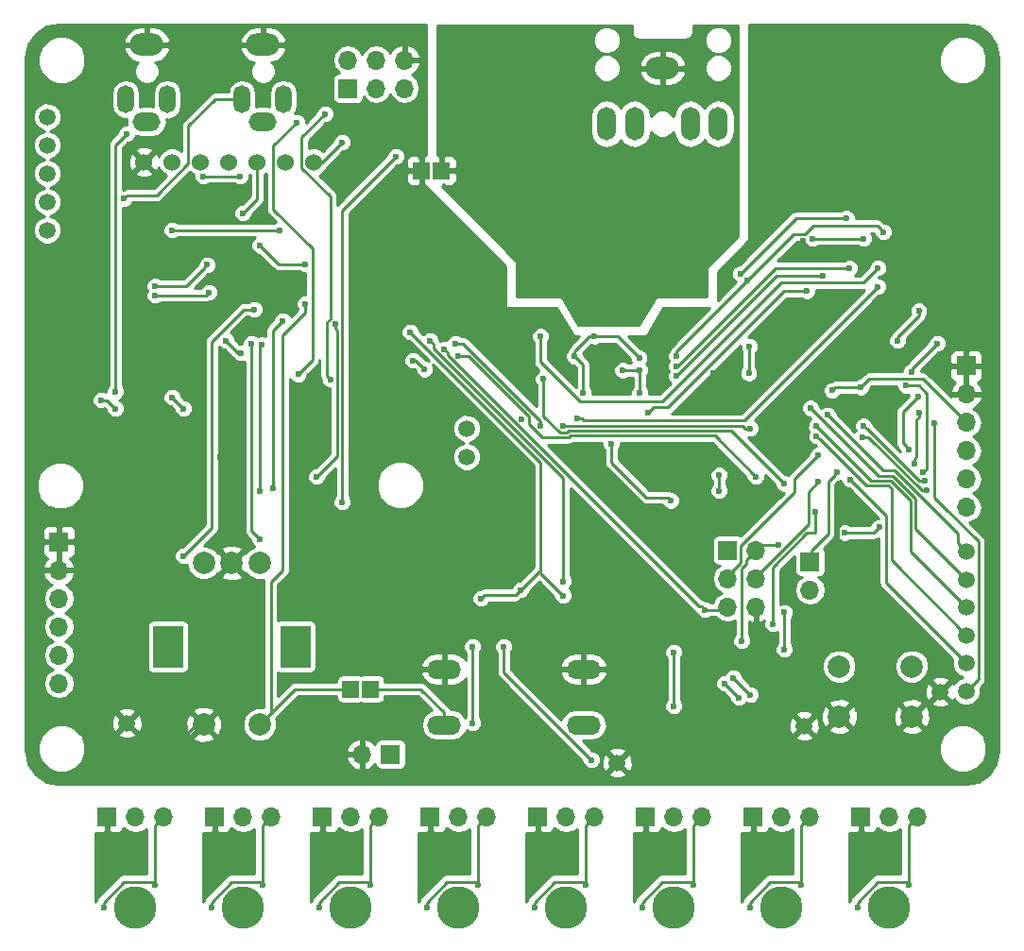
<source format=gbl>
%TF.GenerationSoftware,KiCad,Pcbnew,4.0.7*%
%TF.CreationDate,2018-03-17T21:48:54+01:00*%
%TF.ProjectId,Synkino,53796E6B696E6F2E6B696361645F7063,rev?*%
%TF.FileFunction,Copper,L2,Bot,Signal*%
%FSLAX46Y46*%
G04 Gerber Fmt 4.6, Leading zero omitted, Abs format (unit mm)*
G04 Created by KiCad (PCBNEW 4.0.7) date 2018 March 17, Saturday 21:48:54*
%MOMM*%
%LPD*%
G01*
G04 APERTURE LIST*
%ADD10C,0.100000*%
%ADD11C,1.500000*%
%ADD12C,3.800000*%
%ADD13C,2.000000*%
%ADD14O,1.700000X3.000000*%
%ADD15O,3.000000X2.000000*%
%ADD16R,2.700000X3.700000*%
%ADD17R,1.700000X1.700000*%
%ADD18O,1.700000X1.700000*%
%ADD19C,1.524000*%
%ADD20O,1.500000X2.500000*%
%ADD21O,2.500000X1.700000*%
%ADD22R,1.500000X1.500000*%
%ADD23O,3.048000X1.727200*%
%ADD24C,0.600000*%
%ADD25C,0.250000*%
%ADD26C,0.254000*%
G04 APERTURE END LIST*
D10*
D11*
X154178000Y-98552000D03*
X125222000Y-104902000D03*
X141986000Y-101600000D03*
D12*
X149606000Y-117856000D03*
X139954000Y-117856000D03*
X130302000Y-117856000D03*
X120650000Y-117856000D03*
X110998000Y-117856000D03*
X101346000Y-117856000D03*
X91694000Y-117856000D03*
D13*
X151638000Y-96266000D03*
X151638000Y-100766000D03*
X145138000Y-96266000D03*
X145138000Y-100766000D03*
D14*
X131786000Y-47625000D03*
X134286000Y-47625000D03*
X126786000Y-47625000D03*
X124286000Y-47625000D03*
D15*
X129286000Y-42625000D03*
D13*
X93178000Y-101488000D03*
X93178000Y-86988000D03*
X90678000Y-86988000D03*
X88178000Y-86988000D03*
D16*
X96378000Y-94488000D03*
X84978000Y-94488000D03*
D13*
X88178000Y-101488000D03*
D17*
X75184000Y-85090000D03*
D18*
X75184000Y-87630000D03*
X75184000Y-90170000D03*
X75184000Y-92710000D03*
X75184000Y-95250000D03*
X75184000Y-97790000D03*
D17*
X101092000Y-44450000D03*
D18*
X101092000Y-41910000D03*
X103632000Y-44450000D03*
X103632000Y-41910000D03*
X106172000Y-44450000D03*
X106172000Y-41910000D03*
D17*
X156524000Y-69325000D03*
D18*
X156524000Y-71865000D03*
X156524000Y-74405000D03*
X156524000Y-76945000D03*
X156524000Y-79485000D03*
X156524000Y-82025000D03*
D11*
X156524000Y-85983000D03*
X156524000Y-88483000D03*
X156524000Y-90983000D03*
X156524000Y-93483000D03*
X156524000Y-95983000D03*
X156524000Y-98483000D03*
X74168000Y-49530000D03*
X74168000Y-52070000D03*
X74168000Y-54610000D03*
X74168000Y-57150000D03*
X74168000Y-46990000D03*
D17*
X142494000Y-86868000D03*
D18*
X142494000Y-89408000D03*
D17*
X135128000Y-85852000D03*
D18*
X137668000Y-85852000D03*
X135128000Y-88392000D03*
X137668000Y-88392000D03*
X135128000Y-90932000D03*
X137668000Y-90932000D03*
D19*
X82804000Y-51054000D03*
X85344000Y-51054000D03*
X87884000Y-51054000D03*
X90424000Y-51054000D03*
X92964000Y-51054000D03*
X95504000Y-51054000D03*
X98044000Y-51054000D03*
D17*
X79502000Y-109728000D03*
D18*
X82042000Y-109728000D03*
X84582000Y-109728000D03*
D17*
X89154000Y-109728000D03*
D18*
X91694000Y-109728000D03*
X94234000Y-109728000D03*
D17*
X98806000Y-109728000D03*
D18*
X101346000Y-109728000D03*
X103886000Y-109728000D03*
D17*
X108458000Y-109728000D03*
D18*
X110998000Y-109728000D03*
X113538000Y-109728000D03*
D17*
X118110000Y-109728000D03*
D18*
X120650000Y-109728000D03*
X123190000Y-109728000D03*
D17*
X127762000Y-109728000D03*
D18*
X130302000Y-109728000D03*
X132842000Y-109728000D03*
D17*
X137414000Y-109728000D03*
D18*
X139954000Y-109728000D03*
X142494000Y-109728000D03*
D17*
X147066000Y-109728000D03*
D18*
X149606000Y-109728000D03*
X152146000Y-109728000D03*
D20*
X95322000Y-45426000D03*
X91622000Y-45426000D03*
D21*
X93472000Y-47426000D03*
D15*
X93472000Y-40526000D03*
D20*
X84908000Y-45426000D03*
X81208000Y-45426000D03*
D21*
X83058000Y-47426000D03*
D15*
X83058000Y-40526000D03*
D12*
X82042000Y-117856000D03*
D11*
X81280000Y-101346000D03*
X111760000Y-77470000D03*
X111760000Y-74930000D03*
D22*
X107696000Y-51816000D03*
X109474000Y-51816000D03*
D23*
X122228000Y-96520000D03*
X122228000Y-101520000D03*
X109728000Y-96520000D03*
X109728000Y-101520000D03*
D17*
X104902000Y-104140000D03*
D18*
X102362000Y-104140000D03*
D22*
X103124000Y-98298000D03*
X101346000Y-98298000D03*
D24*
X88490004Y-60275003D03*
X83810380Y-62171306D03*
X130459000Y-66457000D03*
X103378000Y-48260000D03*
X90678000Y-53848000D03*
X87884000Y-54356000D03*
X85344000Y-54356000D03*
X90932000Y-58928000D03*
X92202000Y-61214000D03*
X84836000Y-66802000D03*
X82042000Y-62738000D03*
X113284000Y-92202000D03*
X113538000Y-96266000D03*
X133858000Y-102362000D03*
X132842000Y-101346000D03*
X82042000Y-93980000D03*
X81788000Y-85852000D03*
X132334000Y-76708000D03*
X127000000Y-78232000D03*
X74168000Y-66548000D03*
X76962000Y-84074000D03*
X88320998Y-61717770D03*
X86614000Y-102362000D03*
X91440000Y-85090000D03*
X89662000Y-77470000D03*
X79248000Y-61722000D03*
X116690399Y-74147678D03*
X94389998Y-61722000D03*
X141853990Y-58146011D03*
X150114000Y-100076000D03*
X146812000Y-100076000D03*
X154178000Y-47879000D03*
X123698000Y-91567000D03*
X144804000Y-89495000D03*
X144854000Y-87495000D03*
X145676894Y-73881797D03*
X144997039Y-82574992D03*
X146247051Y-82548051D03*
X158024000Y-68075000D03*
X130429000Y-85471000D03*
X154305000Y-51181000D03*
X149666000Y-92568000D03*
X154813000Y-65151000D03*
X133858000Y-71755000D03*
X133858000Y-69977000D03*
X125222000Y-71501000D03*
X123444000Y-71755000D03*
X121260002Y-66929000D03*
X113792000Y-67691000D03*
X123952000Y-84963000D03*
X132588000Y-80645000D03*
X148082000Y-53213000D03*
X130302000Y-99822000D03*
X130302000Y-94996000D03*
X134874000Y-97790000D03*
X136144000Y-99060000D03*
X105410000Y-50546000D03*
X100584000Y-81534000D03*
X112268000Y-101346000D03*
X112268000Y-94488000D03*
X137160000Y-98806000D03*
X135636000Y-97282000D03*
X144502051Y-71524949D03*
X88646000Y-62738000D03*
X83820000Y-62992000D03*
X99958990Y-65598051D03*
X98298000Y-79248000D03*
X120396000Y-88646000D03*
X108458000Y-67056000D03*
X139700000Y-85344000D03*
X136398000Y-93980000D03*
X147066000Y-71247000D03*
X122936000Y-104648000D03*
X115062000Y-94488000D03*
X145774000Y-56075000D03*
X136274000Y-61075000D03*
X124714000Y-76327000D03*
X130048000Y-81407000D03*
X121411555Y-68466022D03*
X127209989Y-68607004D03*
X123190000Y-66675000D03*
X122174000Y-71755000D03*
X125730000Y-69723000D03*
X127254000Y-71755000D03*
X127254000Y-69723000D03*
X148600546Y-60539968D03*
X118364000Y-66675000D03*
X109728000Y-67818000D03*
X133096000Y-91186000D03*
X140224610Y-91425709D03*
X140208000Y-94742000D03*
X116586000Y-89408000D03*
X113030000Y-90170000D03*
X93218000Y-58518002D03*
X97282000Y-60198000D03*
X106680000Y-66294000D03*
X120396000Y-89916000D03*
X99508979Y-70532737D03*
X99060000Y-46736000D03*
X80264000Y-71628000D03*
X81280000Y-48514000D03*
X130539539Y-69363563D03*
X146050000Y-60579000D03*
X143656989Y-61245817D03*
X130556000Y-70231000D03*
X137083989Y-67564000D03*
X136906000Y-61678736D03*
X137033000Y-69977000D03*
X134366000Y-79121000D03*
X134366000Y-80518000D03*
X149098000Y-57325000D03*
X130556000Y-68453000D03*
X144950125Y-78900565D03*
X150368000Y-67056000D03*
X152273000Y-64389000D03*
X152263010Y-73533000D03*
X151892000Y-78105000D03*
X151377166Y-76794474D03*
X151599202Y-69859990D03*
X153924000Y-67310000D03*
X152208714Y-72061511D03*
X152655682Y-78865318D03*
X151118113Y-71110010D03*
X147320000Y-57912000D03*
X142748000Y-57912000D03*
X93379396Y-67433645D03*
X93218000Y-80518000D03*
X94370990Y-80264000D03*
X95250000Y-65278000D03*
X100584000Y-49276000D03*
X139192000Y-92456000D03*
X143024011Y-82389521D03*
X107965451Y-69611451D03*
X106934000Y-68834000D03*
X91502643Y-68165544D03*
X110744000Y-67310000D03*
X90170000Y-67056000D03*
X118364000Y-74676000D03*
X120396000Y-74676000D03*
X137160000Y-74930000D03*
X110967999Y-68425278D03*
X137668000Y-79248000D03*
X91694000Y-55626000D03*
X88138000Y-52324000D03*
X91440000Y-52324000D03*
X92710000Y-64262000D03*
X86360000Y-86360000D03*
X92456000Y-67310000D03*
X93218000Y-84836000D03*
X143274000Y-79735000D03*
X143219746Y-77343473D03*
X142240000Y-62611000D03*
X128016000Y-73533000D03*
X121666000Y-74050990D03*
X148590000Y-62239990D03*
X86360000Y-73152000D03*
X85344000Y-72136000D03*
X80264000Y-73152000D03*
X78994000Y-72390000D03*
X148707001Y-83812125D03*
X145622049Y-84285000D03*
X140208000Y-79883000D03*
X118618000Y-70485000D03*
X152814778Y-79660825D03*
X147304000Y-74695000D03*
X152981940Y-80510631D03*
X147194000Y-75695000D03*
X128016000Y-63119000D03*
X120904000Y-62865000D03*
X125476000Y-62865000D03*
X132842000Y-53213000D03*
X127508000Y-52959000D03*
X115316000Y-57277000D03*
X133172011Y-61087000D03*
X132842000Y-62865000D03*
X127254000Y-60579000D03*
X123444000Y-56769000D03*
X116332000Y-52705000D03*
X121597518Y-53477727D03*
X109474000Y-41275000D03*
X110744000Y-50419000D03*
X144083758Y-73732195D03*
X142544000Y-73095000D03*
X143091113Y-74720147D03*
X143100001Y-75612933D03*
X146104137Y-79500967D03*
X153634000Y-74495000D03*
X94996000Y-57150000D03*
X85344000Y-57150000D03*
X83820000Y-115824000D03*
X79248000Y-117856000D03*
X93472000Y-115824000D03*
X88900000Y-117856000D03*
X103124000Y-115824000D03*
X98552000Y-117856000D03*
X112776000Y-115824000D03*
X108204000Y-117856000D03*
X122428000Y-115824000D03*
X117856000Y-117856000D03*
X132080000Y-115824000D03*
X127508000Y-117856000D03*
X141732000Y-115824000D03*
X137160000Y-117856000D03*
X151384000Y-115824000D03*
X146812000Y-117856000D03*
X96637010Y-70080745D03*
X96520000Y-47498000D03*
X81046847Y-54335153D03*
X97282000Y-63754000D03*
D25*
X88190005Y-60575002D02*
X88490004Y-60275003D01*
X83810380Y-62171306D02*
X86593701Y-62171306D01*
X86593701Y-62171306D02*
X88190005Y-60575002D01*
X105885792Y-49005792D02*
X104123792Y-49005792D01*
X104123792Y-49005792D02*
X103378000Y-48260000D01*
X107696000Y-51816000D02*
X107696000Y-50816000D01*
X107696000Y-50816000D02*
X105885792Y-49005792D01*
X87884000Y-54356000D02*
X90170000Y-54356000D01*
X90170000Y-54356000D02*
X90678000Y-53848000D01*
X85344000Y-54356000D02*
X87884000Y-54356000D01*
X92202000Y-61214000D02*
X90932000Y-59944000D01*
X90932000Y-59944000D02*
X90932000Y-58928000D01*
X82042000Y-62738000D02*
X84836000Y-65532000D01*
X84836000Y-65532000D02*
X84836000Y-66802000D01*
X113538000Y-96266000D02*
X113538000Y-92456000D01*
X113538000Y-92456000D02*
X113284000Y-92202000D01*
X132842000Y-101346000D02*
X133858000Y-102362000D01*
X81788000Y-85852000D02*
X81788000Y-93726000D01*
X81788000Y-93726000D02*
X82042000Y-93980000D01*
X75184000Y-85090000D02*
X81026000Y-85090000D01*
X81026000Y-85090000D02*
X81788000Y-85852000D01*
X127000000Y-78232000D02*
X130810000Y-78232000D01*
X130810000Y-78232000D02*
X132334000Y-76708000D01*
X88178000Y-101488000D02*
X87488000Y-101488000D01*
X87488000Y-101488000D02*
X86614000Y-102362000D01*
X144997039Y-82574992D02*
X144997039Y-87351961D01*
X144997039Y-87351961D02*
X144854000Y-87495000D01*
X133858000Y-69977000D02*
X133858000Y-71755000D01*
X123444000Y-71755000D02*
X124968000Y-71755000D01*
X124968000Y-71755000D02*
X125222000Y-71501000D01*
X130302000Y-94996000D02*
X130302000Y-99822000D01*
X136144000Y-99060000D02*
X134874000Y-97790000D01*
X100584000Y-56134000D02*
X100584000Y-55372000D01*
X100584000Y-55372000D02*
X105410000Y-50546000D01*
X100584000Y-81534000D02*
X100584000Y-56896000D01*
X100584000Y-56134000D02*
X100584000Y-56896000D01*
X100584000Y-56896000D02*
X100584000Y-56642000D01*
X109728000Y-101520000D02*
X109728000Y-100406400D01*
X109728000Y-100406400D02*
X107619600Y-98298000D01*
X107619600Y-98298000D02*
X104124000Y-98298000D01*
X104124000Y-98298000D02*
X103124000Y-98298000D01*
X112268000Y-94488000D02*
X112268000Y-101346000D01*
X135636000Y-97282000D02*
X137160000Y-98806000D01*
X144780000Y-71247000D02*
X144502051Y-71524949D01*
X147066000Y-71247000D02*
X144780000Y-71247000D01*
X83820000Y-62992000D02*
X88392000Y-62992000D01*
X88392000Y-62992000D02*
X88646000Y-62738000D01*
X98298000Y-79248000D02*
X100133989Y-77412011D01*
X100133989Y-77412011D02*
X100133989Y-66197314D01*
X100133989Y-66197314D02*
X99958990Y-66022315D01*
X99958990Y-66022315D02*
X99958990Y-65598051D01*
X108757999Y-67735589D02*
X120396000Y-79373590D01*
X108757999Y-67355999D02*
X108757999Y-67735589D01*
X120396000Y-88221736D02*
X120396000Y-88646000D01*
X108458000Y-67056000D02*
X108757999Y-67355999D01*
X120396000Y-79373590D02*
X120396000Y-88221736D01*
X139700000Y-85344000D02*
X138176000Y-85344000D01*
X138176000Y-85344000D02*
X137668000Y-85852000D01*
X136398000Y-93980000D02*
X136398000Y-87503413D01*
X136398000Y-87503413D02*
X136818001Y-87083412D01*
X136818001Y-87083412D02*
X136818001Y-86701999D01*
X136818001Y-86701999D02*
X137668000Y-85852000D01*
X147828000Y-70485000D02*
X152604000Y-70485000D01*
X152604000Y-70485000D02*
X156524000Y-74405000D01*
X147828000Y-70485000D02*
X147066000Y-71247000D01*
X115062000Y-94488000D02*
X115062000Y-96774000D01*
X115062000Y-96774000D02*
X122936000Y-104648000D01*
X124714000Y-76327000D02*
X124714000Y-77978000D01*
X124714000Y-77978000D02*
X127843001Y-81107001D01*
X127843001Y-81107001D02*
X129748001Y-81107001D01*
X129748001Y-81107001D02*
X130048000Y-81407000D01*
X136274000Y-61075000D02*
X141274000Y-56075000D01*
X141274000Y-56075000D02*
X145774000Y-56075000D01*
X122174000Y-71755000D02*
X122174000Y-69228467D01*
X121411555Y-68041758D02*
X121411555Y-68466022D01*
X122765736Y-66675000D02*
X121411555Y-68029181D01*
X121711554Y-68766021D02*
X121411555Y-68466022D01*
X121411555Y-68029181D02*
X121411555Y-68041758D01*
X123190000Y-66675000D02*
X122765736Y-66675000D01*
X122174000Y-69228467D02*
X121711554Y-68766021D01*
X126909990Y-68307005D02*
X127209989Y-68607004D01*
X123190000Y-66675000D02*
X125277985Y-66675000D01*
X125277985Y-66675000D02*
X126909990Y-68307005D01*
X125730000Y-69723000D02*
X127254000Y-69723000D01*
X127254000Y-69723000D02*
X127254000Y-71755000D01*
X139954000Y-61849000D02*
X143353145Y-61849000D01*
X118364000Y-68987012D02*
X121873999Y-72497011D01*
X129305989Y-72497011D02*
X139954000Y-61849000D01*
X143353145Y-61849000D02*
X143374963Y-61870818D01*
X143374963Y-61870818D02*
X147269696Y-61870818D01*
X147269696Y-61870818D02*
X148300547Y-60839967D01*
X148300547Y-60839967D02*
X148600546Y-60539968D01*
X118364000Y-66675000D02*
X118364000Y-68987012D01*
X121873999Y-72497011D02*
X129305989Y-72497011D01*
X110027999Y-68117999D02*
X110027999Y-68369178D01*
X132796001Y-90886001D02*
X133096000Y-91186000D01*
X132544822Y-90886001D02*
X132796001Y-90886001D01*
X110027999Y-68369178D02*
X132544822Y-90886001D01*
X109728000Y-67818000D02*
X110027999Y-68117999D01*
X133096000Y-91186000D02*
X134874000Y-91186000D01*
X134874000Y-91186000D02*
X135128000Y-90932000D01*
X140208000Y-94742000D02*
X140208000Y-91442319D01*
X140208000Y-91442319D02*
X140224610Y-91425709D01*
X116123999Y-89870001D02*
X116586000Y-89408000D01*
X116586000Y-89408000D02*
X118364000Y-87630000D01*
X118364000Y-87884000D02*
X118364000Y-87630000D01*
X118364000Y-87630000D02*
X118364000Y-77978000D01*
X113030000Y-90170000D02*
X113329999Y-89870001D01*
X113329999Y-89870001D02*
X116123999Y-89870001D01*
X97282000Y-60198000D02*
X94897998Y-60198000D01*
X94897998Y-60198000D02*
X93218000Y-58518002D01*
X118364000Y-77978000D02*
X106680000Y-66294000D01*
X120396000Y-89916000D02*
X118364000Y-87884000D01*
X99208980Y-65423057D02*
X99208980Y-70232738D01*
X99060000Y-46736000D02*
X96956999Y-48839001D01*
X96956999Y-48839001D02*
X96956999Y-51575761D01*
X96956999Y-51575761D02*
X99508979Y-54127741D01*
X99508979Y-54127741D02*
X99508979Y-65123058D01*
X99508979Y-65123058D02*
X99208980Y-65423057D01*
X99208980Y-70232738D02*
X99508979Y-70532737D01*
X80264000Y-49530000D02*
X80264000Y-71628000D01*
X81280000Y-48514000D02*
X80264000Y-49530000D01*
X130887993Y-69112019D02*
X130587994Y-69412018D01*
X146050000Y-60579000D02*
X139421012Y-60579000D01*
X130587994Y-69412018D02*
X130539539Y-69363563D01*
X139421012Y-60579000D02*
X130887993Y-69112019D01*
X143232725Y-61245817D02*
X143656989Y-61245817D01*
X130556000Y-70231000D02*
X139541183Y-61245817D01*
X139541183Y-61245817D02*
X143232725Y-61245817D01*
X137033000Y-69977000D02*
X137033000Y-67614989D01*
X137033000Y-67614989D02*
X137083989Y-67564000D01*
X136906000Y-61678736D02*
X141063735Y-57521001D01*
X141063735Y-57521001D02*
X142032001Y-57521001D01*
X142032001Y-57521001D02*
X142774003Y-56778999D01*
X142774003Y-56778999D02*
X148551999Y-56778999D01*
X148551999Y-56778999D02*
X148798001Y-57025001D01*
X148798001Y-57025001D02*
X149098000Y-57325000D01*
X130556000Y-68028736D02*
X136906000Y-61678736D01*
X134366000Y-80518000D02*
X134366000Y-79121000D01*
X130556000Y-68453000D02*
X130556000Y-68028736D01*
X144650126Y-79200564D02*
X144950125Y-78900565D01*
X144132858Y-79717832D02*
X144650126Y-79200564D01*
X144132858Y-84383142D02*
X144132858Y-79717832D01*
X142621000Y-85895000D02*
X144132858Y-84383142D01*
X142621000Y-86995000D02*
X142621000Y-85895000D01*
X152078999Y-77493737D02*
X152078999Y-74141275D01*
X152078999Y-74141275D02*
X152263010Y-73957264D01*
X152263010Y-73957264D02*
X152263010Y-73533000D01*
X151892000Y-78105000D02*
X151892000Y-77680736D01*
X151892000Y-77680736D02*
X152078999Y-77493737D01*
X152273000Y-64389000D02*
X152273000Y-64813264D01*
X152273000Y-64813264D02*
X150368000Y-66718264D01*
X150368000Y-66718264D02*
X150368000Y-67056000D01*
X150818999Y-73451226D02*
X150818999Y-76236307D01*
X150818999Y-76236307D02*
X151077167Y-76494475D01*
X151077167Y-76494475D02*
X151377166Y-76794474D01*
X152208714Y-72061511D02*
X150818999Y-73451226D01*
X151599202Y-69634798D02*
X151599202Y-69859990D01*
X153924000Y-67310000D02*
X151599202Y-69634798D01*
X152955681Y-71804091D02*
X152955681Y-78565319D01*
X152955681Y-78565319D02*
X152655682Y-78865318D01*
X152261600Y-71110010D02*
X152955681Y-71804091D01*
X151118113Y-71110010D02*
X152261600Y-71110010D01*
X142748000Y-57912000D02*
X147320000Y-57912000D01*
X93218000Y-80518000D02*
X93218000Y-67595041D01*
X93218000Y-67595041D02*
X93379396Y-67433645D01*
X95250000Y-65278000D02*
X94370990Y-66157010D01*
X94370990Y-66157010D02*
X94370990Y-79839736D01*
X94370990Y-79839736D02*
X94370990Y-80264000D01*
X100584000Y-49276000D02*
X98806000Y-51054000D01*
X98806000Y-51054000D02*
X98044000Y-51054000D01*
X142261013Y-84306987D02*
X139192000Y-87376000D01*
X139192000Y-87376000D02*
X139192000Y-88138998D01*
X143024011Y-84306987D02*
X142261013Y-84306987D01*
X143024011Y-82389521D02*
X143024011Y-84306987D01*
X139192000Y-88138998D02*
X139192000Y-92456000D01*
X106934000Y-68834000D02*
X107188000Y-68834000D01*
X107188000Y-68834000D02*
X107965451Y-69611451D01*
X91279544Y-68165544D02*
X91502643Y-68165544D01*
X90170000Y-67056000D02*
X91279544Y-68165544D01*
X118364000Y-74676000D02*
X118364000Y-74251736D01*
X118364000Y-74251736D02*
X111422264Y-67310000D01*
X111422264Y-67310000D02*
X111168264Y-67310000D01*
X111168264Y-67310000D02*
X110744000Y-67310000D01*
X137160000Y-74930000D02*
X136735736Y-74930000D01*
X136481736Y-74676000D02*
X120396000Y-74676000D01*
X136735736Y-74930000D02*
X136481736Y-74676000D01*
X111392263Y-68425278D02*
X110967999Y-68425278D01*
X117315400Y-74521514D02*
X117315400Y-73847677D01*
X111893001Y-68425278D02*
X111392263Y-68425278D01*
X117315400Y-73847677D02*
X111893001Y-68425278D01*
X118544899Y-75751013D02*
X117315400Y-74521514D01*
X133996022Y-75576022D02*
X121057393Y-75576022D01*
X120882402Y-75751013D02*
X118544899Y-75751013D01*
X137668000Y-79248000D02*
X133996022Y-75576022D01*
X121057393Y-75576022D02*
X120882402Y-75751013D01*
X91694000Y-55626000D02*
X92964000Y-54356000D01*
X92964000Y-54356000D02*
X92964000Y-51054000D01*
X91440000Y-52324000D02*
X88138000Y-52324000D01*
X88900000Y-83820000D02*
X88900000Y-67140419D01*
X88900000Y-67140419D02*
X91778419Y-64262000D01*
X91778419Y-64262000D02*
X92710000Y-64262000D01*
X86360000Y-86360000D02*
X88900000Y-83820000D01*
X93218000Y-84836000D02*
X92456000Y-84074000D01*
X92456000Y-84074000D02*
X92456000Y-67310000D01*
X137668000Y-88263590D02*
X137668000Y-88392000D01*
X142399001Y-83532589D02*
X137668000Y-88263590D01*
X142399001Y-80609999D02*
X142399001Y-83532589D01*
X143274000Y-79735000D02*
X142399001Y-80609999D01*
X142919747Y-77643472D02*
X143219746Y-77343473D01*
X141127100Y-79436119D02*
X142919747Y-77643472D01*
X141127100Y-80653898D02*
X141127100Y-79436119D01*
X136303001Y-85477997D02*
X141127100Y-80653898D01*
X136303001Y-86962002D02*
X136303001Y-85477997D01*
X135128000Y-88137003D02*
X136303001Y-86962002D01*
X135128000Y-88392000D02*
X135128000Y-88137003D01*
X129794000Y-73025000D02*
X140208000Y-62611000D01*
X140208000Y-62611000D02*
X142240000Y-62611000D01*
X128524000Y-73025000D02*
X129794000Y-73025000D01*
X128016000Y-73533000D02*
X128524000Y-73025000D01*
X122265263Y-74225989D02*
X122090264Y-74050990D01*
X122090264Y-74050990D02*
X121666000Y-74050990D01*
X136604001Y-74225989D02*
X122265263Y-74225989D01*
X148590000Y-62239990D02*
X136604001Y-74225989D01*
X85344000Y-72136000D02*
X86360000Y-73152000D01*
X78994000Y-72390000D02*
X79502000Y-72390000D01*
X79502000Y-72390000D02*
X80264000Y-73152000D01*
X148407002Y-84112124D02*
X148707001Y-83812125D01*
X145622049Y-84285000D02*
X148234126Y-84285000D01*
X148234126Y-84285000D02*
X148407002Y-84112124D01*
X120870993Y-75126011D02*
X135451011Y-75126011D01*
X118618000Y-70485000D02*
X118618000Y-73823004D01*
X118618000Y-73823004D02*
X120095998Y-75301002D01*
X139908001Y-79583001D02*
X140208000Y-79883000D01*
X135451011Y-75126011D02*
X139908001Y-79583001D01*
X120095998Y-75301002D02*
X120696002Y-75301002D01*
X120696002Y-75301002D02*
X120870993Y-75126011D01*
X147647465Y-74994999D02*
X152313291Y-79660825D01*
X147603999Y-74994999D02*
X147647465Y-74994999D01*
X147304000Y-74695000D02*
X147603999Y-74994999D01*
X152390514Y-79660825D02*
X152814778Y-79660825D01*
X152313291Y-79660825D02*
X152390514Y-79660825D01*
X152557676Y-80510631D02*
X152981940Y-80510631D01*
X152526686Y-80510631D02*
X152557676Y-80510631D01*
X147711055Y-75695000D02*
X152526686Y-80510631D01*
X147194000Y-75695000D02*
X147711055Y-75695000D01*
X149069519Y-78717956D02*
X144383757Y-74032194D01*
X144383757Y-74032194D02*
X144083758Y-73732195D01*
X150097600Y-78717956D02*
X149069519Y-78717956D01*
X155774001Y-84394357D02*
X150097600Y-78717956D01*
X156524000Y-85983000D02*
X155774001Y-85233001D01*
X155774001Y-85233001D02*
X155774001Y-84394357D01*
X156524000Y-88483000D02*
X151972033Y-83931033D01*
X151972033Y-83931033D02*
X151972033Y-81228800D01*
X151972033Y-81228800D02*
X149911200Y-79167967D01*
X149911200Y-79167967D02*
X148616967Y-79167967D01*
X148616967Y-79167967D02*
X142843999Y-73394999D01*
X142843999Y-73394999D02*
X142544000Y-73095000D01*
X156524000Y-90983000D02*
X151522022Y-85981022D01*
X151522022Y-85981022D02*
X151522022Y-81415200D01*
X151522022Y-81415200D02*
X149724800Y-79617978D01*
X149724800Y-79617978D02*
X147988944Y-79617978D01*
X147988944Y-79617978D02*
X143391112Y-75020146D01*
X143391112Y-75020146D02*
X143091113Y-74720147D01*
X147555057Y-80067989D02*
X143400000Y-75912932D01*
X156524000Y-93483000D02*
X149802011Y-86761011D01*
X143400000Y-75912932D02*
X143100001Y-75612933D01*
X149802011Y-80331600D02*
X149538400Y-80067989D01*
X149802011Y-86761011D02*
X149802011Y-80331600D01*
X149538400Y-80067989D02*
X147555057Y-80067989D01*
X149332011Y-88791011D02*
X149332011Y-82728841D01*
X146404136Y-79800966D02*
X146104137Y-79500967D01*
X149332011Y-82728841D02*
X146404136Y-79800966D01*
X156524000Y-95983000D02*
X149332011Y-88791011D01*
X156524000Y-98483000D02*
X157599001Y-97407999D01*
X157599001Y-97407999D02*
X157599001Y-85081459D01*
X157599001Y-85081459D02*
X154487240Y-81969698D01*
X154487240Y-81969698D02*
X154187241Y-81669699D01*
X153634000Y-81116458D02*
X153887242Y-81369700D01*
X153634000Y-74495000D02*
X153634000Y-81116458D01*
X153887242Y-81369700D02*
X154187241Y-81669699D01*
X85344000Y-57150000D02*
X94996000Y-57150000D01*
X83820000Y-115824000D02*
X83820000Y-110490000D01*
X83820000Y-110490000D02*
X84582000Y-109728000D01*
X79248000Y-117856000D02*
X79248000Y-117431736D01*
X79248000Y-117431736D02*
X81048737Y-115630999D01*
X81048737Y-115630999D02*
X83626999Y-115630999D01*
X83626999Y-115630999D02*
X83820000Y-115824000D01*
X93472000Y-115824000D02*
X93472000Y-110490000D01*
X93472000Y-110490000D02*
X94234000Y-109728000D01*
X88900000Y-117856000D02*
X88900000Y-117431736D01*
X88900000Y-117431736D02*
X90700737Y-115630999D01*
X93278999Y-115630999D02*
X93472000Y-115824000D01*
X90700737Y-115630999D02*
X93278999Y-115630999D01*
X103124000Y-115824000D02*
X103124000Y-110490000D01*
X103124000Y-110490000D02*
X103886000Y-109728000D01*
X98552000Y-117856000D02*
X98552000Y-117431736D01*
X98552000Y-117431736D02*
X100352737Y-115630999D01*
X100352737Y-115630999D02*
X102930999Y-115630999D01*
X102930999Y-115630999D02*
X103124000Y-115824000D01*
X112776000Y-115824000D02*
X112776000Y-110490000D01*
X112776000Y-110490000D02*
X113538000Y-109728000D01*
X108204000Y-117856000D02*
X108204000Y-117431736D01*
X108204000Y-117431736D02*
X110004737Y-115630999D01*
X110004737Y-115630999D02*
X112582999Y-115630999D01*
X112582999Y-115630999D02*
X112776000Y-115824000D01*
X122428000Y-115824000D02*
X122428000Y-110490000D01*
X122428000Y-110490000D02*
X123190000Y-109728000D01*
X117856000Y-117856000D02*
X117856000Y-117431736D01*
X117856000Y-117431736D02*
X119656737Y-115630999D01*
X119656737Y-115630999D02*
X122234999Y-115630999D01*
X122234999Y-115630999D02*
X122428000Y-115824000D01*
X132080000Y-115824000D02*
X132080000Y-110490000D01*
X132080000Y-110490000D02*
X132842000Y-109728000D01*
X127508000Y-117856000D02*
X127508000Y-117431736D01*
X127508000Y-117431736D02*
X129308737Y-115630999D01*
X129308737Y-115630999D02*
X131886999Y-115630999D01*
X131886999Y-115630999D02*
X132080000Y-115824000D01*
X141732000Y-115824000D02*
X141732000Y-110490000D01*
X141732000Y-110490000D02*
X142494000Y-109728000D01*
X137160000Y-117856000D02*
X137160000Y-117431736D01*
X137160000Y-117431736D02*
X138960737Y-115630999D01*
X138960737Y-115630999D02*
X141538999Y-115630999D01*
X141538999Y-115630999D02*
X141732000Y-115824000D01*
X151384000Y-115824000D02*
X151384000Y-110490000D01*
X151384000Y-110490000D02*
X152146000Y-109728000D01*
X146812000Y-117856000D02*
X146812000Y-117431736D01*
X146812000Y-117431736D02*
X148612737Y-115630999D01*
X148612737Y-115630999D02*
X151190999Y-115630999D01*
X151190999Y-115630999D02*
X151384000Y-115824000D01*
X97907001Y-58791001D02*
X97907001Y-68810754D01*
X97907001Y-68810754D02*
X96937009Y-69780746D01*
X96937009Y-69780746D02*
X96637010Y-70080745D01*
X96520000Y-47498000D02*
X94416999Y-49601001D01*
X94416999Y-49601001D02*
X94416999Y-55300999D01*
X94416999Y-55300999D02*
X97907001Y-58791001D01*
X81046847Y-54335153D02*
X81346846Y-54035154D01*
X86796999Y-51209763D02*
X86796999Y-47823001D01*
X81346846Y-54035154D02*
X83971608Y-54035154D01*
X83971608Y-54035154D02*
X86796999Y-51209763D01*
X86796999Y-47823001D02*
X89194000Y-45426000D01*
X89194000Y-45426000D02*
X91622000Y-45426000D01*
X93178000Y-101488000D02*
X96368000Y-98298000D01*
X96368000Y-98298000D02*
X101346000Y-98298000D01*
X95250000Y-66548000D02*
X97282000Y-64516000D01*
X97282000Y-64516000D02*
X97282000Y-63754000D01*
X94177999Y-88702001D02*
X95250000Y-87630000D01*
X95250000Y-87630000D02*
X95250000Y-66548000D01*
X93178000Y-101488000D02*
X94177999Y-100488001D01*
X94177999Y-100488001D02*
X94177999Y-88702001D01*
D26*
G36*
X126544000Y-39370000D02*
X126598046Y-39641705D01*
X126751954Y-39872046D01*
X126982295Y-40025954D01*
X127254000Y-40080000D01*
X131318000Y-40080000D01*
X131589705Y-40025954D01*
X131820046Y-39872046D01*
X131973954Y-39641705D01*
X132028000Y-39370000D01*
X132028000Y-38810000D01*
X136017000Y-38810000D01*
X136017000Y-57732394D01*
X133260197Y-60489197D01*
X133232334Y-60531211D01*
X133223000Y-60579000D01*
X133223000Y-63119000D01*
X128778000Y-63119000D01*
X128728590Y-63129006D01*
X128686965Y-63157447D01*
X128669098Y-63180659D01*
X127182093Y-65659000D01*
X121737907Y-65659000D01*
X120250902Y-63180659D01*
X120216900Y-63143438D01*
X120171097Y-63122378D01*
X120142000Y-63119000D01*
X116205000Y-63119000D01*
X116205000Y-59944000D01*
X116194994Y-59894590D01*
X116167803Y-59854197D01*
X109514606Y-53201000D01*
X109601002Y-53201000D01*
X109601002Y-53042252D01*
X109759750Y-53201000D01*
X110350309Y-53201000D01*
X110583698Y-53104327D01*
X110762327Y-52925699D01*
X110859000Y-52692310D01*
X110859000Y-52101750D01*
X110700250Y-51943000D01*
X109601000Y-51943000D01*
X109601000Y-51963000D01*
X109347000Y-51963000D01*
X109347000Y-51943000D01*
X109327000Y-51943000D01*
X109327000Y-51689000D01*
X109347000Y-51689000D01*
X109347000Y-50589750D01*
X109601000Y-50589750D01*
X109601000Y-51689000D01*
X110700250Y-51689000D01*
X110859000Y-51530250D01*
X110859000Y-50939690D01*
X110762327Y-50706301D01*
X110583698Y-50527673D01*
X110350309Y-50431000D01*
X109759750Y-50431000D01*
X109601000Y-50589750D01*
X109347000Y-50589750D01*
X109188250Y-50431000D01*
X109093000Y-50431000D01*
X109093000Y-46933173D01*
X122801000Y-46933173D01*
X122801000Y-48316827D01*
X122914039Y-48885112D01*
X123235946Y-49366881D01*
X123717715Y-49688788D01*
X124286000Y-49801827D01*
X124854285Y-49688788D01*
X125336054Y-49366881D01*
X125536000Y-49067640D01*
X125735946Y-49366881D01*
X126217715Y-49688788D01*
X126786000Y-49801827D01*
X127354285Y-49688788D01*
X127836054Y-49366881D01*
X128157961Y-48885112D01*
X128264452Y-48349746D01*
X128585515Y-48671371D01*
X129039266Y-48859785D01*
X129530579Y-48860214D01*
X129984657Y-48672592D01*
X130307634Y-48350179D01*
X130414039Y-48885112D01*
X130735946Y-49366881D01*
X131217715Y-49688788D01*
X131786000Y-49801827D01*
X132354285Y-49688788D01*
X132836054Y-49366881D01*
X133036000Y-49067640D01*
X133235946Y-49366881D01*
X133717715Y-49688788D01*
X134286000Y-49801827D01*
X134854285Y-49688788D01*
X135336054Y-49366881D01*
X135657961Y-48885112D01*
X135771000Y-48316827D01*
X135771000Y-46933173D01*
X135657961Y-46364888D01*
X135336054Y-45883119D01*
X134854285Y-45561212D01*
X134286000Y-45448173D01*
X133717715Y-45561212D01*
X133235946Y-45883119D01*
X133036000Y-46182360D01*
X132836054Y-45883119D01*
X132354285Y-45561212D01*
X131786000Y-45448173D01*
X131217715Y-45561212D01*
X130735946Y-45883119D01*
X130414039Y-46364888D01*
X130307548Y-46900254D01*
X129986485Y-46578629D01*
X129532734Y-46390215D01*
X129041421Y-46389786D01*
X128587343Y-46577408D01*
X128264366Y-46899821D01*
X128157961Y-46364888D01*
X127836054Y-45883119D01*
X127354285Y-45561212D01*
X126786000Y-45448173D01*
X126217715Y-45561212D01*
X125735946Y-45883119D01*
X125536000Y-46182360D01*
X125336054Y-45883119D01*
X124854285Y-45561212D01*
X124286000Y-45448173D01*
X123717715Y-45561212D01*
X123235946Y-45883119D01*
X122914039Y-46364888D01*
X122801000Y-46933173D01*
X109093000Y-46933173D01*
X109093000Y-42869579D01*
X123050786Y-42869579D01*
X123238408Y-43323657D01*
X123585515Y-43671371D01*
X124039266Y-43859785D01*
X124530579Y-43860214D01*
X124984657Y-43672592D01*
X125332371Y-43325485D01*
X125465267Y-43005434D01*
X127195876Y-43005434D01*
X127226856Y-43133355D01*
X127540078Y-43691317D01*
X128042980Y-44086942D01*
X128659000Y-44260000D01*
X129159000Y-44260000D01*
X129159000Y-42752000D01*
X129413000Y-42752000D01*
X129413000Y-44260000D01*
X129913000Y-44260000D01*
X130529020Y-44086942D01*
X131031922Y-43691317D01*
X131345144Y-43133355D01*
X131376124Y-43005434D01*
X131312148Y-42869579D01*
X133050786Y-42869579D01*
X133238408Y-43323657D01*
X133585515Y-43671371D01*
X134039266Y-43859785D01*
X134530579Y-43860214D01*
X134984657Y-43672592D01*
X135332371Y-43325485D01*
X135520785Y-42871734D01*
X135521214Y-42380421D01*
X135333592Y-41926343D01*
X134986485Y-41578629D01*
X134532734Y-41390215D01*
X134041421Y-41389786D01*
X133587343Y-41577408D01*
X133239629Y-41924515D01*
X133051215Y-42378266D01*
X133050786Y-42869579D01*
X131312148Y-42869579D01*
X131256777Y-42752000D01*
X129413000Y-42752000D01*
X129159000Y-42752000D01*
X127315223Y-42752000D01*
X127195876Y-43005434D01*
X125465267Y-43005434D01*
X125520785Y-42871734D01*
X125521214Y-42380421D01*
X125465080Y-42244566D01*
X127195876Y-42244566D01*
X127315223Y-42498000D01*
X129159000Y-42498000D01*
X129159000Y-40990000D01*
X129413000Y-40990000D01*
X129413000Y-42498000D01*
X131256777Y-42498000D01*
X131376124Y-42244566D01*
X131345144Y-42116645D01*
X131031922Y-41558683D01*
X130529020Y-41163058D01*
X129913000Y-40990000D01*
X129413000Y-40990000D01*
X129159000Y-40990000D01*
X128659000Y-40990000D01*
X128042980Y-41163058D01*
X127540078Y-41558683D01*
X127226856Y-42116645D01*
X127195876Y-42244566D01*
X125465080Y-42244566D01*
X125333592Y-41926343D01*
X124986485Y-41578629D01*
X124532734Y-41390215D01*
X124041421Y-41389786D01*
X123587343Y-41577408D01*
X123239629Y-41924515D01*
X123051215Y-42378266D01*
X123050786Y-42869579D01*
X109093000Y-42869579D01*
X109093000Y-40369579D01*
X123050786Y-40369579D01*
X123238408Y-40823657D01*
X123585515Y-41171371D01*
X124039266Y-41359785D01*
X124530579Y-41360214D01*
X124984657Y-41172592D01*
X125332371Y-40825485D01*
X125520785Y-40371734D01*
X125520786Y-40369579D01*
X133050786Y-40369579D01*
X133238408Y-40823657D01*
X133585515Y-41171371D01*
X134039266Y-41359785D01*
X134530579Y-41360214D01*
X134984657Y-41172592D01*
X135332371Y-40825485D01*
X135520785Y-40371734D01*
X135521214Y-39880421D01*
X135333592Y-39426343D01*
X134986485Y-39078629D01*
X134532734Y-38890215D01*
X134041421Y-38889786D01*
X133587343Y-39077408D01*
X133239629Y-39424515D01*
X133051215Y-39878266D01*
X133050786Y-40369579D01*
X125520786Y-40369579D01*
X125521214Y-39880421D01*
X125333592Y-39426343D01*
X124986485Y-39078629D01*
X124532734Y-38890215D01*
X124041421Y-38889786D01*
X123587343Y-39077408D01*
X123239629Y-39424515D01*
X123051215Y-39878266D01*
X123050786Y-40369579D01*
X109093000Y-40369579D01*
X109093000Y-38810000D01*
X126544000Y-38810000D01*
X126544000Y-39370000D01*
X126544000Y-39370000D01*
G37*
X126544000Y-39370000D02*
X126598046Y-39641705D01*
X126751954Y-39872046D01*
X126982295Y-40025954D01*
X127254000Y-40080000D01*
X131318000Y-40080000D01*
X131589705Y-40025954D01*
X131820046Y-39872046D01*
X131973954Y-39641705D01*
X132028000Y-39370000D01*
X132028000Y-38810000D01*
X136017000Y-38810000D01*
X136017000Y-57732394D01*
X133260197Y-60489197D01*
X133232334Y-60531211D01*
X133223000Y-60579000D01*
X133223000Y-63119000D01*
X128778000Y-63119000D01*
X128728590Y-63129006D01*
X128686965Y-63157447D01*
X128669098Y-63180659D01*
X127182093Y-65659000D01*
X121737907Y-65659000D01*
X120250902Y-63180659D01*
X120216900Y-63143438D01*
X120171097Y-63122378D01*
X120142000Y-63119000D01*
X116205000Y-63119000D01*
X116205000Y-59944000D01*
X116194994Y-59894590D01*
X116167803Y-59854197D01*
X109514606Y-53201000D01*
X109601002Y-53201000D01*
X109601002Y-53042252D01*
X109759750Y-53201000D01*
X110350309Y-53201000D01*
X110583698Y-53104327D01*
X110762327Y-52925699D01*
X110859000Y-52692310D01*
X110859000Y-52101750D01*
X110700250Y-51943000D01*
X109601000Y-51943000D01*
X109601000Y-51963000D01*
X109347000Y-51963000D01*
X109347000Y-51943000D01*
X109327000Y-51943000D01*
X109327000Y-51689000D01*
X109347000Y-51689000D01*
X109347000Y-50589750D01*
X109601000Y-50589750D01*
X109601000Y-51689000D01*
X110700250Y-51689000D01*
X110859000Y-51530250D01*
X110859000Y-50939690D01*
X110762327Y-50706301D01*
X110583698Y-50527673D01*
X110350309Y-50431000D01*
X109759750Y-50431000D01*
X109601000Y-50589750D01*
X109347000Y-50589750D01*
X109188250Y-50431000D01*
X109093000Y-50431000D01*
X109093000Y-46933173D01*
X122801000Y-46933173D01*
X122801000Y-48316827D01*
X122914039Y-48885112D01*
X123235946Y-49366881D01*
X123717715Y-49688788D01*
X124286000Y-49801827D01*
X124854285Y-49688788D01*
X125336054Y-49366881D01*
X125536000Y-49067640D01*
X125735946Y-49366881D01*
X126217715Y-49688788D01*
X126786000Y-49801827D01*
X127354285Y-49688788D01*
X127836054Y-49366881D01*
X128157961Y-48885112D01*
X128264452Y-48349746D01*
X128585515Y-48671371D01*
X129039266Y-48859785D01*
X129530579Y-48860214D01*
X129984657Y-48672592D01*
X130307634Y-48350179D01*
X130414039Y-48885112D01*
X130735946Y-49366881D01*
X131217715Y-49688788D01*
X131786000Y-49801827D01*
X132354285Y-49688788D01*
X132836054Y-49366881D01*
X133036000Y-49067640D01*
X133235946Y-49366881D01*
X133717715Y-49688788D01*
X134286000Y-49801827D01*
X134854285Y-49688788D01*
X135336054Y-49366881D01*
X135657961Y-48885112D01*
X135771000Y-48316827D01*
X135771000Y-46933173D01*
X135657961Y-46364888D01*
X135336054Y-45883119D01*
X134854285Y-45561212D01*
X134286000Y-45448173D01*
X133717715Y-45561212D01*
X133235946Y-45883119D01*
X133036000Y-46182360D01*
X132836054Y-45883119D01*
X132354285Y-45561212D01*
X131786000Y-45448173D01*
X131217715Y-45561212D01*
X130735946Y-45883119D01*
X130414039Y-46364888D01*
X130307548Y-46900254D01*
X129986485Y-46578629D01*
X129532734Y-46390215D01*
X129041421Y-46389786D01*
X128587343Y-46577408D01*
X128264366Y-46899821D01*
X128157961Y-46364888D01*
X127836054Y-45883119D01*
X127354285Y-45561212D01*
X126786000Y-45448173D01*
X126217715Y-45561212D01*
X125735946Y-45883119D01*
X125536000Y-46182360D01*
X125336054Y-45883119D01*
X124854285Y-45561212D01*
X124286000Y-45448173D01*
X123717715Y-45561212D01*
X123235946Y-45883119D01*
X122914039Y-46364888D01*
X122801000Y-46933173D01*
X109093000Y-46933173D01*
X109093000Y-42869579D01*
X123050786Y-42869579D01*
X123238408Y-43323657D01*
X123585515Y-43671371D01*
X124039266Y-43859785D01*
X124530579Y-43860214D01*
X124984657Y-43672592D01*
X125332371Y-43325485D01*
X125465267Y-43005434D01*
X127195876Y-43005434D01*
X127226856Y-43133355D01*
X127540078Y-43691317D01*
X128042980Y-44086942D01*
X128659000Y-44260000D01*
X129159000Y-44260000D01*
X129159000Y-42752000D01*
X129413000Y-42752000D01*
X129413000Y-44260000D01*
X129913000Y-44260000D01*
X130529020Y-44086942D01*
X131031922Y-43691317D01*
X131345144Y-43133355D01*
X131376124Y-43005434D01*
X131312148Y-42869579D01*
X133050786Y-42869579D01*
X133238408Y-43323657D01*
X133585515Y-43671371D01*
X134039266Y-43859785D01*
X134530579Y-43860214D01*
X134984657Y-43672592D01*
X135332371Y-43325485D01*
X135520785Y-42871734D01*
X135521214Y-42380421D01*
X135333592Y-41926343D01*
X134986485Y-41578629D01*
X134532734Y-41390215D01*
X134041421Y-41389786D01*
X133587343Y-41577408D01*
X133239629Y-41924515D01*
X133051215Y-42378266D01*
X133050786Y-42869579D01*
X131312148Y-42869579D01*
X131256777Y-42752000D01*
X129413000Y-42752000D01*
X129159000Y-42752000D01*
X127315223Y-42752000D01*
X127195876Y-43005434D01*
X125465267Y-43005434D01*
X125520785Y-42871734D01*
X125521214Y-42380421D01*
X125465080Y-42244566D01*
X127195876Y-42244566D01*
X127315223Y-42498000D01*
X129159000Y-42498000D01*
X129159000Y-40990000D01*
X129413000Y-40990000D01*
X129413000Y-42498000D01*
X131256777Y-42498000D01*
X131376124Y-42244566D01*
X131345144Y-42116645D01*
X131031922Y-41558683D01*
X130529020Y-41163058D01*
X129913000Y-40990000D01*
X129413000Y-40990000D01*
X129159000Y-40990000D01*
X128659000Y-40990000D01*
X128042980Y-41163058D01*
X127540078Y-41558683D01*
X127226856Y-42116645D01*
X127195876Y-42244566D01*
X125465080Y-42244566D01*
X125333592Y-41926343D01*
X124986485Y-41578629D01*
X124532734Y-41390215D01*
X124041421Y-41389786D01*
X123587343Y-41577408D01*
X123239629Y-41924515D01*
X123051215Y-42378266D01*
X123050786Y-42869579D01*
X109093000Y-42869579D01*
X109093000Y-40369579D01*
X123050786Y-40369579D01*
X123238408Y-40823657D01*
X123585515Y-41171371D01*
X124039266Y-41359785D01*
X124530579Y-41360214D01*
X124984657Y-41172592D01*
X125332371Y-40825485D01*
X125520785Y-40371734D01*
X125520786Y-40369579D01*
X133050786Y-40369579D01*
X133238408Y-40823657D01*
X133585515Y-41171371D01*
X134039266Y-41359785D01*
X134530579Y-41360214D01*
X134984657Y-41172592D01*
X135332371Y-40825485D01*
X135520785Y-40371734D01*
X135521214Y-39880421D01*
X135333592Y-39426343D01*
X134986485Y-39078629D01*
X134532734Y-38890215D01*
X134041421Y-38889786D01*
X133587343Y-39077408D01*
X133239629Y-39424515D01*
X133051215Y-39878266D01*
X133050786Y-40369579D01*
X125520786Y-40369579D01*
X125521214Y-39880421D01*
X125333592Y-39426343D01*
X124986485Y-39078629D01*
X124532734Y-38890215D01*
X124041421Y-38889786D01*
X123587343Y-39077408D01*
X123239629Y-39424515D01*
X123051215Y-39878266D01*
X123050786Y-40369579D01*
X109093000Y-40369579D01*
X109093000Y-38810000D01*
X126544000Y-38810000D01*
X126544000Y-39370000D01*
G36*
X108077000Y-50431000D02*
X107981750Y-50431000D01*
X107823000Y-50589750D01*
X107823000Y-51689000D01*
X107843000Y-51689000D01*
X107843000Y-51943000D01*
X107823000Y-51943000D01*
X107823000Y-53042250D01*
X107981750Y-53201000D01*
X108077000Y-53201000D01*
X108077000Y-53213000D01*
X108087006Y-53262410D01*
X108114197Y-53302803D01*
X115189000Y-60377606D01*
X115189000Y-64008000D01*
X115199006Y-64057410D01*
X115227447Y-64099035D01*
X115269841Y-64126315D01*
X115316000Y-64135000D01*
X119816093Y-64135000D01*
X121303098Y-66613341D01*
X121337100Y-66650562D01*
X121382903Y-66671622D01*
X121412000Y-66675000D01*
X121843668Y-66675000D01*
X120950521Y-67568147D01*
X120809186Y-67779671D01*
X120809186Y-67779672D01*
X120779617Y-67928323D01*
X120710867Y-67996952D01*
X120584699Y-68300800D01*
X120584412Y-68629801D01*
X120710050Y-68933868D01*
X120942485Y-69166710D01*
X121246333Y-69292878D01*
X121316404Y-69292939D01*
X121522000Y-69498534D01*
X121522000Y-71222945D01*
X119016000Y-68716944D01*
X119016000Y-67192673D01*
X119064688Y-67144070D01*
X119190856Y-66840222D01*
X119191143Y-66511221D01*
X119065505Y-66207154D01*
X118833070Y-65974312D01*
X118529222Y-65848144D01*
X118200221Y-65847857D01*
X117896154Y-65973495D01*
X117663312Y-66205930D01*
X117537144Y-66509778D01*
X117536857Y-66838779D01*
X117662495Y-67142846D01*
X117712000Y-67192438D01*
X117712000Y-68987007D01*
X117711999Y-68987012D01*
X117750065Y-69178376D01*
X117761631Y-69236522D01*
X117864796Y-69390920D01*
X117902966Y-69448046D01*
X118212609Y-69757689D01*
X118150154Y-69783495D01*
X117917312Y-70015930D01*
X117791144Y-70319778D01*
X117790857Y-70648779D01*
X117916495Y-70952846D01*
X117966000Y-71002438D01*
X117966000Y-72931669D01*
X111883298Y-66848966D01*
X111856823Y-66831276D01*
X111671774Y-66707631D01*
X111630377Y-66699396D01*
X111422264Y-66657999D01*
X111422259Y-66658000D01*
X111261673Y-66658000D01*
X111213070Y-66609312D01*
X110909222Y-66483144D01*
X110580221Y-66482857D01*
X110276154Y-66608495D01*
X110043312Y-66840930D01*
X109968038Y-67022210D01*
X109893222Y-66991144D01*
X109564221Y-66990857D01*
X109343926Y-67081881D01*
X109285054Y-66993774D01*
X109285143Y-66892221D01*
X109159505Y-66588154D01*
X108927070Y-66355312D01*
X108623222Y-66229144D01*
X108294221Y-66228857D01*
X107990154Y-66354495D01*
X107826215Y-66518147D01*
X107507083Y-66199015D01*
X107507143Y-66130221D01*
X107381505Y-65826154D01*
X107149070Y-65593312D01*
X106845222Y-65467144D01*
X106516221Y-65466857D01*
X106212154Y-65592495D01*
X105979312Y-65824930D01*
X105853144Y-66128778D01*
X105852857Y-66457779D01*
X105978495Y-66761846D01*
X106210930Y-66994688D01*
X106514778Y-67120856D01*
X106584849Y-67120917D01*
X108332214Y-68868282D01*
X108130673Y-68784595D01*
X108060601Y-68784534D01*
X107649034Y-68372966D01*
X107628827Y-68359464D01*
X107403070Y-68133312D01*
X107099222Y-68007144D01*
X106770221Y-68006857D01*
X106466154Y-68132495D01*
X106233312Y-68364930D01*
X106107144Y-68668778D01*
X106106857Y-68997779D01*
X106232495Y-69301846D01*
X106464930Y-69534688D01*
X106768778Y-69660856D01*
X107093071Y-69661139D01*
X107138368Y-69706435D01*
X107138308Y-69775230D01*
X107263946Y-70079297D01*
X107496381Y-70312139D01*
X107800229Y-70438307D01*
X108129230Y-70438594D01*
X108433297Y-70312956D01*
X108666139Y-70080521D01*
X108792307Y-69776673D01*
X108792594Y-69447672D01*
X108708795Y-69244863D01*
X117712000Y-78248067D01*
X117712000Y-87359933D01*
X116491015Y-88580917D01*
X116422221Y-88580857D01*
X116118154Y-88706495D01*
X115885312Y-88938930D01*
X115769432Y-89218001D01*
X113330004Y-89218001D01*
X113329999Y-89218000D01*
X113080490Y-89267631D01*
X113080488Y-89267632D01*
X113080489Y-89267632D01*
X112967774Y-89342946D01*
X112866221Y-89342857D01*
X112562154Y-89468495D01*
X112329312Y-89700930D01*
X112203144Y-90004778D01*
X112202857Y-90333779D01*
X112328495Y-90637846D01*
X112560930Y-90870688D01*
X112864778Y-90996856D01*
X113193779Y-90997143D01*
X113497846Y-90871505D01*
X113730688Y-90639070D01*
X113779299Y-90522001D01*
X116123994Y-90522001D01*
X116123999Y-90522002D01*
X116332112Y-90480605D01*
X116373509Y-90472370D01*
X116585033Y-90331035D01*
X116680985Y-90235083D01*
X116749779Y-90235143D01*
X117053846Y-90109505D01*
X117286688Y-89877070D01*
X117412856Y-89573222D01*
X117412917Y-89503151D01*
X118237000Y-88679068D01*
X119568917Y-90010985D01*
X119568857Y-90079779D01*
X119694495Y-90383846D01*
X119926930Y-90616688D01*
X120230778Y-90742856D01*
X120559779Y-90743143D01*
X120863846Y-90617505D01*
X121096688Y-90385070D01*
X121222856Y-90081222D01*
X121223143Y-89752221D01*
X121097505Y-89448154D01*
X120930555Y-89280912D01*
X121096688Y-89115070D01*
X121222856Y-88811222D01*
X121223143Y-88482221D01*
X121097505Y-88178154D01*
X121048000Y-88128562D01*
X121048000Y-80311246D01*
X132083786Y-91347032D01*
X132083788Y-91347035D01*
X132295312Y-91488370D01*
X132328881Y-91495047D01*
X132394495Y-91653846D01*
X132626930Y-91886688D01*
X132930778Y-92012856D01*
X133259779Y-92013143D01*
X133563846Y-91887505D01*
X133613438Y-91838000D01*
X134082111Y-91838000D01*
X134127337Y-91905686D01*
X134574068Y-92204182D01*
X135101023Y-92309000D01*
X135154977Y-92309000D01*
X135681932Y-92204182D01*
X135746000Y-92161373D01*
X135746000Y-93462327D01*
X135697312Y-93510930D01*
X135571144Y-93814778D01*
X135570857Y-94143779D01*
X135696495Y-94447846D01*
X135928930Y-94680688D01*
X136232778Y-94806856D01*
X136561779Y-94807143D01*
X136865846Y-94681505D01*
X137098688Y-94449070D01*
X137224856Y-94145222D01*
X137225143Y-93816221D01*
X137099505Y-93512154D01*
X137050000Y-93462562D01*
X137050000Y-92250863D01*
X137311108Y-92373486D01*
X137541000Y-92252819D01*
X137541000Y-91059000D01*
X137521000Y-91059000D01*
X137521000Y-90805000D01*
X137541000Y-90805000D01*
X137541000Y-90785000D01*
X137795000Y-90785000D01*
X137795000Y-90805000D01*
X137815000Y-90805000D01*
X137815000Y-91059000D01*
X137795000Y-91059000D01*
X137795000Y-92252819D01*
X138024892Y-92373486D01*
X138404905Y-92195022D01*
X138365144Y-92290778D01*
X138364857Y-92619779D01*
X138490495Y-92923846D01*
X138722930Y-93156688D01*
X139026778Y-93282856D01*
X139355779Y-93283143D01*
X139556000Y-93200413D01*
X139556000Y-94224327D01*
X139507312Y-94272930D01*
X139381144Y-94576778D01*
X139380857Y-94905779D01*
X139506495Y-95209846D01*
X139738930Y-95442688D01*
X140042778Y-95568856D01*
X140371779Y-95569143D01*
X140675846Y-95443505D01*
X140908688Y-95211070D01*
X141034856Y-94907222D01*
X141035143Y-94578221D01*
X140909505Y-94274154D01*
X140860000Y-94224562D01*
X140860000Y-91959963D01*
X140925298Y-91894779D01*
X141051466Y-91590931D01*
X141051753Y-91261930D01*
X140926115Y-90957863D01*
X140693680Y-90725021D01*
X140389832Y-90598853D01*
X140060831Y-90598566D01*
X139844000Y-90688159D01*
X139844000Y-87646068D01*
X141106676Y-86383392D01*
X141106676Y-87718000D01*
X141143423Y-87913294D01*
X141258842Y-88092660D01*
X141434951Y-88212990D01*
X141644000Y-88255324D01*
X141761215Y-88255324D01*
X141493337Y-88434314D01*
X141194841Y-88881045D01*
X141090023Y-89408000D01*
X141194841Y-89934955D01*
X141493337Y-90381686D01*
X141940068Y-90680182D01*
X142467023Y-90785000D01*
X142520977Y-90785000D01*
X143047932Y-90680182D01*
X143494663Y-90381686D01*
X143793159Y-89934955D01*
X143897977Y-89408000D01*
X143793159Y-88881045D01*
X143494663Y-88434314D01*
X143226785Y-88255324D01*
X143344000Y-88255324D01*
X143539294Y-88218577D01*
X143718660Y-88103158D01*
X143838990Y-87927049D01*
X143881324Y-87718000D01*
X143881324Y-86018000D01*
X143844577Y-85822706D01*
X143754831Y-85683237D01*
X144593892Y-84844176D01*
X144606039Y-84825997D01*
X144735227Y-84632652D01*
X144784858Y-84383142D01*
X144784858Y-79987900D01*
X145045109Y-79727648D01*
X145113904Y-79727708D01*
X145276998Y-79660319D01*
X145276994Y-79664746D01*
X145402632Y-79968813D01*
X145635067Y-80201655D01*
X145938915Y-80327823D01*
X146008986Y-80327884D01*
X148666192Y-82985089D01*
X148543222Y-82984982D01*
X148239155Y-83110620D01*
X148006313Y-83343055D01*
X147885918Y-83633000D01*
X146139722Y-83633000D01*
X146091119Y-83584312D01*
X145787271Y-83458144D01*
X145458270Y-83457857D01*
X145154203Y-83583495D01*
X144921361Y-83815930D01*
X144795193Y-84119778D01*
X144794906Y-84448779D01*
X144920544Y-84752846D01*
X145152979Y-84985688D01*
X145456827Y-85111856D01*
X145785828Y-85112143D01*
X146089895Y-84986505D01*
X146139487Y-84937000D01*
X148234121Y-84937000D01*
X148234126Y-84937001D01*
X148442239Y-84895604D01*
X148483636Y-84887369D01*
X148680011Y-84756156D01*
X148680011Y-88791006D01*
X148680010Y-88791011D01*
X148711799Y-88950819D01*
X148729642Y-89040521D01*
X148808467Y-89158491D01*
X148870977Y-89252045D01*
X155276441Y-95657508D01*
X155247222Y-95727875D01*
X155246779Y-96235897D01*
X155440781Y-96705417D01*
X155799693Y-97064957D01*
X156204804Y-97233173D01*
X155801583Y-97399781D01*
X155442043Y-97758693D01*
X155401832Y-97855532D01*
X155390460Y-97828077D01*
X155149517Y-97760088D01*
X154357605Y-98552000D01*
X155149517Y-99343912D01*
X155390460Y-99275923D01*
X155427227Y-99172614D01*
X155440781Y-99205417D01*
X155799693Y-99564957D01*
X156268875Y-99759778D01*
X156776897Y-99760221D01*
X157246417Y-99566219D01*
X157605957Y-99207307D01*
X157800778Y-98738125D01*
X157801221Y-98230103D01*
X157771323Y-98157745D01*
X158060035Y-97869033D01*
X158112843Y-97790000D01*
X158201370Y-97657509D01*
X158224647Y-97540491D01*
X158251002Y-97407999D01*
X158251001Y-97407994D01*
X158251001Y-85081464D01*
X158251002Y-85081459D01*
X158201371Y-84831950D01*
X158141022Y-84741631D01*
X158060035Y-84620425D01*
X158060032Y-84620423D01*
X156793390Y-83353781D01*
X157077932Y-83297182D01*
X157524663Y-82998686D01*
X157823159Y-82551955D01*
X157927977Y-82025000D01*
X157823159Y-81498045D01*
X157524663Y-81051314D01*
X157081198Y-80755000D01*
X157524663Y-80458686D01*
X157823159Y-80011955D01*
X157927977Y-79485000D01*
X157823159Y-78958045D01*
X157524663Y-78511314D01*
X157081198Y-78215000D01*
X157524663Y-77918686D01*
X157823159Y-77471955D01*
X157927977Y-76945000D01*
X157823159Y-76418045D01*
X157524663Y-75971314D01*
X157081198Y-75675000D01*
X157524663Y-75378686D01*
X157823159Y-74931955D01*
X157927977Y-74405000D01*
X157823159Y-73878045D01*
X157524663Y-73431314D01*
X157149238Y-73180463D01*
X157405358Y-73060183D01*
X157795645Y-72631924D01*
X157965476Y-72221890D01*
X157844155Y-71992000D01*
X156651000Y-71992000D01*
X156651000Y-72012000D01*
X156397000Y-72012000D01*
X156397000Y-71992000D01*
X155203845Y-71992000D01*
X155144852Y-72103784D01*
X153065034Y-70023966D01*
X152988024Y-69972510D01*
X152853510Y-69882631D01*
X152812113Y-69874396D01*
X152604000Y-69832999D01*
X152603995Y-69833000D01*
X152426226Y-69833000D01*
X152426316Y-69729752D01*
X152545318Y-69610750D01*
X155039000Y-69610750D01*
X155039000Y-70301310D01*
X155135673Y-70534699D01*
X155314302Y-70713327D01*
X155523878Y-70800136D01*
X155252355Y-71098076D01*
X155082524Y-71508110D01*
X155203845Y-71738000D01*
X156397000Y-71738000D01*
X156397000Y-69452000D01*
X156651000Y-69452000D01*
X156651000Y-71738000D01*
X157844155Y-71738000D01*
X157965476Y-71508110D01*
X157795645Y-71098076D01*
X157524122Y-70800136D01*
X157733698Y-70713327D01*
X157912327Y-70534699D01*
X158009000Y-70301310D01*
X158009000Y-69610750D01*
X157850250Y-69452000D01*
X156651000Y-69452000D01*
X156397000Y-69452000D01*
X155197750Y-69452000D01*
X155039000Y-69610750D01*
X152545318Y-69610750D01*
X153807378Y-68348690D01*
X155039000Y-68348690D01*
X155039000Y-69039250D01*
X155197750Y-69198000D01*
X156397000Y-69198000D01*
X156397000Y-67998750D01*
X156651000Y-67998750D01*
X156651000Y-69198000D01*
X157850250Y-69198000D01*
X158009000Y-69039250D01*
X158009000Y-68348690D01*
X157912327Y-68115301D01*
X157733698Y-67936673D01*
X157500309Y-67840000D01*
X156809750Y-67840000D01*
X156651000Y-67998750D01*
X156397000Y-67998750D01*
X156238250Y-67840000D01*
X155547691Y-67840000D01*
X155314302Y-67936673D01*
X155135673Y-68115301D01*
X155039000Y-68348690D01*
X153807378Y-68348690D01*
X154018985Y-68137083D01*
X154087779Y-68137143D01*
X154391846Y-68011505D01*
X154624688Y-67779070D01*
X154750856Y-67475222D01*
X154751143Y-67146221D01*
X154625505Y-66842154D01*
X154393070Y-66609312D01*
X154089222Y-66483144D01*
X153760221Y-66482857D01*
X153456154Y-66608495D01*
X153223312Y-66840930D01*
X153097144Y-67144778D01*
X153097083Y-67214849D01*
X151169002Y-69142930D01*
X151131356Y-69158485D01*
X150898514Y-69390920D01*
X150772346Y-69694768D01*
X150772225Y-69833000D01*
X147828005Y-69833000D01*
X147828000Y-69832999D01*
X147578491Y-69882630D01*
X147572282Y-69886779D01*
X147366966Y-70023966D01*
X147366964Y-70023969D01*
X146971015Y-70419917D01*
X146902221Y-70419857D01*
X146598154Y-70545495D01*
X146548562Y-70595000D01*
X144780000Y-70595000D01*
X144530490Y-70644631D01*
X144450761Y-70697904D01*
X144338272Y-70697806D01*
X144034205Y-70823444D01*
X143801363Y-71055879D01*
X143675195Y-71359727D01*
X143674908Y-71688728D01*
X143800546Y-71992795D01*
X144032981Y-72225637D01*
X144336829Y-72351805D01*
X144665830Y-72352092D01*
X144969897Y-72226454D01*
X145202739Y-71994019D01*
X145242194Y-71899000D01*
X146548327Y-71899000D01*
X146596930Y-71947688D01*
X146900778Y-72073856D01*
X147229779Y-72074143D01*
X147533846Y-71948505D01*
X147766688Y-71716070D01*
X147892856Y-71412222D01*
X147892917Y-71342150D01*
X148098067Y-71137000D01*
X150291089Y-71137000D01*
X150290970Y-71273789D01*
X150416608Y-71577856D01*
X150649043Y-71810698D01*
X150952891Y-71936866D01*
X151281892Y-71937153D01*
X151382079Y-71895757D01*
X151381858Y-71896289D01*
X151381797Y-71966361D01*
X150357965Y-72990192D01*
X150216630Y-73201716D01*
X150213561Y-73217143D01*
X150166998Y-73451226D01*
X150166999Y-73451231D01*
X150166999Y-76236302D01*
X150166998Y-76236307D01*
X150200159Y-76403013D01*
X150216630Y-76485817D01*
X150357965Y-76697341D01*
X150550083Y-76889458D01*
X150550023Y-76958253D01*
X150562160Y-76987626D01*
X148131121Y-74556587D01*
X148131143Y-74531221D01*
X148005505Y-74227154D01*
X147773070Y-73994312D01*
X147469222Y-73868144D01*
X147140221Y-73867857D01*
X146836154Y-73993495D01*
X146603312Y-74225930D01*
X146477144Y-74529778D01*
X146476857Y-74858779D01*
X146589065Y-75130344D01*
X146496439Y-75222808D01*
X144910841Y-73637210D01*
X144910901Y-73568416D01*
X144785263Y-73264349D01*
X144552828Y-73031507D01*
X144248980Y-72905339D01*
X143919979Y-72905052D01*
X143615912Y-73030690D01*
X143508741Y-73137673D01*
X143371083Y-73000015D01*
X143371143Y-72931221D01*
X143245505Y-72627154D01*
X143013070Y-72394312D01*
X142709222Y-72268144D01*
X142380221Y-72267857D01*
X142076154Y-72393495D01*
X141843312Y-72625930D01*
X141717144Y-72929778D01*
X141716857Y-73258779D01*
X141842495Y-73562846D01*
X142074930Y-73795688D01*
X142378778Y-73921856D01*
X142448849Y-73921917D01*
X142584387Y-74057455D01*
X142390425Y-74251077D01*
X142264257Y-74554925D01*
X142263970Y-74883926D01*
X142385309Y-75177589D01*
X142273145Y-75447711D01*
X142272858Y-75776712D01*
X142398496Y-76080779D01*
X142630931Y-76313621D01*
X142934779Y-76439789D01*
X143004850Y-76439850D01*
X143081352Y-76516352D01*
X143055967Y-76516330D01*
X142751900Y-76641968D01*
X142519058Y-76874403D01*
X142392890Y-77178251D01*
X142392829Y-77248323D01*
X140666066Y-78975085D01*
X140560065Y-79133728D01*
X140373222Y-79056144D01*
X140303150Y-79056083D01*
X137003932Y-75756864D01*
X137323779Y-75757143D01*
X137627846Y-75631505D01*
X137860688Y-75399070D01*
X137986856Y-75095222D01*
X137987143Y-74766221D01*
X137861505Y-74462154D01*
X137629070Y-74229312D01*
X137553942Y-74198116D01*
X144532278Y-67219779D01*
X149540857Y-67219779D01*
X149666495Y-67523846D01*
X149898930Y-67756688D01*
X150202778Y-67882856D01*
X150531779Y-67883143D01*
X150835846Y-67757505D01*
X151068688Y-67525070D01*
X151194856Y-67221222D01*
X151195143Y-66892221D01*
X151172035Y-66836297D01*
X152734034Y-65274298D01*
X152875370Y-65062773D01*
X152901817Y-64929815D01*
X152973688Y-64858070D01*
X153099856Y-64554222D01*
X153100143Y-64225221D01*
X152974505Y-63921154D01*
X152742070Y-63688312D01*
X152438222Y-63562144D01*
X152109221Y-63561857D01*
X151805154Y-63687495D01*
X151572312Y-63919930D01*
X151446144Y-64223778D01*
X151445857Y-64552779D01*
X151494264Y-64669932D01*
X149906966Y-66257230D01*
X149765631Y-66468754D01*
X149765631Y-66468755D01*
X149760660Y-66493745D01*
X149667312Y-66586930D01*
X149541144Y-66890778D01*
X149540857Y-67219779D01*
X144532278Y-67219779D01*
X148684984Y-63067073D01*
X148753779Y-63067133D01*
X149057846Y-62941495D01*
X149290688Y-62709060D01*
X149416856Y-62405212D01*
X149417143Y-62076211D01*
X149291505Y-61772144D01*
X149059070Y-61539302D01*
X148755222Y-61413134D01*
X148649539Y-61413042D01*
X148695530Y-61367051D01*
X148764325Y-61367111D01*
X149068392Y-61241473D01*
X149301234Y-61009038D01*
X149427402Y-60705190D01*
X149427689Y-60376189D01*
X149302051Y-60072122D01*
X149069616Y-59839280D01*
X148765768Y-59713112D01*
X148436767Y-59712825D01*
X148132700Y-59838463D01*
X147899858Y-60070898D01*
X147773690Y-60374746D01*
X147773629Y-60444818D01*
X146999628Y-61218818D01*
X146579641Y-61218818D01*
X146750688Y-61048070D01*
X146876856Y-60744222D01*
X146877143Y-60415221D01*
X146751505Y-60111154D01*
X146519070Y-59878312D01*
X146215222Y-59752144D01*
X145886221Y-59751857D01*
X145582154Y-59877495D01*
X145532562Y-59927000D01*
X139579803Y-59927000D01*
X141333802Y-58173001D01*
X141961028Y-58173001D01*
X142046495Y-58379846D01*
X142278930Y-58612688D01*
X142582778Y-58738856D01*
X142911779Y-58739143D01*
X143215846Y-58613505D01*
X143265438Y-58564000D01*
X146802327Y-58564000D01*
X146850930Y-58612688D01*
X147154778Y-58738856D01*
X147483779Y-58739143D01*
X147787846Y-58613505D01*
X148020688Y-58381070D01*
X148146856Y-58077222D01*
X148147143Y-57748221D01*
X148021505Y-57444154D01*
X148008373Y-57430999D01*
X148270907Y-57430999D01*
X148270857Y-57488779D01*
X148396495Y-57792846D01*
X148628930Y-58025688D01*
X148932778Y-58151856D01*
X149261779Y-58152143D01*
X149565846Y-58026505D01*
X149798688Y-57794070D01*
X149924856Y-57490222D01*
X149925143Y-57161221D01*
X149799505Y-56857154D01*
X149567070Y-56624312D01*
X149263222Y-56498144D01*
X149193150Y-56498083D01*
X149013033Y-56317965D01*
X148987873Y-56301154D01*
X148801509Y-56176630D01*
X148760112Y-56168395D01*
X148551999Y-56126998D01*
X148551994Y-56126999D01*
X146600955Y-56126999D01*
X146601143Y-55911221D01*
X146475505Y-55607154D01*
X146243070Y-55374312D01*
X145939222Y-55248144D01*
X145610221Y-55247857D01*
X145306154Y-55373495D01*
X145256562Y-55423000D01*
X141274005Y-55423000D01*
X141274000Y-55422999D01*
X141024491Y-55472630D01*
X141024489Y-55472631D01*
X141024490Y-55472631D01*
X140812966Y-55613966D01*
X140812964Y-55613969D01*
X136179015Y-60247917D01*
X136110221Y-60247857D01*
X135806154Y-60373495D01*
X135573312Y-60605930D01*
X135447144Y-60909778D01*
X135446857Y-61238779D01*
X135572495Y-61542846D01*
X135804930Y-61775688D01*
X135862906Y-61799762D01*
X134239000Y-63423668D01*
X134239000Y-60885606D01*
X136995803Y-58128803D01*
X137023666Y-58086789D01*
X137033000Y-58039000D01*
X137033000Y-42331230D01*
X154082632Y-42331230D01*
X154405766Y-43113274D01*
X155003578Y-43712131D01*
X155785057Y-44036630D01*
X156631230Y-44037368D01*
X157413274Y-43714234D01*
X158012131Y-43116422D01*
X158336630Y-42334943D01*
X158337368Y-41488770D01*
X158014234Y-40706726D01*
X157416422Y-40107869D01*
X156634943Y-39783370D01*
X155788770Y-39782632D01*
X155006726Y-40105766D01*
X154407869Y-40703578D01*
X154083370Y-41485057D01*
X154082632Y-42331230D01*
X137033000Y-42331230D01*
X137033000Y-38702000D01*
X156404707Y-38702000D01*
X157589934Y-38937756D01*
X158544454Y-39575546D01*
X159182244Y-40530066D01*
X159418000Y-41715293D01*
X159418000Y-103826707D01*
X159182244Y-105011934D01*
X158544454Y-105966454D01*
X157589934Y-106604244D01*
X156570609Y-106807000D01*
X75077391Y-106807000D01*
X74058066Y-106604244D01*
X73103546Y-105966454D01*
X73041448Y-105873517D01*
X124430088Y-105873517D01*
X124498077Y-106114460D01*
X125017171Y-106299201D01*
X125567448Y-106271230D01*
X125945923Y-106114460D01*
X126013912Y-105873517D01*
X125222000Y-105081605D01*
X124430088Y-105873517D01*
X73041448Y-105873517D01*
X72465756Y-105011934D01*
X72275059Y-104053230D01*
X73310632Y-104053230D01*
X73633766Y-104835274D01*
X74231578Y-105434131D01*
X75013057Y-105758630D01*
X75859230Y-105759368D01*
X76641274Y-105436234D01*
X77240131Y-104838422D01*
X77381946Y-104496892D01*
X100920514Y-104496892D01*
X101166817Y-105021358D01*
X101595076Y-105411645D01*
X102005110Y-105581476D01*
X102235000Y-105460155D01*
X102235000Y-104267000D01*
X101041181Y-104267000D01*
X100920514Y-104496892D01*
X77381946Y-104496892D01*
X77564630Y-104056943D01*
X77564868Y-103783108D01*
X100920514Y-103783108D01*
X101041181Y-104013000D01*
X102235000Y-104013000D01*
X102235000Y-102819845D01*
X102489000Y-102819845D01*
X102489000Y-104013000D01*
X102509000Y-104013000D01*
X102509000Y-104267000D01*
X102489000Y-104267000D01*
X102489000Y-105460155D01*
X102718890Y-105581476D01*
X103128924Y-105411645D01*
X103525935Y-105049836D01*
X103551423Y-105185294D01*
X103666842Y-105364660D01*
X103842951Y-105484990D01*
X104052000Y-105527324D01*
X105752000Y-105527324D01*
X105947294Y-105490577D01*
X106126660Y-105375158D01*
X106246990Y-105199049D01*
X106289324Y-104990000D01*
X106289324Y-103290000D01*
X106252577Y-103094706D01*
X106137158Y-102915340D01*
X105961049Y-102795010D01*
X105752000Y-102752676D01*
X104052000Y-102752676D01*
X103856706Y-102789423D01*
X103677340Y-102904842D01*
X103557010Y-103080951D01*
X103526659Y-103230825D01*
X103128924Y-102868355D01*
X102718890Y-102698524D01*
X102489000Y-102819845D01*
X102235000Y-102819845D01*
X102005110Y-102698524D01*
X101595076Y-102868355D01*
X101166817Y-103258642D01*
X100920514Y-103783108D01*
X77564868Y-103783108D01*
X77565368Y-103210770D01*
X77242234Y-102428726D01*
X77131220Y-102317517D01*
X80488088Y-102317517D01*
X80556077Y-102558460D01*
X81075171Y-102743201D01*
X81625448Y-102715230D01*
X81805784Y-102640532D01*
X87205073Y-102640532D01*
X87303736Y-102907387D01*
X87913461Y-103133908D01*
X88563460Y-103109856D01*
X89052264Y-102907387D01*
X89150927Y-102640532D01*
X88178000Y-101667605D01*
X87205073Y-102640532D01*
X81805784Y-102640532D01*
X82003923Y-102558460D01*
X82071912Y-102317517D01*
X81280000Y-101525605D01*
X80488088Y-102317517D01*
X77131220Y-102317517D01*
X76644422Y-101829869D01*
X75862943Y-101505370D01*
X75016770Y-101504632D01*
X74234726Y-101827766D01*
X73635869Y-102425578D01*
X73311370Y-103207057D01*
X73310632Y-104053230D01*
X72275059Y-104053230D01*
X72230000Y-103826707D01*
X72230000Y-101141171D01*
X79882799Y-101141171D01*
X79910770Y-101691448D01*
X80067540Y-102069923D01*
X80308483Y-102137912D01*
X81100395Y-101346000D01*
X81459605Y-101346000D01*
X82251517Y-102137912D01*
X82492460Y-102069923D01*
X82677201Y-101550829D01*
X82660561Y-101223461D01*
X86532092Y-101223461D01*
X86556144Y-101873460D01*
X86758613Y-102362264D01*
X87025468Y-102460927D01*
X87998395Y-101488000D01*
X88357605Y-101488000D01*
X89330532Y-102460927D01*
X89597387Y-102362264D01*
X89823908Y-101752539D01*
X89799856Y-101102540D01*
X89597387Y-100613736D01*
X89330532Y-100515073D01*
X88357605Y-101488000D01*
X87998395Y-101488000D01*
X87025468Y-100515073D01*
X86758613Y-100613736D01*
X86532092Y-101223461D01*
X82660561Y-101223461D01*
X82649230Y-101000552D01*
X82492460Y-100622077D01*
X82251517Y-100554088D01*
X81459605Y-101346000D01*
X81100395Y-101346000D01*
X80308483Y-100554088D01*
X80067540Y-100622077D01*
X79882799Y-101141171D01*
X72230000Y-101141171D01*
X72230000Y-100374483D01*
X80488088Y-100374483D01*
X81280000Y-101166395D01*
X82071912Y-100374483D01*
X82060903Y-100335468D01*
X87205073Y-100335468D01*
X88178000Y-101308395D01*
X89150927Y-100335468D01*
X89052264Y-100068613D01*
X88442539Y-99842092D01*
X87792540Y-99866144D01*
X87303736Y-100068613D01*
X87205073Y-100335468D01*
X82060903Y-100335468D01*
X82003923Y-100133540D01*
X81484829Y-99948799D01*
X80934552Y-99976770D01*
X80556077Y-100133540D01*
X80488088Y-100374483D01*
X72230000Y-100374483D01*
X72230000Y-87986890D01*
X73742524Y-87986890D01*
X73912355Y-88396924D01*
X74302642Y-88825183D01*
X74558762Y-88945463D01*
X74183337Y-89196314D01*
X73884841Y-89643045D01*
X73780023Y-90170000D01*
X73884841Y-90696955D01*
X74183337Y-91143686D01*
X74626802Y-91440000D01*
X74183337Y-91736314D01*
X73884841Y-92183045D01*
X73780023Y-92710000D01*
X73884841Y-93236955D01*
X74183337Y-93683686D01*
X74626802Y-93980000D01*
X74183337Y-94276314D01*
X73884841Y-94723045D01*
X73780023Y-95250000D01*
X73884841Y-95776955D01*
X74183337Y-96223686D01*
X74626802Y-96520000D01*
X74183337Y-96816314D01*
X73884841Y-97263045D01*
X73780023Y-97790000D01*
X73884841Y-98316955D01*
X74183337Y-98763686D01*
X74630068Y-99062182D01*
X75157023Y-99167000D01*
X75210977Y-99167000D01*
X75737932Y-99062182D01*
X76184663Y-98763686D01*
X76483159Y-98316955D01*
X76587977Y-97790000D01*
X76483159Y-97263045D01*
X76184663Y-96816314D01*
X75741198Y-96520000D01*
X76184663Y-96223686D01*
X76483159Y-95776955D01*
X76587977Y-95250000D01*
X76483159Y-94723045D01*
X76184663Y-94276314D01*
X75741198Y-93980000D01*
X76184663Y-93683686D01*
X76483159Y-93236955D01*
X76587977Y-92710000D01*
X76573656Y-92638000D01*
X83090676Y-92638000D01*
X83090676Y-96338000D01*
X83127423Y-96533294D01*
X83242842Y-96712660D01*
X83418951Y-96832990D01*
X83628000Y-96875324D01*
X86328000Y-96875324D01*
X86523294Y-96838577D01*
X86702660Y-96723158D01*
X86822990Y-96547049D01*
X86865324Y-96338000D01*
X86865324Y-92638000D01*
X86828577Y-92442706D01*
X86713158Y-92263340D01*
X86537049Y-92143010D01*
X86328000Y-92100676D01*
X83628000Y-92100676D01*
X83432706Y-92137423D01*
X83253340Y-92252842D01*
X83133010Y-92428951D01*
X83090676Y-92638000D01*
X76573656Y-92638000D01*
X76483159Y-92183045D01*
X76184663Y-91736314D01*
X75741198Y-91440000D01*
X76184663Y-91143686D01*
X76483159Y-90696955D01*
X76587977Y-90170000D01*
X76483159Y-89643045D01*
X76184663Y-89196314D01*
X75809238Y-88945463D01*
X76065358Y-88825183D01*
X76455645Y-88396924D01*
X76625476Y-87986890D01*
X76504155Y-87757000D01*
X75311000Y-87757000D01*
X75311000Y-87777000D01*
X75057000Y-87777000D01*
X75057000Y-87757000D01*
X73863845Y-87757000D01*
X73742524Y-87986890D01*
X72230000Y-87986890D01*
X72230000Y-85375750D01*
X73699000Y-85375750D01*
X73699000Y-86066310D01*
X73795673Y-86299699D01*
X73974302Y-86478327D01*
X74183878Y-86565136D01*
X73912355Y-86863076D01*
X73742524Y-87273110D01*
X73863845Y-87503000D01*
X75057000Y-87503000D01*
X75057000Y-85217000D01*
X75311000Y-85217000D01*
X75311000Y-87503000D01*
X76504155Y-87503000D01*
X76625476Y-87273110D01*
X76455645Y-86863076D01*
X76184122Y-86565136D01*
X76393698Y-86478327D01*
X76572327Y-86299699D01*
X76669000Y-86066310D01*
X76669000Y-85375750D01*
X76510250Y-85217000D01*
X75311000Y-85217000D01*
X75057000Y-85217000D01*
X73857750Y-85217000D01*
X73699000Y-85375750D01*
X72230000Y-85375750D01*
X72230000Y-84113690D01*
X73699000Y-84113690D01*
X73699000Y-84804250D01*
X73857750Y-84963000D01*
X75057000Y-84963000D01*
X75057000Y-83763750D01*
X75311000Y-83763750D01*
X75311000Y-84963000D01*
X76510250Y-84963000D01*
X76669000Y-84804250D01*
X76669000Y-84113690D01*
X76572327Y-83880301D01*
X76393698Y-83701673D01*
X76160309Y-83605000D01*
X75469750Y-83605000D01*
X75311000Y-83763750D01*
X75057000Y-83763750D01*
X74898250Y-83605000D01*
X74207691Y-83605000D01*
X73974302Y-83701673D01*
X73795673Y-83880301D01*
X73699000Y-84113690D01*
X72230000Y-84113690D01*
X72230000Y-80494730D01*
X73183632Y-80494730D01*
X73506766Y-81276774D01*
X74104578Y-81875631D01*
X74886057Y-82200130D01*
X75732230Y-82200868D01*
X76514274Y-81877734D01*
X77113131Y-81279922D01*
X77437630Y-80498443D01*
X77438368Y-79652270D01*
X77115234Y-78870226D01*
X76517422Y-78271369D01*
X75735943Y-77946870D01*
X74889770Y-77946132D01*
X74107726Y-78269266D01*
X73508869Y-78867078D01*
X73184370Y-79648557D01*
X73183632Y-80494730D01*
X72230000Y-80494730D01*
X72230000Y-72553779D01*
X78166857Y-72553779D01*
X78292495Y-72857846D01*
X78524930Y-73090688D01*
X78828778Y-73216856D01*
X79157779Y-73217143D01*
X79334186Y-73144253D01*
X79436917Y-73246984D01*
X79436857Y-73315779D01*
X79562495Y-73619846D01*
X79794930Y-73852688D01*
X80098778Y-73978856D01*
X80427779Y-73979143D01*
X80731846Y-73853505D01*
X80964688Y-73621070D01*
X81090856Y-73317222D01*
X81091143Y-72988221D01*
X80965505Y-72684154D01*
X80733070Y-72451312D01*
X80585425Y-72390005D01*
X80731846Y-72329505D01*
X80761624Y-72299779D01*
X84516857Y-72299779D01*
X84642495Y-72603846D01*
X84874930Y-72836688D01*
X85178778Y-72962856D01*
X85248849Y-72962917D01*
X85532917Y-73246985D01*
X85532857Y-73315779D01*
X85658495Y-73619846D01*
X85890930Y-73852688D01*
X86194778Y-73978856D01*
X86523779Y-73979143D01*
X86827846Y-73853505D01*
X87060688Y-73621070D01*
X87186856Y-73317222D01*
X87187143Y-72988221D01*
X87061505Y-72684154D01*
X86829070Y-72451312D01*
X86525222Y-72325144D01*
X86455151Y-72325083D01*
X86171083Y-72041015D01*
X86171143Y-71972221D01*
X86045505Y-71668154D01*
X85813070Y-71435312D01*
X85509222Y-71309144D01*
X85180221Y-71308857D01*
X84876154Y-71434495D01*
X84643312Y-71666930D01*
X84517144Y-71970778D01*
X84516857Y-72299779D01*
X80761624Y-72299779D01*
X80964688Y-72097070D01*
X81090856Y-71793222D01*
X81091143Y-71464221D01*
X80965505Y-71160154D01*
X80916000Y-71110562D01*
X80916000Y-62335085D01*
X82983237Y-62335085D01*
X83090010Y-62593496D01*
X82993144Y-62826778D01*
X82992857Y-63155779D01*
X83118495Y-63459846D01*
X83350930Y-63692688D01*
X83654778Y-63818856D01*
X83983779Y-63819143D01*
X84287846Y-63693505D01*
X84337438Y-63644000D01*
X88391995Y-63644000D01*
X88392000Y-63644001D01*
X88600113Y-63602604D01*
X88641510Y-63594369D01*
X88685412Y-63565035D01*
X88809779Y-63565143D01*
X89113846Y-63439505D01*
X89346688Y-63207070D01*
X89472856Y-62903222D01*
X89473143Y-62574221D01*
X89347505Y-62270154D01*
X89115070Y-62037312D01*
X88811222Y-61911144D01*
X88482221Y-61910857D01*
X88178154Y-62036495D01*
X87945312Y-62268930D01*
X87915801Y-62340000D01*
X87347075Y-62340000D01*
X88584988Y-61102086D01*
X88653783Y-61102146D01*
X88957850Y-60976508D01*
X89190692Y-60744073D01*
X89316860Y-60440225D01*
X89317147Y-60111224D01*
X89191509Y-59807157D01*
X88959074Y-59574315D01*
X88655226Y-59448147D01*
X88326225Y-59447860D01*
X88022158Y-59573498D01*
X87789316Y-59805933D01*
X87663148Y-60109781D01*
X87663087Y-60179853D01*
X86323633Y-61519306D01*
X84328053Y-61519306D01*
X84279450Y-61470618D01*
X83975602Y-61344450D01*
X83646601Y-61344163D01*
X83342534Y-61469801D01*
X83109692Y-61702236D01*
X82983524Y-62006084D01*
X82983237Y-62335085D01*
X80916000Y-62335085D01*
X80916000Y-55162039D01*
X81210626Y-55162296D01*
X81514693Y-55036658D01*
X81747535Y-54804223D01*
X81796146Y-54687154D01*
X83971603Y-54687154D01*
X83971608Y-54687155D01*
X84179721Y-54645758D01*
X84221118Y-54637523D01*
X84432642Y-54496188D01*
X84432643Y-54496187D01*
X86967958Y-51960871D01*
X87152887Y-52146124D01*
X87311098Y-52211819D01*
X87310857Y-52487779D01*
X87436495Y-52791846D01*
X87668930Y-53024688D01*
X87972778Y-53150856D01*
X88301779Y-53151143D01*
X88605846Y-53025505D01*
X88655438Y-52976000D01*
X90922327Y-52976000D01*
X90970930Y-53024688D01*
X91274778Y-53150856D01*
X91603779Y-53151143D01*
X91907846Y-53025505D01*
X92140688Y-52793070D01*
X92266856Y-52489222D01*
X92267143Y-52160348D01*
X92312000Y-52178975D01*
X92312000Y-54085933D01*
X91599015Y-54798917D01*
X91530221Y-54798857D01*
X91226154Y-54924495D01*
X90993312Y-55156930D01*
X90867144Y-55460778D01*
X90866857Y-55789779D01*
X90992495Y-56093846D01*
X91224930Y-56326688D01*
X91528778Y-56452856D01*
X91857779Y-56453143D01*
X92161846Y-56327505D01*
X92394688Y-56095070D01*
X92520856Y-55791222D01*
X92520917Y-55721151D01*
X93425031Y-54817036D01*
X93425034Y-54817034D01*
X93566369Y-54605510D01*
X93616000Y-54356000D01*
X93616000Y-52179299D01*
X93693206Y-52147398D01*
X93764999Y-52075730D01*
X93764999Y-55300994D01*
X93764998Y-55300999D01*
X93806395Y-55509112D01*
X93814630Y-55550509D01*
X93896453Y-55672966D01*
X93955965Y-55762033D01*
X94609016Y-56415084D01*
X94528154Y-56448495D01*
X94478562Y-56498000D01*
X85861673Y-56498000D01*
X85813070Y-56449312D01*
X85509222Y-56323144D01*
X85180221Y-56322857D01*
X84876154Y-56448495D01*
X84643312Y-56680930D01*
X84517144Y-56984778D01*
X84516857Y-57313779D01*
X84642495Y-57617846D01*
X84874930Y-57850688D01*
X85178778Y-57976856D01*
X85507779Y-57977143D01*
X85811846Y-57851505D01*
X85861438Y-57802000D01*
X92785239Y-57802000D01*
X92750154Y-57816497D01*
X92517312Y-58048932D01*
X92391144Y-58352780D01*
X92390857Y-58681781D01*
X92516495Y-58985848D01*
X92748930Y-59218690D01*
X93052778Y-59344858D01*
X93122849Y-59344919D01*
X94436964Y-60659034D01*
X94648488Y-60800369D01*
X94689885Y-60808604D01*
X94897998Y-60850001D01*
X94898003Y-60850000D01*
X96764327Y-60850000D01*
X96812930Y-60898688D01*
X97116778Y-61024856D01*
X97255001Y-61024977D01*
X97255001Y-62926976D01*
X97118221Y-62926857D01*
X96814154Y-63052495D01*
X96581312Y-63284930D01*
X96455144Y-63588778D01*
X96454857Y-63917779D01*
X96580495Y-64221846D01*
X96617258Y-64258674D01*
X95984916Y-64891016D01*
X95951505Y-64810154D01*
X95719070Y-64577312D01*
X95415222Y-64451144D01*
X95086221Y-64450857D01*
X94782154Y-64576495D01*
X94549312Y-64808930D01*
X94423144Y-65112778D01*
X94423083Y-65182849D01*
X93909956Y-65695976D01*
X93768621Y-65907500D01*
X93768621Y-65907501D01*
X93718989Y-66157010D01*
X93718990Y-66157015D01*
X93718990Y-66679194D01*
X93544618Y-66606789D01*
X93215617Y-66606502D01*
X93007930Y-66692317D01*
X92925070Y-66609312D01*
X92621222Y-66483144D01*
X92292221Y-66482857D01*
X91988154Y-66608495D01*
X91755312Y-66840930D01*
X91629144Y-67144778D01*
X91628975Y-67338654D01*
X91374499Y-67338432D01*
X90997083Y-66961015D01*
X90997143Y-66892221D01*
X90871505Y-66588154D01*
X90639070Y-66355312D01*
X90616533Y-66345954D01*
X92048486Y-64914000D01*
X92192327Y-64914000D01*
X92240930Y-64962688D01*
X92544778Y-65088856D01*
X92873779Y-65089143D01*
X93177846Y-64963505D01*
X93410688Y-64731070D01*
X93536856Y-64427222D01*
X93537143Y-64098221D01*
X93411505Y-63794154D01*
X93179070Y-63561312D01*
X92875222Y-63435144D01*
X92546221Y-63434857D01*
X92242154Y-63560495D01*
X92192562Y-63610000D01*
X91778419Y-63610000D01*
X91528909Y-63659631D01*
X91317385Y-63800966D01*
X91317383Y-63800969D01*
X88438966Y-66679385D01*
X88297631Y-66890909D01*
X88290947Y-66924510D01*
X88247999Y-67140419D01*
X88248000Y-67140424D01*
X88248000Y-83549933D01*
X86265015Y-85532917D01*
X86196221Y-85532857D01*
X85892154Y-85658495D01*
X85659312Y-85890930D01*
X85533144Y-86194778D01*
X85532857Y-86523779D01*
X85658495Y-86827846D01*
X85890930Y-87060688D01*
X86194778Y-87186856D01*
X86523779Y-87187143D01*
X86650871Y-87134630D01*
X86650735Y-87290407D01*
X86882717Y-87851846D01*
X87311894Y-88281773D01*
X87872928Y-88514735D01*
X88480407Y-88515265D01*
X89041846Y-88283283D01*
X89184846Y-88140532D01*
X89705073Y-88140532D01*
X89803736Y-88407387D01*
X90413461Y-88633908D01*
X91063460Y-88609856D01*
X91552264Y-88407387D01*
X91650927Y-88140532D01*
X90678000Y-87167605D01*
X89705073Y-88140532D01*
X89184846Y-88140532D01*
X89408199Y-87917570D01*
X89525468Y-87960927D01*
X90498395Y-86988000D01*
X89525468Y-86015073D01*
X89407815Y-86058572D01*
X89185101Y-85835468D01*
X89705073Y-85835468D01*
X90678000Y-86808395D01*
X91650927Y-85835468D01*
X91552264Y-85568613D01*
X90942539Y-85342092D01*
X90292540Y-85366144D01*
X89803736Y-85568613D01*
X89705073Y-85835468D01*
X89185101Y-85835468D01*
X89044106Y-85694227D01*
X88483072Y-85461265D01*
X88181066Y-85461002D01*
X89361031Y-84281036D01*
X89361034Y-84281034D01*
X89502369Y-84069510D01*
X89552000Y-83820000D01*
X89552000Y-67607497D01*
X89700930Y-67756688D01*
X90004778Y-67882856D01*
X90074849Y-67882917D01*
X90784109Y-68592176D01*
X90801138Y-68633390D01*
X91033573Y-68866232D01*
X91337421Y-68992400D01*
X91666422Y-68992687D01*
X91804000Y-68935841D01*
X91804000Y-84073995D01*
X91803999Y-84074000D01*
X91843615Y-84273158D01*
X91853631Y-84323510D01*
X91980664Y-84513630D01*
X91994966Y-84535034D01*
X92390917Y-84930984D01*
X92390857Y-84999779D01*
X92516495Y-85303846D01*
X92732239Y-85519968D01*
X92314154Y-85692717D01*
X91947801Y-86058430D01*
X91830532Y-86015073D01*
X90857605Y-86988000D01*
X91830532Y-87960927D01*
X91948185Y-87917428D01*
X92311894Y-88281773D01*
X92872928Y-88514735D01*
X93480407Y-88515265D01*
X93570552Y-88478018D01*
X93525998Y-88702001D01*
X93525999Y-88702006D01*
X93525999Y-99979090D01*
X93483072Y-99961265D01*
X92875593Y-99960735D01*
X92314154Y-100192717D01*
X91884227Y-100621894D01*
X91651265Y-101182928D01*
X91650735Y-101790407D01*
X91882717Y-102351846D01*
X92311894Y-102781773D01*
X92872928Y-103014735D01*
X93480407Y-103015265D01*
X94041846Y-102783283D01*
X94471773Y-102354106D01*
X94704735Y-101793072D01*
X94705265Y-101185593D01*
X94616735Y-100971333D01*
X96638067Y-98950000D01*
X100058676Y-98950000D01*
X100058676Y-99048000D01*
X100095423Y-99243294D01*
X100210842Y-99422660D01*
X100386951Y-99542990D01*
X100596000Y-99585324D01*
X102096000Y-99585324D01*
X102240104Y-99558209D01*
X102374000Y-99585324D01*
X103874000Y-99585324D01*
X104069294Y-99548577D01*
X104248660Y-99433158D01*
X104368990Y-99257049D01*
X104411324Y-99048000D01*
X104411324Y-98950000D01*
X107349532Y-98950000D01*
X108611636Y-100212104D01*
X108495259Y-100235253D01*
X108044116Y-100536697D01*
X107742672Y-100987840D01*
X107636819Y-101520000D01*
X107742672Y-102052160D01*
X108044116Y-102503303D01*
X108495259Y-102804747D01*
X109027419Y-102910600D01*
X110428581Y-102910600D01*
X110960741Y-102804747D01*
X111411884Y-102503303D01*
X111713328Y-102052160D01*
X111728459Y-101976093D01*
X111798930Y-102046688D01*
X112102778Y-102172856D01*
X112431779Y-102173143D01*
X112735846Y-102047505D01*
X112968688Y-101815070D01*
X113094856Y-101511222D01*
X113095143Y-101182221D01*
X112969505Y-100878154D01*
X112920000Y-100828562D01*
X112920000Y-95005673D01*
X112968688Y-94957070D01*
X113094856Y-94653222D01*
X113094857Y-94651779D01*
X114234857Y-94651779D01*
X114360495Y-94955846D01*
X114410000Y-95005438D01*
X114410000Y-96773995D01*
X114409999Y-96774000D01*
X114430891Y-96879026D01*
X114459631Y-97023510D01*
X114522915Y-97118221D01*
X114600966Y-97235034D01*
X122108917Y-104742984D01*
X122108857Y-104811779D01*
X122234495Y-105115846D01*
X122466930Y-105348688D01*
X122770778Y-105474856D01*
X123099779Y-105475143D01*
X123403846Y-105349505D01*
X123636688Y-105117070D01*
X123762856Y-104813222D01*
X123762957Y-104697171D01*
X123824799Y-104697171D01*
X123852770Y-105247448D01*
X124009540Y-105625923D01*
X124250483Y-105693912D01*
X125042395Y-104902000D01*
X125401605Y-104902000D01*
X126193517Y-105693912D01*
X126434460Y-105625923D01*
X126619201Y-105106829D01*
X126591230Y-104556552D01*
X126434460Y-104178077D01*
X126193517Y-104110088D01*
X125401605Y-104902000D01*
X125042395Y-104902000D01*
X124250483Y-104110088D01*
X124009540Y-104178077D01*
X123824799Y-104697171D01*
X123762957Y-104697171D01*
X123763143Y-104484221D01*
X123637505Y-104180154D01*
X123405070Y-103947312D01*
X123364542Y-103930483D01*
X124430088Y-103930483D01*
X125222000Y-104722395D01*
X125891165Y-104053230D01*
X154082632Y-104053230D01*
X154405766Y-104835274D01*
X155003578Y-105434131D01*
X155785057Y-105758630D01*
X156631230Y-105759368D01*
X157413274Y-105436234D01*
X158012131Y-104838422D01*
X158336630Y-104056943D01*
X158337368Y-103210770D01*
X158014234Y-102428726D01*
X157416422Y-101829869D01*
X156634943Y-101505370D01*
X155788770Y-101504632D01*
X155006726Y-101827766D01*
X154407869Y-102425578D01*
X154083370Y-103207057D01*
X154082632Y-104053230D01*
X125891165Y-104053230D01*
X126013912Y-103930483D01*
X125945923Y-103689540D01*
X125426829Y-103504799D01*
X124876552Y-103532770D01*
X124498077Y-103689540D01*
X124430088Y-103930483D01*
X123364542Y-103930483D01*
X123101222Y-103821144D01*
X123031150Y-103821083D01*
X122120667Y-102910600D01*
X122928581Y-102910600D01*
X123460741Y-102804747D01*
X123809794Y-102571517D01*
X141194088Y-102571517D01*
X141262077Y-102812460D01*
X141781171Y-102997201D01*
X142331448Y-102969230D01*
X142709923Y-102812460D01*
X142777912Y-102571517D01*
X141986000Y-101779605D01*
X141194088Y-102571517D01*
X123809794Y-102571517D01*
X123911884Y-102503303D01*
X124213328Y-102052160D01*
X124319181Y-101520000D01*
X124294352Y-101395171D01*
X140588799Y-101395171D01*
X140616770Y-101945448D01*
X140773540Y-102323923D01*
X141014483Y-102391912D01*
X141806395Y-101600000D01*
X142165605Y-101600000D01*
X142957517Y-102391912D01*
X143198460Y-102323923D01*
X143342735Y-101918532D01*
X144165073Y-101918532D01*
X144263736Y-102185387D01*
X144873461Y-102411908D01*
X145523460Y-102387856D01*
X146012264Y-102185387D01*
X146110927Y-101918532D01*
X150665073Y-101918532D01*
X150763736Y-102185387D01*
X151373461Y-102411908D01*
X152023460Y-102387856D01*
X152512264Y-102185387D01*
X152610927Y-101918532D01*
X151638000Y-100945605D01*
X150665073Y-101918532D01*
X146110927Y-101918532D01*
X145138000Y-100945605D01*
X144165073Y-101918532D01*
X143342735Y-101918532D01*
X143383201Y-101804829D01*
X143355230Y-101254552D01*
X143198460Y-100876077D01*
X142957517Y-100808088D01*
X142165605Y-101600000D01*
X141806395Y-101600000D01*
X141014483Y-100808088D01*
X140773540Y-100876077D01*
X140588799Y-101395171D01*
X124294352Y-101395171D01*
X124213328Y-100987840D01*
X123911884Y-100536697D01*
X123460741Y-100235253D01*
X122928581Y-100129400D01*
X121527419Y-100129400D01*
X120995259Y-100235253D01*
X120544116Y-100536697D01*
X120242672Y-100987840D01*
X120235245Y-101025178D01*
X116089094Y-96879026D01*
X120112642Y-96879026D01*
X120134473Y-96976157D01*
X120418127Y-97489868D01*
X120876778Y-97855925D01*
X121440600Y-98018600D01*
X122101000Y-98018600D01*
X122101000Y-96647000D01*
X122355000Y-96647000D01*
X122355000Y-98018600D01*
X123015400Y-98018600D01*
X123579222Y-97855925D01*
X124037873Y-97489868D01*
X124321527Y-96976157D01*
X124343358Y-96879026D01*
X124222217Y-96647000D01*
X122355000Y-96647000D01*
X122101000Y-96647000D01*
X120233783Y-96647000D01*
X120112642Y-96879026D01*
X116089094Y-96879026D01*
X115714000Y-96503932D01*
X115714000Y-96160974D01*
X120112642Y-96160974D01*
X120233783Y-96393000D01*
X122101000Y-96393000D01*
X122101000Y-95021400D01*
X122355000Y-95021400D01*
X122355000Y-96393000D01*
X124222217Y-96393000D01*
X124343358Y-96160974D01*
X124321527Y-96063843D01*
X124037873Y-95550132D01*
X123579222Y-95184075D01*
X123495014Y-95159779D01*
X129474857Y-95159779D01*
X129600495Y-95463846D01*
X129650000Y-95513438D01*
X129650000Y-99304327D01*
X129601312Y-99352930D01*
X129475144Y-99656778D01*
X129474857Y-99985779D01*
X129600495Y-100289846D01*
X129832930Y-100522688D01*
X130136778Y-100648856D01*
X130465779Y-100649143D01*
X130515779Y-100628483D01*
X141194088Y-100628483D01*
X141986000Y-101420395D01*
X142777912Y-100628483D01*
X142742070Y-100501461D01*
X143492092Y-100501461D01*
X143516144Y-101151460D01*
X143718613Y-101640264D01*
X143985468Y-101738927D01*
X144958395Y-100766000D01*
X145317605Y-100766000D01*
X146290532Y-101738927D01*
X146557387Y-101640264D01*
X146783908Y-101030539D01*
X146764331Y-100501461D01*
X149992092Y-100501461D01*
X150016144Y-101151460D01*
X150218613Y-101640264D01*
X150485468Y-101738927D01*
X151458395Y-100766000D01*
X151817605Y-100766000D01*
X152790532Y-101738927D01*
X153057387Y-101640264D01*
X153283908Y-101030539D01*
X153259856Y-100380540D01*
X153057387Y-99891736D01*
X152790532Y-99793073D01*
X151817605Y-100766000D01*
X151458395Y-100766000D01*
X150485468Y-99793073D01*
X150218613Y-99891736D01*
X149992092Y-100501461D01*
X146764331Y-100501461D01*
X146759856Y-100380540D01*
X146557387Y-99891736D01*
X146290532Y-99793073D01*
X145317605Y-100766000D01*
X144958395Y-100766000D01*
X143985468Y-99793073D01*
X143718613Y-99891736D01*
X143492092Y-100501461D01*
X142742070Y-100501461D01*
X142709923Y-100387540D01*
X142190829Y-100202799D01*
X141640552Y-100230770D01*
X141262077Y-100387540D01*
X141194088Y-100628483D01*
X130515779Y-100628483D01*
X130769846Y-100523505D01*
X131002688Y-100291070D01*
X131128856Y-99987222D01*
X131129143Y-99658221D01*
X131003505Y-99354154D01*
X130954000Y-99304562D01*
X130954000Y-97953779D01*
X134046857Y-97953779D01*
X134172495Y-98257846D01*
X134404930Y-98490688D01*
X134708778Y-98616856D01*
X134778849Y-98616917D01*
X135316917Y-99154984D01*
X135316857Y-99223779D01*
X135442495Y-99527846D01*
X135674930Y-99760688D01*
X135978778Y-99886856D01*
X136307779Y-99887143D01*
X136611846Y-99761505D01*
X136815354Y-99558353D01*
X136994778Y-99632856D01*
X137323779Y-99633143D01*
X137371396Y-99613468D01*
X144165073Y-99613468D01*
X145138000Y-100586395D01*
X146110927Y-99613468D01*
X150665073Y-99613468D01*
X151638000Y-100586395D01*
X152610927Y-99613468D01*
X152577670Y-99523517D01*
X153386088Y-99523517D01*
X153454077Y-99764460D01*
X153973171Y-99949201D01*
X154523448Y-99921230D01*
X154901923Y-99764460D01*
X154969912Y-99523517D01*
X154178000Y-98731605D01*
X153386088Y-99523517D01*
X152577670Y-99523517D01*
X152512264Y-99346613D01*
X151902539Y-99120092D01*
X151252540Y-99144144D01*
X150763736Y-99346613D01*
X150665073Y-99613468D01*
X146110927Y-99613468D01*
X146012264Y-99346613D01*
X145402539Y-99120092D01*
X144752540Y-99144144D01*
X144263736Y-99346613D01*
X144165073Y-99613468D01*
X137371396Y-99613468D01*
X137627846Y-99507505D01*
X137860688Y-99275070D01*
X137986856Y-98971222D01*
X137987143Y-98642221D01*
X137865231Y-98347171D01*
X152780799Y-98347171D01*
X152808770Y-98897448D01*
X152965540Y-99275923D01*
X153206483Y-99343912D01*
X153998395Y-98552000D01*
X153206483Y-97760088D01*
X152965540Y-97828077D01*
X152780799Y-98347171D01*
X137865231Y-98347171D01*
X137861505Y-98338154D01*
X137629070Y-98105312D01*
X137325222Y-97979144D01*
X137255150Y-97979083D01*
X136463083Y-97187015D01*
X136463143Y-97118221D01*
X136337505Y-96814154D01*
X136105070Y-96581312D01*
X136073992Y-96568407D01*
X143610735Y-96568407D01*
X143842717Y-97129846D01*
X144271894Y-97559773D01*
X144832928Y-97792735D01*
X145440407Y-97793265D01*
X146001846Y-97561283D01*
X146431773Y-97132106D01*
X146664735Y-96571072D01*
X146664737Y-96568407D01*
X150110735Y-96568407D01*
X150342717Y-97129846D01*
X150771894Y-97559773D01*
X151332928Y-97792735D01*
X151940407Y-97793265D01*
X152455378Y-97580483D01*
X153386088Y-97580483D01*
X154178000Y-98372395D01*
X154969912Y-97580483D01*
X154901923Y-97339540D01*
X154382829Y-97154799D01*
X153832552Y-97182770D01*
X153454077Y-97339540D01*
X153386088Y-97580483D01*
X152455378Y-97580483D01*
X152501846Y-97561283D01*
X152931773Y-97132106D01*
X153164735Y-96571072D01*
X153165265Y-95963593D01*
X152933283Y-95402154D01*
X152504106Y-94972227D01*
X151943072Y-94739265D01*
X151335593Y-94738735D01*
X150774154Y-94970717D01*
X150344227Y-95399894D01*
X150111265Y-95960928D01*
X150110735Y-96568407D01*
X146664737Y-96568407D01*
X146665265Y-95963593D01*
X146433283Y-95402154D01*
X146004106Y-94972227D01*
X145443072Y-94739265D01*
X144835593Y-94738735D01*
X144274154Y-94970717D01*
X143844227Y-95399894D01*
X143611265Y-95960928D01*
X143610735Y-96568407D01*
X136073992Y-96568407D01*
X135801222Y-96455144D01*
X135472221Y-96454857D01*
X135168154Y-96580495D01*
X134935312Y-96812930D01*
X134872998Y-96962999D01*
X134710221Y-96962857D01*
X134406154Y-97088495D01*
X134173312Y-97320930D01*
X134047144Y-97624778D01*
X134046857Y-97953779D01*
X130954000Y-97953779D01*
X130954000Y-95513673D01*
X131002688Y-95465070D01*
X131128856Y-95161222D01*
X131129143Y-94832221D01*
X131003505Y-94528154D01*
X130771070Y-94295312D01*
X130467222Y-94169144D01*
X130138221Y-94168857D01*
X129834154Y-94294495D01*
X129601312Y-94526930D01*
X129475144Y-94830778D01*
X129474857Y-95159779D01*
X123495014Y-95159779D01*
X123015400Y-95021400D01*
X122355000Y-95021400D01*
X122101000Y-95021400D01*
X121440600Y-95021400D01*
X120876778Y-95184075D01*
X120418127Y-95550132D01*
X120134473Y-96063843D01*
X120112642Y-96160974D01*
X115714000Y-96160974D01*
X115714000Y-95005673D01*
X115762688Y-94957070D01*
X115888856Y-94653222D01*
X115889143Y-94324221D01*
X115763505Y-94020154D01*
X115531070Y-93787312D01*
X115227222Y-93661144D01*
X114898221Y-93660857D01*
X114594154Y-93786495D01*
X114361312Y-94018930D01*
X114235144Y-94322778D01*
X114234857Y-94651779D01*
X113094857Y-94651779D01*
X113095143Y-94324221D01*
X112969505Y-94020154D01*
X112737070Y-93787312D01*
X112433222Y-93661144D01*
X112104221Y-93660857D01*
X111800154Y-93786495D01*
X111567312Y-94018930D01*
X111441144Y-94322778D01*
X111440857Y-94651779D01*
X111566495Y-94955846D01*
X111616000Y-95005438D01*
X111616000Y-95691624D01*
X111537873Y-95550132D01*
X111079222Y-95184075D01*
X110515400Y-95021400D01*
X109855000Y-95021400D01*
X109855000Y-96393000D01*
X109875000Y-96393000D01*
X109875000Y-96647000D01*
X109855000Y-96647000D01*
X109855000Y-98018600D01*
X110515400Y-98018600D01*
X111079222Y-97855925D01*
X111537873Y-97489868D01*
X111616000Y-97348376D01*
X111616000Y-100828327D01*
X111610448Y-100833869D01*
X111411884Y-100536697D01*
X110960741Y-100235253D01*
X110428581Y-100129400D01*
X110312001Y-100129400D01*
X110189034Y-99945366D01*
X108080634Y-97836966D01*
X107963489Y-97758693D01*
X107869110Y-97695631D01*
X107827713Y-97687396D01*
X107619600Y-97645999D01*
X107619595Y-97646000D01*
X104411324Y-97646000D01*
X104411324Y-97548000D01*
X104374577Y-97352706D01*
X104259158Y-97173340D01*
X104083049Y-97053010D01*
X103874000Y-97010676D01*
X102374000Y-97010676D01*
X102229896Y-97037791D01*
X102096000Y-97010676D01*
X100596000Y-97010676D01*
X100400706Y-97047423D01*
X100221340Y-97162842D01*
X100101010Y-97338951D01*
X100058676Y-97548000D01*
X100058676Y-97646000D01*
X96368000Y-97646000D01*
X96118490Y-97695631D01*
X95906966Y-97836966D01*
X95906964Y-97836969D01*
X94829999Y-98913934D01*
X94829999Y-96879026D01*
X107612642Y-96879026D01*
X107634473Y-96976157D01*
X107918127Y-97489868D01*
X108376778Y-97855925D01*
X108940600Y-98018600D01*
X109601000Y-98018600D01*
X109601000Y-96647000D01*
X107733783Y-96647000D01*
X107612642Y-96879026D01*
X94829999Y-96879026D01*
X94829999Y-96835227D01*
X95028000Y-96875324D01*
X97728000Y-96875324D01*
X97923294Y-96838577D01*
X98102660Y-96723158D01*
X98222990Y-96547049D01*
X98265324Y-96338000D01*
X98265324Y-96160974D01*
X107612642Y-96160974D01*
X107733783Y-96393000D01*
X109601000Y-96393000D01*
X109601000Y-95021400D01*
X108940600Y-95021400D01*
X108376778Y-95184075D01*
X107918127Y-95550132D01*
X107634473Y-96063843D01*
X107612642Y-96160974D01*
X98265324Y-96160974D01*
X98265324Y-92638000D01*
X98228577Y-92442706D01*
X98113158Y-92263340D01*
X97937049Y-92143010D01*
X97728000Y-92100676D01*
X95028000Y-92100676D01*
X94832706Y-92137423D01*
X94829999Y-92139165D01*
X94829999Y-88972069D01*
X95711031Y-88091036D01*
X95711034Y-88091034D01*
X95852369Y-87879510D01*
X95902000Y-87630000D01*
X95902000Y-70467503D01*
X95935505Y-70548591D01*
X96167940Y-70781433D01*
X96471788Y-70907601D01*
X96800789Y-70907888D01*
X97104856Y-70782250D01*
X97337698Y-70549815D01*
X97463866Y-70245967D01*
X97463927Y-70175896D01*
X98368035Y-69271788D01*
X98509371Y-69060263D01*
X98556980Y-68820919D01*
X98556980Y-70232733D01*
X98556979Y-70232738D01*
X98594258Y-70420144D01*
X98606611Y-70482248D01*
X98681925Y-70594963D01*
X98681836Y-70696516D01*
X98807474Y-71000583D01*
X99039909Y-71233425D01*
X99343757Y-71359593D01*
X99481989Y-71359714D01*
X99481989Y-77141944D01*
X98203015Y-78420917D01*
X98134221Y-78420857D01*
X97830154Y-78546495D01*
X97597312Y-78778930D01*
X97471144Y-79082778D01*
X97470857Y-79411779D01*
X97596495Y-79715846D01*
X97828930Y-79948688D01*
X98132778Y-80074856D01*
X98461779Y-80075143D01*
X98765846Y-79949505D01*
X98998688Y-79717070D01*
X99124856Y-79413222D01*
X99124917Y-79343151D01*
X99932000Y-78536067D01*
X99932000Y-81016327D01*
X99883312Y-81064930D01*
X99757144Y-81368778D01*
X99756857Y-81697779D01*
X99882495Y-82001846D01*
X100114930Y-82234688D01*
X100418778Y-82360856D01*
X100747779Y-82361143D01*
X101051846Y-82235505D01*
X101284688Y-82003070D01*
X101410856Y-81699222D01*
X101411143Y-81370221D01*
X101285505Y-81066154D01*
X101236000Y-81016562D01*
X101236000Y-80431230D01*
X103663632Y-80431230D01*
X103986766Y-81213274D01*
X104584578Y-81812131D01*
X105366057Y-82136630D01*
X106212230Y-82137368D01*
X106994274Y-81814234D01*
X107593131Y-81216422D01*
X107917630Y-80434943D01*
X107918368Y-79588770D01*
X107595234Y-78806726D01*
X106997422Y-78207869D01*
X106215943Y-77883370D01*
X105369770Y-77882632D01*
X104587726Y-78205766D01*
X103988869Y-78803578D01*
X103664370Y-79585057D01*
X103663632Y-80431230D01*
X101236000Y-80431230D01*
X101236000Y-75182897D01*
X110482779Y-75182897D01*
X110676781Y-75652417D01*
X111035693Y-76011957D01*
X111489088Y-76200223D01*
X111037583Y-76386781D01*
X110678043Y-76745693D01*
X110483222Y-77214875D01*
X110482779Y-77722897D01*
X110676781Y-78192417D01*
X111035693Y-78551957D01*
X111504875Y-78746778D01*
X112012897Y-78747221D01*
X112482417Y-78553219D01*
X112841957Y-78194307D01*
X113036778Y-77725125D01*
X113037221Y-77217103D01*
X112843219Y-76747583D01*
X112484307Y-76388043D01*
X112030912Y-76199777D01*
X112482417Y-76013219D01*
X112841957Y-75654307D01*
X113036778Y-75185125D01*
X113037221Y-74677103D01*
X112843219Y-74207583D01*
X112484307Y-73848043D01*
X112015125Y-73653222D01*
X111507103Y-73652779D01*
X111037583Y-73846781D01*
X110678043Y-74205693D01*
X110483222Y-74674875D01*
X110482779Y-75182897D01*
X101236000Y-75182897D01*
X101236000Y-55642068D01*
X104776317Y-52101750D01*
X106311000Y-52101750D01*
X106311000Y-52692310D01*
X106407673Y-52925699D01*
X106586302Y-53104327D01*
X106819691Y-53201000D01*
X107410250Y-53201000D01*
X107569000Y-53042250D01*
X107569000Y-51943000D01*
X106469750Y-51943000D01*
X106311000Y-52101750D01*
X104776317Y-52101750D01*
X105504984Y-51373083D01*
X105573779Y-51373143D01*
X105877846Y-51247505D01*
X106110688Y-51015070D01*
X106141988Y-50939690D01*
X106311000Y-50939690D01*
X106311000Y-51530250D01*
X106469750Y-51689000D01*
X107569000Y-51689000D01*
X107569000Y-50589750D01*
X107410250Y-50431000D01*
X106819691Y-50431000D01*
X106586302Y-50527673D01*
X106407673Y-50706301D01*
X106311000Y-50939690D01*
X106141988Y-50939690D01*
X106236856Y-50711222D01*
X106237143Y-50382221D01*
X106111505Y-50078154D01*
X105879070Y-49845312D01*
X105575222Y-49719144D01*
X105246221Y-49718857D01*
X104942154Y-49844495D01*
X104709312Y-50076930D01*
X104583144Y-50380778D01*
X104583083Y-50450850D01*
X100160979Y-54872953D01*
X100160979Y-54127746D01*
X100160980Y-54127741D01*
X100111349Y-53878232D01*
X99979460Y-53680846D01*
X99970013Y-53666707D01*
X99970010Y-53666705D01*
X98544997Y-52241692D01*
X98773206Y-52147398D01*
X99136124Y-51785113D01*
X99241066Y-51532385D01*
X99267034Y-51515034D01*
X100678984Y-50103083D01*
X100747779Y-50103143D01*
X101051846Y-49977505D01*
X101284688Y-49745070D01*
X101410856Y-49441222D01*
X101411143Y-49112221D01*
X101285505Y-48808154D01*
X101053070Y-48575312D01*
X100749222Y-48449144D01*
X100420221Y-48448857D01*
X100116154Y-48574495D01*
X99883312Y-48806930D01*
X99757144Y-49110778D01*
X99757083Y-49180850D01*
X98875497Y-50062435D01*
X98775113Y-49961876D01*
X98301523Y-49765224D01*
X97788727Y-49764777D01*
X97608999Y-49839039D01*
X97608999Y-49109069D01*
X99154984Y-47563083D01*
X99223779Y-47563143D01*
X99527846Y-47437505D01*
X99760688Y-47205070D01*
X99886856Y-46901222D01*
X99887143Y-46572221D01*
X99761505Y-46268154D01*
X99529070Y-46035312D01*
X99225222Y-45909144D01*
X98896221Y-45908857D01*
X98592154Y-46034495D01*
X98359312Y-46266930D01*
X98233144Y-46570778D01*
X98233083Y-46640850D01*
X97346975Y-47526958D01*
X97347143Y-47334221D01*
X97221505Y-47030154D01*
X96989070Y-46797312D01*
X96685222Y-46671144D01*
X96356221Y-46670857D01*
X96352998Y-46672189D01*
X96501794Y-46449500D01*
X96599000Y-45960813D01*
X96599000Y-44891187D01*
X96501794Y-44402500D01*
X96224975Y-43988212D01*
X95810687Y-43711393D01*
X95322000Y-43614187D01*
X94833313Y-43711393D01*
X94419025Y-43988212D01*
X94142206Y-44402500D01*
X94045000Y-44891187D01*
X94045000Y-45960813D01*
X94068957Y-46081252D01*
X93906813Y-46049000D01*
X93037187Y-46049000D01*
X92875043Y-46081252D01*
X92899000Y-45960813D01*
X92899000Y-44891187D01*
X92801794Y-44402500D01*
X92524975Y-43988212D01*
X92110687Y-43711393D01*
X91622000Y-43614187D01*
X91133313Y-43711393D01*
X90719025Y-43988212D01*
X90442206Y-44402500D01*
X90368310Y-44774000D01*
X89194000Y-44774000D01*
X88944490Y-44823631D01*
X88732966Y-44964966D01*
X88732964Y-44964969D01*
X86335965Y-47361967D01*
X86194630Y-47573491D01*
X86194630Y-47573492D01*
X86144998Y-47823001D01*
X86144999Y-47823006D01*
X86144999Y-50031884D01*
X86075113Y-49961876D01*
X85601523Y-49765224D01*
X85088727Y-49764777D01*
X84614794Y-49960602D01*
X84251876Y-50322887D01*
X84139004Y-50594713D01*
X84026397Y-50322857D01*
X83784213Y-50253392D01*
X82983605Y-51054000D01*
X83784213Y-51854608D01*
X84026397Y-51785143D01*
X84130655Y-51492912D01*
X84250602Y-51783206D01*
X84612887Y-52146124D01*
X84843013Y-52241681D01*
X83701540Y-53383154D01*
X81346851Y-53383154D01*
X81346846Y-53383153D01*
X81097337Y-53432784D01*
X81097335Y-53432785D01*
X81097336Y-53432785D01*
X80984621Y-53508099D01*
X80916000Y-53508039D01*
X80916000Y-52034213D01*
X82003392Y-52034213D01*
X82072857Y-52276397D01*
X82596302Y-52463144D01*
X83151368Y-52435362D01*
X83535143Y-52276397D01*
X83604608Y-52034213D01*
X82804000Y-51233605D01*
X82003392Y-52034213D01*
X80916000Y-52034213D01*
X80916000Y-50846302D01*
X81394856Y-50846302D01*
X81422638Y-51401368D01*
X81581603Y-51785143D01*
X81823787Y-51854608D01*
X82624395Y-51054000D01*
X81823787Y-50253392D01*
X81581603Y-50322857D01*
X81394856Y-50846302D01*
X80916000Y-50846302D01*
X80916000Y-50073787D01*
X82003392Y-50073787D01*
X82804000Y-50874395D01*
X83604608Y-50073787D01*
X83535143Y-49831603D01*
X83011698Y-49644856D01*
X82456632Y-49672638D01*
X82072857Y-49831603D01*
X82003392Y-50073787D01*
X80916000Y-50073787D01*
X80916000Y-49800068D01*
X81374985Y-49341083D01*
X81443779Y-49341143D01*
X81747846Y-49215505D01*
X81980688Y-48983070D01*
X82098773Y-48698687D01*
X82623187Y-48803000D01*
X83492813Y-48803000D01*
X84019768Y-48698182D01*
X84466499Y-48399686D01*
X84764995Y-47952955D01*
X84869813Y-47426000D01*
X84829265Y-47222152D01*
X84908000Y-47237813D01*
X85396687Y-47140607D01*
X85810975Y-46863788D01*
X86087794Y-46449500D01*
X86185000Y-45960813D01*
X86185000Y-44891187D01*
X86087794Y-44402500D01*
X85810975Y-43988212D01*
X85396687Y-43711393D01*
X84908000Y-43614187D01*
X84419313Y-43711393D01*
X84005025Y-43988212D01*
X83728206Y-44402500D01*
X83631000Y-44891187D01*
X83631000Y-45960813D01*
X83654957Y-46081252D01*
X83492813Y-46049000D01*
X82623187Y-46049000D01*
X82461043Y-46081252D01*
X82485000Y-45960813D01*
X82485000Y-44891187D01*
X82387794Y-44402500D01*
X82110975Y-43988212D01*
X81696687Y-43711393D01*
X81208000Y-43614187D01*
X80719313Y-43711393D01*
X80305025Y-43988212D01*
X80028206Y-44402500D01*
X79931000Y-44891187D01*
X79931000Y-45960813D01*
X80028206Y-46449500D01*
X80305025Y-46863788D01*
X80719313Y-47140607D01*
X81208000Y-47237813D01*
X81286735Y-47222152D01*
X81246187Y-47426000D01*
X81298106Y-47687016D01*
X81116221Y-47686857D01*
X80812154Y-47812495D01*
X80579312Y-48044930D01*
X80453144Y-48348778D01*
X80453083Y-48418849D01*
X79802966Y-49068966D01*
X79661631Y-49280490D01*
X79661631Y-49280491D01*
X79611999Y-49530000D01*
X79612000Y-49530005D01*
X79612000Y-71110327D01*
X79563312Y-71158930D01*
X79437144Y-71462778D01*
X79436956Y-71678469D01*
X79159222Y-71563144D01*
X78830221Y-71562857D01*
X78526154Y-71688495D01*
X78293312Y-71920930D01*
X78167144Y-72224778D01*
X78166857Y-72553779D01*
X72230000Y-72553779D01*
X72230000Y-47242897D01*
X72890779Y-47242897D01*
X73084781Y-47712417D01*
X73443693Y-48071957D01*
X73897088Y-48260223D01*
X73445583Y-48446781D01*
X73086043Y-48805693D01*
X72891222Y-49274875D01*
X72890779Y-49782897D01*
X73084781Y-50252417D01*
X73443693Y-50611957D01*
X73897088Y-50800223D01*
X73445583Y-50986781D01*
X73086043Y-51345693D01*
X72891222Y-51814875D01*
X72890779Y-52322897D01*
X73084781Y-52792417D01*
X73443693Y-53151957D01*
X73897088Y-53340223D01*
X73445583Y-53526781D01*
X73086043Y-53885693D01*
X72891222Y-54354875D01*
X72890779Y-54862897D01*
X73084781Y-55332417D01*
X73443693Y-55691957D01*
X73897088Y-55880223D01*
X73445583Y-56066781D01*
X73086043Y-56425693D01*
X72891222Y-56894875D01*
X72890779Y-57402897D01*
X73084781Y-57872417D01*
X73443693Y-58231957D01*
X73912875Y-58426778D01*
X74420897Y-58427221D01*
X74890417Y-58233219D01*
X75249957Y-57874307D01*
X75444778Y-57405125D01*
X75445221Y-56897103D01*
X75251219Y-56427583D01*
X74892307Y-56068043D01*
X74438912Y-55879777D01*
X74890417Y-55693219D01*
X75249957Y-55334307D01*
X75444778Y-54865125D01*
X75445221Y-54357103D01*
X75251219Y-53887583D01*
X74892307Y-53528043D01*
X74438912Y-53339777D01*
X74890417Y-53153219D01*
X75249957Y-52794307D01*
X75444778Y-52325125D01*
X75445221Y-51817103D01*
X75251219Y-51347583D01*
X74892307Y-50988043D01*
X74438912Y-50799777D01*
X74890417Y-50613219D01*
X75249957Y-50254307D01*
X75444778Y-49785125D01*
X75445221Y-49277103D01*
X75251219Y-48807583D01*
X74892307Y-48448043D01*
X74438912Y-48259777D01*
X74890417Y-48073219D01*
X75249957Y-47714307D01*
X75444778Y-47245125D01*
X75445221Y-46737103D01*
X75251219Y-46267583D01*
X74892307Y-45908043D01*
X74423125Y-45713222D01*
X73915103Y-45712779D01*
X73445583Y-45906781D01*
X73086043Y-46265693D01*
X72891222Y-46734875D01*
X72890779Y-47242897D01*
X72230000Y-47242897D01*
X72230000Y-42331230D01*
X73310632Y-42331230D01*
X73633766Y-43113274D01*
X74231578Y-43712131D01*
X75013057Y-44036630D01*
X75859230Y-44037368D01*
X76641274Y-43714234D01*
X77240131Y-43116422D01*
X77564630Y-42334943D01*
X77565368Y-41488770D01*
X77324752Y-40906434D01*
X80967876Y-40906434D01*
X80998856Y-41034355D01*
X81312078Y-41592317D01*
X81814980Y-41987942D01*
X82273460Y-42116742D01*
X82103133Y-42286772D01*
X81931196Y-42700842D01*
X81930805Y-43149191D01*
X82102019Y-43563560D01*
X82418772Y-43880867D01*
X82832842Y-44052804D01*
X83281191Y-44053195D01*
X83695560Y-43881981D01*
X84012867Y-43565228D01*
X84184804Y-43151158D01*
X84185195Y-42702809D01*
X84013981Y-42288440D01*
X83842574Y-42116733D01*
X84301020Y-41987942D01*
X84803922Y-41592317D01*
X85117144Y-41034355D01*
X85148124Y-40906434D01*
X91381876Y-40906434D01*
X91412856Y-41034355D01*
X91726078Y-41592317D01*
X92228980Y-41987942D01*
X92687460Y-42116742D01*
X92517133Y-42286772D01*
X92345196Y-42700842D01*
X92344805Y-43149191D01*
X92516019Y-43563560D01*
X92832772Y-43880867D01*
X93246842Y-44052804D01*
X93695191Y-44053195D01*
X94109560Y-43881981D01*
X94392034Y-43600000D01*
X99704676Y-43600000D01*
X99704676Y-45300000D01*
X99741423Y-45495294D01*
X99856842Y-45674660D01*
X100032951Y-45794990D01*
X100242000Y-45837324D01*
X101942000Y-45837324D01*
X102137294Y-45800577D01*
X102316660Y-45685158D01*
X102436990Y-45509049D01*
X102479324Y-45300000D01*
X102479324Y-45182785D01*
X102658314Y-45450663D01*
X103105045Y-45749159D01*
X103632000Y-45853977D01*
X104158955Y-45749159D01*
X104605686Y-45450663D01*
X104902000Y-45007198D01*
X105198314Y-45450663D01*
X105645045Y-45749159D01*
X106172000Y-45853977D01*
X106698955Y-45749159D01*
X107145686Y-45450663D01*
X107444182Y-45003932D01*
X107549000Y-44476977D01*
X107549000Y-44423023D01*
X107444182Y-43896068D01*
X107145686Y-43449337D01*
X106819244Y-43231215D01*
X106938924Y-43181645D01*
X107367183Y-42791358D01*
X107613486Y-42266892D01*
X107492819Y-42037000D01*
X106299000Y-42037000D01*
X106299000Y-42057000D01*
X106045000Y-42057000D01*
X106045000Y-42037000D01*
X106025000Y-42037000D01*
X106025000Y-41783000D01*
X106045000Y-41783000D01*
X106045000Y-40589845D01*
X106299000Y-40589845D01*
X106299000Y-41783000D01*
X107492819Y-41783000D01*
X107613486Y-41553108D01*
X107367183Y-41028642D01*
X106938924Y-40638355D01*
X106528890Y-40468524D01*
X106299000Y-40589845D01*
X106045000Y-40589845D01*
X105815110Y-40468524D01*
X105405076Y-40638355D01*
X104976817Y-41028642D01*
X104856537Y-41284762D01*
X104605686Y-40909337D01*
X104158955Y-40610841D01*
X103632000Y-40506023D01*
X103105045Y-40610841D01*
X102658314Y-40909337D01*
X102362000Y-41352802D01*
X102065686Y-40909337D01*
X101618955Y-40610841D01*
X101092000Y-40506023D01*
X100565045Y-40610841D01*
X100118314Y-40909337D01*
X99819818Y-41356068D01*
X99715000Y-41883023D01*
X99715000Y-41936977D01*
X99819818Y-42463932D01*
X100118314Y-42910663D01*
X100345818Y-43062676D01*
X100242000Y-43062676D01*
X100046706Y-43099423D01*
X99867340Y-43214842D01*
X99747010Y-43390951D01*
X99704676Y-43600000D01*
X94392034Y-43600000D01*
X94426867Y-43565228D01*
X94598804Y-43151158D01*
X94599195Y-42702809D01*
X94427981Y-42288440D01*
X94256574Y-42116733D01*
X94715020Y-41987942D01*
X95217922Y-41592317D01*
X95531144Y-41034355D01*
X95562124Y-40906434D01*
X95442777Y-40653000D01*
X93599000Y-40653000D01*
X93599000Y-40673000D01*
X93345000Y-40673000D01*
X93345000Y-40653000D01*
X91501223Y-40653000D01*
X91381876Y-40906434D01*
X85148124Y-40906434D01*
X85028777Y-40653000D01*
X83185000Y-40653000D01*
X83185000Y-40673000D01*
X82931000Y-40673000D01*
X82931000Y-40653000D01*
X81087223Y-40653000D01*
X80967876Y-40906434D01*
X77324752Y-40906434D01*
X77242234Y-40706726D01*
X76682054Y-40145566D01*
X80967876Y-40145566D01*
X81087223Y-40399000D01*
X82931000Y-40399000D01*
X82931000Y-38891000D01*
X83185000Y-38891000D01*
X83185000Y-40399000D01*
X85028777Y-40399000D01*
X85148124Y-40145566D01*
X91381876Y-40145566D01*
X91501223Y-40399000D01*
X93345000Y-40399000D01*
X93345000Y-38891000D01*
X93599000Y-38891000D01*
X93599000Y-40399000D01*
X95442777Y-40399000D01*
X95562124Y-40145566D01*
X95531144Y-40017645D01*
X95217922Y-39459683D01*
X94715020Y-39064058D01*
X94099000Y-38891000D01*
X93599000Y-38891000D01*
X93345000Y-38891000D01*
X92845000Y-38891000D01*
X92228980Y-39064058D01*
X91726078Y-39459683D01*
X91412856Y-40017645D01*
X91381876Y-40145566D01*
X85148124Y-40145566D01*
X85117144Y-40017645D01*
X84803922Y-39459683D01*
X84301020Y-39064058D01*
X83685000Y-38891000D01*
X83185000Y-38891000D01*
X82931000Y-38891000D01*
X82431000Y-38891000D01*
X81814980Y-39064058D01*
X81312078Y-39459683D01*
X80998856Y-40017645D01*
X80967876Y-40145566D01*
X76682054Y-40145566D01*
X76644422Y-40107869D01*
X75862943Y-39783370D01*
X75016770Y-39782632D01*
X74234726Y-40105766D01*
X73635869Y-40703578D01*
X73311370Y-41485057D01*
X73310632Y-42331230D01*
X72230000Y-42331230D01*
X72230000Y-41715293D01*
X72465756Y-40530066D01*
X73103546Y-39575546D01*
X74058066Y-38937756D01*
X75243293Y-38702000D01*
X108077000Y-38702000D01*
X108077000Y-50431000D01*
X108077000Y-50431000D01*
G37*
X108077000Y-50431000D02*
X107981750Y-50431000D01*
X107823000Y-50589750D01*
X107823000Y-51689000D01*
X107843000Y-51689000D01*
X107843000Y-51943000D01*
X107823000Y-51943000D01*
X107823000Y-53042250D01*
X107981750Y-53201000D01*
X108077000Y-53201000D01*
X108077000Y-53213000D01*
X108087006Y-53262410D01*
X108114197Y-53302803D01*
X115189000Y-60377606D01*
X115189000Y-64008000D01*
X115199006Y-64057410D01*
X115227447Y-64099035D01*
X115269841Y-64126315D01*
X115316000Y-64135000D01*
X119816093Y-64135000D01*
X121303098Y-66613341D01*
X121337100Y-66650562D01*
X121382903Y-66671622D01*
X121412000Y-66675000D01*
X121843668Y-66675000D01*
X120950521Y-67568147D01*
X120809186Y-67779671D01*
X120809186Y-67779672D01*
X120779617Y-67928323D01*
X120710867Y-67996952D01*
X120584699Y-68300800D01*
X120584412Y-68629801D01*
X120710050Y-68933868D01*
X120942485Y-69166710D01*
X121246333Y-69292878D01*
X121316404Y-69292939D01*
X121522000Y-69498534D01*
X121522000Y-71222945D01*
X119016000Y-68716944D01*
X119016000Y-67192673D01*
X119064688Y-67144070D01*
X119190856Y-66840222D01*
X119191143Y-66511221D01*
X119065505Y-66207154D01*
X118833070Y-65974312D01*
X118529222Y-65848144D01*
X118200221Y-65847857D01*
X117896154Y-65973495D01*
X117663312Y-66205930D01*
X117537144Y-66509778D01*
X117536857Y-66838779D01*
X117662495Y-67142846D01*
X117712000Y-67192438D01*
X117712000Y-68987007D01*
X117711999Y-68987012D01*
X117750065Y-69178376D01*
X117761631Y-69236522D01*
X117864796Y-69390920D01*
X117902966Y-69448046D01*
X118212609Y-69757689D01*
X118150154Y-69783495D01*
X117917312Y-70015930D01*
X117791144Y-70319778D01*
X117790857Y-70648779D01*
X117916495Y-70952846D01*
X117966000Y-71002438D01*
X117966000Y-72931669D01*
X111883298Y-66848966D01*
X111856823Y-66831276D01*
X111671774Y-66707631D01*
X111630377Y-66699396D01*
X111422264Y-66657999D01*
X111422259Y-66658000D01*
X111261673Y-66658000D01*
X111213070Y-66609312D01*
X110909222Y-66483144D01*
X110580221Y-66482857D01*
X110276154Y-66608495D01*
X110043312Y-66840930D01*
X109968038Y-67022210D01*
X109893222Y-66991144D01*
X109564221Y-66990857D01*
X109343926Y-67081881D01*
X109285054Y-66993774D01*
X109285143Y-66892221D01*
X109159505Y-66588154D01*
X108927070Y-66355312D01*
X108623222Y-66229144D01*
X108294221Y-66228857D01*
X107990154Y-66354495D01*
X107826215Y-66518147D01*
X107507083Y-66199015D01*
X107507143Y-66130221D01*
X107381505Y-65826154D01*
X107149070Y-65593312D01*
X106845222Y-65467144D01*
X106516221Y-65466857D01*
X106212154Y-65592495D01*
X105979312Y-65824930D01*
X105853144Y-66128778D01*
X105852857Y-66457779D01*
X105978495Y-66761846D01*
X106210930Y-66994688D01*
X106514778Y-67120856D01*
X106584849Y-67120917D01*
X108332214Y-68868282D01*
X108130673Y-68784595D01*
X108060601Y-68784534D01*
X107649034Y-68372966D01*
X107628827Y-68359464D01*
X107403070Y-68133312D01*
X107099222Y-68007144D01*
X106770221Y-68006857D01*
X106466154Y-68132495D01*
X106233312Y-68364930D01*
X106107144Y-68668778D01*
X106106857Y-68997779D01*
X106232495Y-69301846D01*
X106464930Y-69534688D01*
X106768778Y-69660856D01*
X107093071Y-69661139D01*
X107138368Y-69706435D01*
X107138308Y-69775230D01*
X107263946Y-70079297D01*
X107496381Y-70312139D01*
X107800229Y-70438307D01*
X108129230Y-70438594D01*
X108433297Y-70312956D01*
X108666139Y-70080521D01*
X108792307Y-69776673D01*
X108792594Y-69447672D01*
X108708795Y-69244863D01*
X117712000Y-78248067D01*
X117712000Y-87359933D01*
X116491015Y-88580917D01*
X116422221Y-88580857D01*
X116118154Y-88706495D01*
X115885312Y-88938930D01*
X115769432Y-89218001D01*
X113330004Y-89218001D01*
X113329999Y-89218000D01*
X113080490Y-89267631D01*
X113080488Y-89267632D01*
X113080489Y-89267632D01*
X112967774Y-89342946D01*
X112866221Y-89342857D01*
X112562154Y-89468495D01*
X112329312Y-89700930D01*
X112203144Y-90004778D01*
X112202857Y-90333779D01*
X112328495Y-90637846D01*
X112560930Y-90870688D01*
X112864778Y-90996856D01*
X113193779Y-90997143D01*
X113497846Y-90871505D01*
X113730688Y-90639070D01*
X113779299Y-90522001D01*
X116123994Y-90522001D01*
X116123999Y-90522002D01*
X116332112Y-90480605D01*
X116373509Y-90472370D01*
X116585033Y-90331035D01*
X116680985Y-90235083D01*
X116749779Y-90235143D01*
X117053846Y-90109505D01*
X117286688Y-89877070D01*
X117412856Y-89573222D01*
X117412917Y-89503151D01*
X118237000Y-88679068D01*
X119568917Y-90010985D01*
X119568857Y-90079779D01*
X119694495Y-90383846D01*
X119926930Y-90616688D01*
X120230778Y-90742856D01*
X120559779Y-90743143D01*
X120863846Y-90617505D01*
X121096688Y-90385070D01*
X121222856Y-90081222D01*
X121223143Y-89752221D01*
X121097505Y-89448154D01*
X120930555Y-89280912D01*
X121096688Y-89115070D01*
X121222856Y-88811222D01*
X121223143Y-88482221D01*
X121097505Y-88178154D01*
X121048000Y-88128562D01*
X121048000Y-80311246D01*
X132083786Y-91347032D01*
X132083788Y-91347035D01*
X132295312Y-91488370D01*
X132328881Y-91495047D01*
X132394495Y-91653846D01*
X132626930Y-91886688D01*
X132930778Y-92012856D01*
X133259779Y-92013143D01*
X133563846Y-91887505D01*
X133613438Y-91838000D01*
X134082111Y-91838000D01*
X134127337Y-91905686D01*
X134574068Y-92204182D01*
X135101023Y-92309000D01*
X135154977Y-92309000D01*
X135681932Y-92204182D01*
X135746000Y-92161373D01*
X135746000Y-93462327D01*
X135697312Y-93510930D01*
X135571144Y-93814778D01*
X135570857Y-94143779D01*
X135696495Y-94447846D01*
X135928930Y-94680688D01*
X136232778Y-94806856D01*
X136561779Y-94807143D01*
X136865846Y-94681505D01*
X137098688Y-94449070D01*
X137224856Y-94145222D01*
X137225143Y-93816221D01*
X137099505Y-93512154D01*
X137050000Y-93462562D01*
X137050000Y-92250863D01*
X137311108Y-92373486D01*
X137541000Y-92252819D01*
X137541000Y-91059000D01*
X137521000Y-91059000D01*
X137521000Y-90805000D01*
X137541000Y-90805000D01*
X137541000Y-90785000D01*
X137795000Y-90785000D01*
X137795000Y-90805000D01*
X137815000Y-90805000D01*
X137815000Y-91059000D01*
X137795000Y-91059000D01*
X137795000Y-92252819D01*
X138024892Y-92373486D01*
X138404905Y-92195022D01*
X138365144Y-92290778D01*
X138364857Y-92619779D01*
X138490495Y-92923846D01*
X138722930Y-93156688D01*
X139026778Y-93282856D01*
X139355779Y-93283143D01*
X139556000Y-93200413D01*
X139556000Y-94224327D01*
X139507312Y-94272930D01*
X139381144Y-94576778D01*
X139380857Y-94905779D01*
X139506495Y-95209846D01*
X139738930Y-95442688D01*
X140042778Y-95568856D01*
X140371779Y-95569143D01*
X140675846Y-95443505D01*
X140908688Y-95211070D01*
X141034856Y-94907222D01*
X141035143Y-94578221D01*
X140909505Y-94274154D01*
X140860000Y-94224562D01*
X140860000Y-91959963D01*
X140925298Y-91894779D01*
X141051466Y-91590931D01*
X141051753Y-91261930D01*
X140926115Y-90957863D01*
X140693680Y-90725021D01*
X140389832Y-90598853D01*
X140060831Y-90598566D01*
X139844000Y-90688159D01*
X139844000Y-87646068D01*
X141106676Y-86383392D01*
X141106676Y-87718000D01*
X141143423Y-87913294D01*
X141258842Y-88092660D01*
X141434951Y-88212990D01*
X141644000Y-88255324D01*
X141761215Y-88255324D01*
X141493337Y-88434314D01*
X141194841Y-88881045D01*
X141090023Y-89408000D01*
X141194841Y-89934955D01*
X141493337Y-90381686D01*
X141940068Y-90680182D01*
X142467023Y-90785000D01*
X142520977Y-90785000D01*
X143047932Y-90680182D01*
X143494663Y-90381686D01*
X143793159Y-89934955D01*
X143897977Y-89408000D01*
X143793159Y-88881045D01*
X143494663Y-88434314D01*
X143226785Y-88255324D01*
X143344000Y-88255324D01*
X143539294Y-88218577D01*
X143718660Y-88103158D01*
X143838990Y-87927049D01*
X143881324Y-87718000D01*
X143881324Y-86018000D01*
X143844577Y-85822706D01*
X143754831Y-85683237D01*
X144593892Y-84844176D01*
X144606039Y-84825997D01*
X144735227Y-84632652D01*
X144784858Y-84383142D01*
X144784858Y-79987900D01*
X145045109Y-79727648D01*
X145113904Y-79727708D01*
X145276998Y-79660319D01*
X145276994Y-79664746D01*
X145402632Y-79968813D01*
X145635067Y-80201655D01*
X145938915Y-80327823D01*
X146008986Y-80327884D01*
X148666192Y-82985089D01*
X148543222Y-82984982D01*
X148239155Y-83110620D01*
X148006313Y-83343055D01*
X147885918Y-83633000D01*
X146139722Y-83633000D01*
X146091119Y-83584312D01*
X145787271Y-83458144D01*
X145458270Y-83457857D01*
X145154203Y-83583495D01*
X144921361Y-83815930D01*
X144795193Y-84119778D01*
X144794906Y-84448779D01*
X144920544Y-84752846D01*
X145152979Y-84985688D01*
X145456827Y-85111856D01*
X145785828Y-85112143D01*
X146089895Y-84986505D01*
X146139487Y-84937000D01*
X148234121Y-84937000D01*
X148234126Y-84937001D01*
X148442239Y-84895604D01*
X148483636Y-84887369D01*
X148680011Y-84756156D01*
X148680011Y-88791006D01*
X148680010Y-88791011D01*
X148711799Y-88950819D01*
X148729642Y-89040521D01*
X148808467Y-89158491D01*
X148870977Y-89252045D01*
X155276441Y-95657508D01*
X155247222Y-95727875D01*
X155246779Y-96235897D01*
X155440781Y-96705417D01*
X155799693Y-97064957D01*
X156204804Y-97233173D01*
X155801583Y-97399781D01*
X155442043Y-97758693D01*
X155401832Y-97855532D01*
X155390460Y-97828077D01*
X155149517Y-97760088D01*
X154357605Y-98552000D01*
X155149517Y-99343912D01*
X155390460Y-99275923D01*
X155427227Y-99172614D01*
X155440781Y-99205417D01*
X155799693Y-99564957D01*
X156268875Y-99759778D01*
X156776897Y-99760221D01*
X157246417Y-99566219D01*
X157605957Y-99207307D01*
X157800778Y-98738125D01*
X157801221Y-98230103D01*
X157771323Y-98157745D01*
X158060035Y-97869033D01*
X158112843Y-97790000D01*
X158201370Y-97657509D01*
X158224647Y-97540491D01*
X158251002Y-97407999D01*
X158251001Y-97407994D01*
X158251001Y-85081464D01*
X158251002Y-85081459D01*
X158201371Y-84831950D01*
X158141022Y-84741631D01*
X158060035Y-84620425D01*
X158060032Y-84620423D01*
X156793390Y-83353781D01*
X157077932Y-83297182D01*
X157524663Y-82998686D01*
X157823159Y-82551955D01*
X157927977Y-82025000D01*
X157823159Y-81498045D01*
X157524663Y-81051314D01*
X157081198Y-80755000D01*
X157524663Y-80458686D01*
X157823159Y-80011955D01*
X157927977Y-79485000D01*
X157823159Y-78958045D01*
X157524663Y-78511314D01*
X157081198Y-78215000D01*
X157524663Y-77918686D01*
X157823159Y-77471955D01*
X157927977Y-76945000D01*
X157823159Y-76418045D01*
X157524663Y-75971314D01*
X157081198Y-75675000D01*
X157524663Y-75378686D01*
X157823159Y-74931955D01*
X157927977Y-74405000D01*
X157823159Y-73878045D01*
X157524663Y-73431314D01*
X157149238Y-73180463D01*
X157405358Y-73060183D01*
X157795645Y-72631924D01*
X157965476Y-72221890D01*
X157844155Y-71992000D01*
X156651000Y-71992000D01*
X156651000Y-72012000D01*
X156397000Y-72012000D01*
X156397000Y-71992000D01*
X155203845Y-71992000D01*
X155144852Y-72103784D01*
X153065034Y-70023966D01*
X152988024Y-69972510D01*
X152853510Y-69882631D01*
X152812113Y-69874396D01*
X152604000Y-69832999D01*
X152603995Y-69833000D01*
X152426226Y-69833000D01*
X152426316Y-69729752D01*
X152545318Y-69610750D01*
X155039000Y-69610750D01*
X155039000Y-70301310D01*
X155135673Y-70534699D01*
X155314302Y-70713327D01*
X155523878Y-70800136D01*
X155252355Y-71098076D01*
X155082524Y-71508110D01*
X155203845Y-71738000D01*
X156397000Y-71738000D01*
X156397000Y-69452000D01*
X156651000Y-69452000D01*
X156651000Y-71738000D01*
X157844155Y-71738000D01*
X157965476Y-71508110D01*
X157795645Y-71098076D01*
X157524122Y-70800136D01*
X157733698Y-70713327D01*
X157912327Y-70534699D01*
X158009000Y-70301310D01*
X158009000Y-69610750D01*
X157850250Y-69452000D01*
X156651000Y-69452000D01*
X156397000Y-69452000D01*
X155197750Y-69452000D01*
X155039000Y-69610750D01*
X152545318Y-69610750D01*
X153807378Y-68348690D01*
X155039000Y-68348690D01*
X155039000Y-69039250D01*
X155197750Y-69198000D01*
X156397000Y-69198000D01*
X156397000Y-67998750D01*
X156651000Y-67998750D01*
X156651000Y-69198000D01*
X157850250Y-69198000D01*
X158009000Y-69039250D01*
X158009000Y-68348690D01*
X157912327Y-68115301D01*
X157733698Y-67936673D01*
X157500309Y-67840000D01*
X156809750Y-67840000D01*
X156651000Y-67998750D01*
X156397000Y-67998750D01*
X156238250Y-67840000D01*
X155547691Y-67840000D01*
X155314302Y-67936673D01*
X155135673Y-68115301D01*
X155039000Y-68348690D01*
X153807378Y-68348690D01*
X154018985Y-68137083D01*
X154087779Y-68137143D01*
X154391846Y-68011505D01*
X154624688Y-67779070D01*
X154750856Y-67475222D01*
X154751143Y-67146221D01*
X154625505Y-66842154D01*
X154393070Y-66609312D01*
X154089222Y-66483144D01*
X153760221Y-66482857D01*
X153456154Y-66608495D01*
X153223312Y-66840930D01*
X153097144Y-67144778D01*
X153097083Y-67214849D01*
X151169002Y-69142930D01*
X151131356Y-69158485D01*
X150898514Y-69390920D01*
X150772346Y-69694768D01*
X150772225Y-69833000D01*
X147828005Y-69833000D01*
X147828000Y-69832999D01*
X147578491Y-69882630D01*
X147572282Y-69886779D01*
X147366966Y-70023966D01*
X147366964Y-70023969D01*
X146971015Y-70419917D01*
X146902221Y-70419857D01*
X146598154Y-70545495D01*
X146548562Y-70595000D01*
X144780000Y-70595000D01*
X144530490Y-70644631D01*
X144450761Y-70697904D01*
X144338272Y-70697806D01*
X144034205Y-70823444D01*
X143801363Y-71055879D01*
X143675195Y-71359727D01*
X143674908Y-71688728D01*
X143800546Y-71992795D01*
X144032981Y-72225637D01*
X144336829Y-72351805D01*
X144665830Y-72352092D01*
X144969897Y-72226454D01*
X145202739Y-71994019D01*
X145242194Y-71899000D01*
X146548327Y-71899000D01*
X146596930Y-71947688D01*
X146900778Y-72073856D01*
X147229779Y-72074143D01*
X147533846Y-71948505D01*
X147766688Y-71716070D01*
X147892856Y-71412222D01*
X147892917Y-71342150D01*
X148098067Y-71137000D01*
X150291089Y-71137000D01*
X150290970Y-71273789D01*
X150416608Y-71577856D01*
X150649043Y-71810698D01*
X150952891Y-71936866D01*
X151281892Y-71937153D01*
X151382079Y-71895757D01*
X151381858Y-71896289D01*
X151381797Y-71966361D01*
X150357965Y-72990192D01*
X150216630Y-73201716D01*
X150213561Y-73217143D01*
X150166998Y-73451226D01*
X150166999Y-73451231D01*
X150166999Y-76236302D01*
X150166998Y-76236307D01*
X150200159Y-76403013D01*
X150216630Y-76485817D01*
X150357965Y-76697341D01*
X150550083Y-76889458D01*
X150550023Y-76958253D01*
X150562160Y-76987626D01*
X148131121Y-74556587D01*
X148131143Y-74531221D01*
X148005505Y-74227154D01*
X147773070Y-73994312D01*
X147469222Y-73868144D01*
X147140221Y-73867857D01*
X146836154Y-73993495D01*
X146603312Y-74225930D01*
X146477144Y-74529778D01*
X146476857Y-74858779D01*
X146589065Y-75130344D01*
X146496439Y-75222808D01*
X144910841Y-73637210D01*
X144910901Y-73568416D01*
X144785263Y-73264349D01*
X144552828Y-73031507D01*
X144248980Y-72905339D01*
X143919979Y-72905052D01*
X143615912Y-73030690D01*
X143508741Y-73137673D01*
X143371083Y-73000015D01*
X143371143Y-72931221D01*
X143245505Y-72627154D01*
X143013070Y-72394312D01*
X142709222Y-72268144D01*
X142380221Y-72267857D01*
X142076154Y-72393495D01*
X141843312Y-72625930D01*
X141717144Y-72929778D01*
X141716857Y-73258779D01*
X141842495Y-73562846D01*
X142074930Y-73795688D01*
X142378778Y-73921856D01*
X142448849Y-73921917D01*
X142584387Y-74057455D01*
X142390425Y-74251077D01*
X142264257Y-74554925D01*
X142263970Y-74883926D01*
X142385309Y-75177589D01*
X142273145Y-75447711D01*
X142272858Y-75776712D01*
X142398496Y-76080779D01*
X142630931Y-76313621D01*
X142934779Y-76439789D01*
X143004850Y-76439850D01*
X143081352Y-76516352D01*
X143055967Y-76516330D01*
X142751900Y-76641968D01*
X142519058Y-76874403D01*
X142392890Y-77178251D01*
X142392829Y-77248323D01*
X140666066Y-78975085D01*
X140560065Y-79133728D01*
X140373222Y-79056144D01*
X140303150Y-79056083D01*
X137003932Y-75756864D01*
X137323779Y-75757143D01*
X137627846Y-75631505D01*
X137860688Y-75399070D01*
X137986856Y-75095222D01*
X137987143Y-74766221D01*
X137861505Y-74462154D01*
X137629070Y-74229312D01*
X137553942Y-74198116D01*
X144532278Y-67219779D01*
X149540857Y-67219779D01*
X149666495Y-67523846D01*
X149898930Y-67756688D01*
X150202778Y-67882856D01*
X150531779Y-67883143D01*
X150835846Y-67757505D01*
X151068688Y-67525070D01*
X151194856Y-67221222D01*
X151195143Y-66892221D01*
X151172035Y-66836297D01*
X152734034Y-65274298D01*
X152875370Y-65062773D01*
X152901817Y-64929815D01*
X152973688Y-64858070D01*
X153099856Y-64554222D01*
X153100143Y-64225221D01*
X152974505Y-63921154D01*
X152742070Y-63688312D01*
X152438222Y-63562144D01*
X152109221Y-63561857D01*
X151805154Y-63687495D01*
X151572312Y-63919930D01*
X151446144Y-64223778D01*
X151445857Y-64552779D01*
X151494264Y-64669932D01*
X149906966Y-66257230D01*
X149765631Y-66468754D01*
X149765631Y-66468755D01*
X149760660Y-66493745D01*
X149667312Y-66586930D01*
X149541144Y-66890778D01*
X149540857Y-67219779D01*
X144532278Y-67219779D01*
X148684984Y-63067073D01*
X148753779Y-63067133D01*
X149057846Y-62941495D01*
X149290688Y-62709060D01*
X149416856Y-62405212D01*
X149417143Y-62076211D01*
X149291505Y-61772144D01*
X149059070Y-61539302D01*
X148755222Y-61413134D01*
X148649539Y-61413042D01*
X148695530Y-61367051D01*
X148764325Y-61367111D01*
X149068392Y-61241473D01*
X149301234Y-61009038D01*
X149427402Y-60705190D01*
X149427689Y-60376189D01*
X149302051Y-60072122D01*
X149069616Y-59839280D01*
X148765768Y-59713112D01*
X148436767Y-59712825D01*
X148132700Y-59838463D01*
X147899858Y-60070898D01*
X147773690Y-60374746D01*
X147773629Y-60444818D01*
X146999628Y-61218818D01*
X146579641Y-61218818D01*
X146750688Y-61048070D01*
X146876856Y-60744222D01*
X146877143Y-60415221D01*
X146751505Y-60111154D01*
X146519070Y-59878312D01*
X146215222Y-59752144D01*
X145886221Y-59751857D01*
X145582154Y-59877495D01*
X145532562Y-59927000D01*
X139579803Y-59927000D01*
X141333802Y-58173001D01*
X141961028Y-58173001D01*
X142046495Y-58379846D01*
X142278930Y-58612688D01*
X142582778Y-58738856D01*
X142911779Y-58739143D01*
X143215846Y-58613505D01*
X143265438Y-58564000D01*
X146802327Y-58564000D01*
X146850930Y-58612688D01*
X147154778Y-58738856D01*
X147483779Y-58739143D01*
X147787846Y-58613505D01*
X148020688Y-58381070D01*
X148146856Y-58077222D01*
X148147143Y-57748221D01*
X148021505Y-57444154D01*
X148008373Y-57430999D01*
X148270907Y-57430999D01*
X148270857Y-57488779D01*
X148396495Y-57792846D01*
X148628930Y-58025688D01*
X148932778Y-58151856D01*
X149261779Y-58152143D01*
X149565846Y-58026505D01*
X149798688Y-57794070D01*
X149924856Y-57490222D01*
X149925143Y-57161221D01*
X149799505Y-56857154D01*
X149567070Y-56624312D01*
X149263222Y-56498144D01*
X149193150Y-56498083D01*
X149013033Y-56317965D01*
X148987873Y-56301154D01*
X148801509Y-56176630D01*
X148760112Y-56168395D01*
X148551999Y-56126998D01*
X148551994Y-56126999D01*
X146600955Y-56126999D01*
X146601143Y-55911221D01*
X146475505Y-55607154D01*
X146243070Y-55374312D01*
X145939222Y-55248144D01*
X145610221Y-55247857D01*
X145306154Y-55373495D01*
X145256562Y-55423000D01*
X141274005Y-55423000D01*
X141274000Y-55422999D01*
X141024491Y-55472630D01*
X141024489Y-55472631D01*
X141024490Y-55472631D01*
X140812966Y-55613966D01*
X140812964Y-55613969D01*
X136179015Y-60247917D01*
X136110221Y-60247857D01*
X135806154Y-60373495D01*
X135573312Y-60605930D01*
X135447144Y-60909778D01*
X135446857Y-61238779D01*
X135572495Y-61542846D01*
X135804930Y-61775688D01*
X135862906Y-61799762D01*
X134239000Y-63423668D01*
X134239000Y-60885606D01*
X136995803Y-58128803D01*
X137023666Y-58086789D01*
X137033000Y-58039000D01*
X137033000Y-42331230D01*
X154082632Y-42331230D01*
X154405766Y-43113274D01*
X155003578Y-43712131D01*
X155785057Y-44036630D01*
X156631230Y-44037368D01*
X157413274Y-43714234D01*
X158012131Y-43116422D01*
X158336630Y-42334943D01*
X158337368Y-41488770D01*
X158014234Y-40706726D01*
X157416422Y-40107869D01*
X156634943Y-39783370D01*
X155788770Y-39782632D01*
X155006726Y-40105766D01*
X154407869Y-40703578D01*
X154083370Y-41485057D01*
X154082632Y-42331230D01*
X137033000Y-42331230D01*
X137033000Y-38702000D01*
X156404707Y-38702000D01*
X157589934Y-38937756D01*
X158544454Y-39575546D01*
X159182244Y-40530066D01*
X159418000Y-41715293D01*
X159418000Y-103826707D01*
X159182244Y-105011934D01*
X158544454Y-105966454D01*
X157589934Y-106604244D01*
X156570609Y-106807000D01*
X75077391Y-106807000D01*
X74058066Y-106604244D01*
X73103546Y-105966454D01*
X73041448Y-105873517D01*
X124430088Y-105873517D01*
X124498077Y-106114460D01*
X125017171Y-106299201D01*
X125567448Y-106271230D01*
X125945923Y-106114460D01*
X126013912Y-105873517D01*
X125222000Y-105081605D01*
X124430088Y-105873517D01*
X73041448Y-105873517D01*
X72465756Y-105011934D01*
X72275059Y-104053230D01*
X73310632Y-104053230D01*
X73633766Y-104835274D01*
X74231578Y-105434131D01*
X75013057Y-105758630D01*
X75859230Y-105759368D01*
X76641274Y-105436234D01*
X77240131Y-104838422D01*
X77381946Y-104496892D01*
X100920514Y-104496892D01*
X101166817Y-105021358D01*
X101595076Y-105411645D01*
X102005110Y-105581476D01*
X102235000Y-105460155D01*
X102235000Y-104267000D01*
X101041181Y-104267000D01*
X100920514Y-104496892D01*
X77381946Y-104496892D01*
X77564630Y-104056943D01*
X77564868Y-103783108D01*
X100920514Y-103783108D01*
X101041181Y-104013000D01*
X102235000Y-104013000D01*
X102235000Y-102819845D01*
X102489000Y-102819845D01*
X102489000Y-104013000D01*
X102509000Y-104013000D01*
X102509000Y-104267000D01*
X102489000Y-104267000D01*
X102489000Y-105460155D01*
X102718890Y-105581476D01*
X103128924Y-105411645D01*
X103525935Y-105049836D01*
X103551423Y-105185294D01*
X103666842Y-105364660D01*
X103842951Y-105484990D01*
X104052000Y-105527324D01*
X105752000Y-105527324D01*
X105947294Y-105490577D01*
X106126660Y-105375158D01*
X106246990Y-105199049D01*
X106289324Y-104990000D01*
X106289324Y-103290000D01*
X106252577Y-103094706D01*
X106137158Y-102915340D01*
X105961049Y-102795010D01*
X105752000Y-102752676D01*
X104052000Y-102752676D01*
X103856706Y-102789423D01*
X103677340Y-102904842D01*
X103557010Y-103080951D01*
X103526659Y-103230825D01*
X103128924Y-102868355D01*
X102718890Y-102698524D01*
X102489000Y-102819845D01*
X102235000Y-102819845D01*
X102005110Y-102698524D01*
X101595076Y-102868355D01*
X101166817Y-103258642D01*
X100920514Y-103783108D01*
X77564868Y-103783108D01*
X77565368Y-103210770D01*
X77242234Y-102428726D01*
X77131220Y-102317517D01*
X80488088Y-102317517D01*
X80556077Y-102558460D01*
X81075171Y-102743201D01*
X81625448Y-102715230D01*
X81805784Y-102640532D01*
X87205073Y-102640532D01*
X87303736Y-102907387D01*
X87913461Y-103133908D01*
X88563460Y-103109856D01*
X89052264Y-102907387D01*
X89150927Y-102640532D01*
X88178000Y-101667605D01*
X87205073Y-102640532D01*
X81805784Y-102640532D01*
X82003923Y-102558460D01*
X82071912Y-102317517D01*
X81280000Y-101525605D01*
X80488088Y-102317517D01*
X77131220Y-102317517D01*
X76644422Y-101829869D01*
X75862943Y-101505370D01*
X75016770Y-101504632D01*
X74234726Y-101827766D01*
X73635869Y-102425578D01*
X73311370Y-103207057D01*
X73310632Y-104053230D01*
X72275059Y-104053230D01*
X72230000Y-103826707D01*
X72230000Y-101141171D01*
X79882799Y-101141171D01*
X79910770Y-101691448D01*
X80067540Y-102069923D01*
X80308483Y-102137912D01*
X81100395Y-101346000D01*
X81459605Y-101346000D01*
X82251517Y-102137912D01*
X82492460Y-102069923D01*
X82677201Y-101550829D01*
X82660561Y-101223461D01*
X86532092Y-101223461D01*
X86556144Y-101873460D01*
X86758613Y-102362264D01*
X87025468Y-102460927D01*
X87998395Y-101488000D01*
X88357605Y-101488000D01*
X89330532Y-102460927D01*
X89597387Y-102362264D01*
X89823908Y-101752539D01*
X89799856Y-101102540D01*
X89597387Y-100613736D01*
X89330532Y-100515073D01*
X88357605Y-101488000D01*
X87998395Y-101488000D01*
X87025468Y-100515073D01*
X86758613Y-100613736D01*
X86532092Y-101223461D01*
X82660561Y-101223461D01*
X82649230Y-101000552D01*
X82492460Y-100622077D01*
X82251517Y-100554088D01*
X81459605Y-101346000D01*
X81100395Y-101346000D01*
X80308483Y-100554088D01*
X80067540Y-100622077D01*
X79882799Y-101141171D01*
X72230000Y-101141171D01*
X72230000Y-100374483D01*
X80488088Y-100374483D01*
X81280000Y-101166395D01*
X82071912Y-100374483D01*
X82060903Y-100335468D01*
X87205073Y-100335468D01*
X88178000Y-101308395D01*
X89150927Y-100335468D01*
X89052264Y-100068613D01*
X88442539Y-99842092D01*
X87792540Y-99866144D01*
X87303736Y-100068613D01*
X87205073Y-100335468D01*
X82060903Y-100335468D01*
X82003923Y-100133540D01*
X81484829Y-99948799D01*
X80934552Y-99976770D01*
X80556077Y-100133540D01*
X80488088Y-100374483D01*
X72230000Y-100374483D01*
X72230000Y-87986890D01*
X73742524Y-87986890D01*
X73912355Y-88396924D01*
X74302642Y-88825183D01*
X74558762Y-88945463D01*
X74183337Y-89196314D01*
X73884841Y-89643045D01*
X73780023Y-90170000D01*
X73884841Y-90696955D01*
X74183337Y-91143686D01*
X74626802Y-91440000D01*
X74183337Y-91736314D01*
X73884841Y-92183045D01*
X73780023Y-92710000D01*
X73884841Y-93236955D01*
X74183337Y-93683686D01*
X74626802Y-93980000D01*
X74183337Y-94276314D01*
X73884841Y-94723045D01*
X73780023Y-95250000D01*
X73884841Y-95776955D01*
X74183337Y-96223686D01*
X74626802Y-96520000D01*
X74183337Y-96816314D01*
X73884841Y-97263045D01*
X73780023Y-97790000D01*
X73884841Y-98316955D01*
X74183337Y-98763686D01*
X74630068Y-99062182D01*
X75157023Y-99167000D01*
X75210977Y-99167000D01*
X75737932Y-99062182D01*
X76184663Y-98763686D01*
X76483159Y-98316955D01*
X76587977Y-97790000D01*
X76483159Y-97263045D01*
X76184663Y-96816314D01*
X75741198Y-96520000D01*
X76184663Y-96223686D01*
X76483159Y-95776955D01*
X76587977Y-95250000D01*
X76483159Y-94723045D01*
X76184663Y-94276314D01*
X75741198Y-93980000D01*
X76184663Y-93683686D01*
X76483159Y-93236955D01*
X76587977Y-92710000D01*
X76573656Y-92638000D01*
X83090676Y-92638000D01*
X83090676Y-96338000D01*
X83127423Y-96533294D01*
X83242842Y-96712660D01*
X83418951Y-96832990D01*
X83628000Y-96875324D01*
X86328000Y-96875324D01*
X86523294Y-96838577D01*
X86702660Y-96723158D01*
X86822990Y-96547049D01*
X86865324Y-96338000D01*
X86865324Y-92638000D01*
X86828577Y-92442706D01*
X86713158Y-92263340D01*
X86537049Y-92143010D01*
X86328000Y-92100676D01*
X83628000Y-92100676D01*
X83432706Y-92137423D01*
X83253340Y-92252842D01*
X83133010Y-92428951D01*
X83090676Y-92638000D01*
X76573656Y-92638000D01*
X76483159Y-92183045D01*
X76184663Y-91736314D01*
X75741198Y-91440000D01*
X76184663Y-91143686D01*
X76483159Y-90696955D01*
X76587977Y-90170000D01*
X76483159Y-89643045D01*
X76184663Y-89196314D01*
X75809238Y-88945463D01*
X76065358Y-88825183D01*
X76455645Y-88396924D01*
X76625476Y-87986890D01*
X76504155Y-87757000D01*
X75311000Y-87757000D01*
X75311000Y-87777000D01*
X75057000Y-87777000D01*
X75057000Y-87757000D01*
X73863845Y-87757000D01*
X73742524Y-87986890D01*
X72230000Y-87986890D01*
X72230000Y-85375750D01*
X73699000Y-85375750D01*
X73699000Y-86066310D01*
X73795673Y-86299699D01*
X73974302Y-86478327D01*
X74183878Y-86565136D01*
X73912355Y-86863076D01*
X73742524Y-87273110D01*
X73863845Y-87503000D01*
X75057000Y-87503000D01*
X75057000Y-85217000D01*
X75311000Y-85217000D01*
X75311000Y-87503000D01*
X76504155Y-87503000D01*
X76625476Y-87273110D01*
X76455645Y-86863076D01*
X76184122Y-86565136D01*
X76393698Y-86478327D01*
X76572327Y-86299699D01*
X76669000Y-86066310D01*
X76669000Y-85375750D01*
X76510250Y-85217000D01*
X75311000Y-85217000D01*
X75057000Y-85217000D01*
X73857750Y-85217000D01*
X73699000Y-85375750D01*
X72230000Y-85375750D01*
X72230000Y-84113690D01*
X73699000Y-84113690D01*
X73699000Y-84804250D01*
X73857750Y-84963000D01*
X75057000Y-84963000D01*
X75057000Y-83763750D01*
X75311000Y-83763750D01*
X75311000Y-84963000D01*
X76510250Y-84963000D01*
X76669000Y-84804250D01*
X76669000Y-84113690D01*
X76572327Y-83880301D01*
X76393698Y-83701673D01*
X76160309Y-83605000D01*
X75469750Y-83605000D01*
X75311000Y-83763750D01*
X75057000Y-83763750D01*
X74898250Y-83605000D01*
X74207691Y-83605000D01*
X73974302Y-83701673D01*
X73795673Y-83880301D01*
X73699000Y-84113690D01*
X72230000Y-84113690D01*
X72230000Y-80494730D01*
X73183632Y-80494730D01*
X73506766Y-81276774D01*
X74104578Y-81875631D01*
X74886057Y-82200130D01*
X75732230Y-82200868D01*
X76514274Y-81877734D01*
X77113131Y-81279922D01*
X77437630Y-80498443D01*
X77438368Y-79652270D01*
X77115234Y-78870226D01*
X76517422Y-78271369D01*
X75735943Y-77946870D01*
X74889770Y-77946132D01*
X74107726Y-78269266D01*
X73508869Y-78867078D01*
X73184370Y-79648557D01*
X73183632Y-80494730D01*
X72230000Y-80494730D01*
X72230000Y-72553779D01*
X78166857Y-72553779D01*
X78292495Y-72857846D01*
X78524930Y-73090688D01*
X78828778Y-73216856D01*
X79157779Y-73217143D01*
X79334186Y-73144253D01*
X79436917Y-73246984D01*
X79436857Y-73315779D01*
X79562495Y-73619846D01*
X79794930Y-73852688D01*
X80098778Y-73978856D01*
X80427779Y-73979143D01*
X80731846Y-73853505D01*
X80964688Y-73621070D01*
X81090856Y-73317222D01*
X81091143Y-72988221D01*
X80965505Y-72684154D01*
X80733070Y-72451312D01*
X80585425Y-72390005D01*
X80731846Y-72329505D01*
X80761624Y-72299779D01*
X84516857Y-72299779D01*
X84642495Y-72603846D01*
X84874930Y-72836688D01*
X85178778Y-72962856D01*
X85248849Y-72962917D01*
X85532917Y-73246985D01*
X85532857Y-73315779D01*
X85658495Y-73619846D01*
X85890930Y-73852688D01*
X86194778Y-73978856D01*
X86523779Y-73979143D01*
X86827846Y-73853505D01*
X87060688Y-73621070D01*
X87186856Y-73317222D01*
X87187143Y-72988221D01*
X87061505Y-72684154D01*
X86829070Y-72451312D01*
X86525222Y-72325144D01*
X86455151Y-72325083D01*
X86171083Y-72041015D01*
X86171143Y-71972221D01*
X86045505Y-71668154D01*
X85813070Y-71435312D01*
X85509222Y-71309144D01*
X85180221Y-71308857D01*
X84876154Y-71434495D01*
X84643312Y-71666930D01*
X84517144Y-71970778D01*
X84516857Y-72299779D01*
X80761624Y-72299779D01*
X80964688Y-72097070D01*
X81090856Y-71793222D01*
X81091143Y-71464221D01*
X80965505Y-71160154D01*
X80916000Y-71110562D01*
X80916000Y-62335085D01*
X82983237Y-62335085D01*
X83090010Y-62593496D01*
X82993144Y-62826778D01*
X82992857Y-63155779D01*
X83118495Y-63459846D01*
X83350930Y-63692688D01*
X83654778Y-63818856D01*
X83983779Y-63819143D01*
X84287846Y-63693505D01*
X84337438Y-63644000D01*
X88391995Y-63644000D01*
X88392000Y-63644001D01*
X88600113Y-63602604D01*
X88641510Y-63594369D01*
X88685412Y-63565035D01*
X88809779Y-63565143D01*
X89113846Y-63439505D01*
X89346688Y-63207070D01*
X89472856Y-62903222D01*
X89473143Y-62574221D01*
X89347505Y-62270154D01*
X89115070Y-62037312D01*
X88811222Y-61911144D01*
X88482221Y-61910857D01*
X88178154Y-62036495D01*
X87945312Y-62268930D01*
X87915801Y-62340000D01*
X87347075Y-62340000D01*
X88584988Y-61102086D01*
X88653783Y-61102146D01*
X88957850Y-60976508D01*
X89190692Y-60744073D01*
X89316860Y-60440225D01*
X89317147Y-60111224D01*
X89191509Y-59807157D01*
X88959074Y-59574315D01*
X88655226Y-59448147D01*
X88326225Y-59447860D01*
X88022158Y-59573498D01*
X87789316Y-59805933D01*
X87663148Y-60109781D01*
X87663087Y-60179853D01*
X86323633Y-61519306D01*
X84328053Y-61519306D01*
X84279450Y-61470618D01*
X83975602Y-61344450D01*
X83646601Y-61344163D01*
X83342534Y-61469801D01*
X83109692Y-61702236D01*
X82983524Y-62006084D01*
X82983237Y-62335085D01*
X80916000Y-62335085D01*
X80916000Y-55162039D01*
X81210626Y-55162296D01*
X81514693Y-55036658D01*
X81747535Y-54804223D01*
X81796146Y-54687154D01*
X83971603Y-54687154D01*
X83971608Y-54687155D01*
X84179721Y-54645758D01*
X84221118Y-54637523D01*
X84432642Y-54496188D01*
X84432643Y-54496187D01*
X86967958Y-51960871D01*
X87152887Y-52146124D01*
X87311098Y-52211819D01*
X87310857Y-52487779D01*
X87436495Y-52791846D01*
X87668930Y-53024688D01*
X87972778Y-53150856D01*
X88301779Y-53151143D01*
X88605846Y-53025505D01*
X88655438Y-52976000D01*
X90922327Y-52976000D01*
X90970930Y-53024688D01*
X91274778Y-53150856D01*
X91603779Y-53151143D01*
X91907846Y-53025505D01*
X92140688Y-52793070D01*
X92266856Y-52489222D01*
X92267143Y-52160348D01*
X92312000Y-52178975D01*
X92312000Y-54085933D01*
X91599015Y-54798917D01*
X91530221Y-54798857D01*
X91226154Y-54924495D01*
X90993312Y-55156930D01*
X90867144Y-55460778D01*
X90866857Y-55789779D01*
X90992495Y-56093846D01*
X91224930Y-56326688D01*
X91528778Y-56452856D01*
X91857779Y-56453143D01*
X92161846Y-56327505D01*
X92394688Y-56095070D01*
X92520856Y-55791222D01*
X92520917Y-55721151D01*
X93425031Y-54817036D01*
X93425034Y-54817034D01*
X93566369Y-54605510D01*
X93616000Y-54356000D01*
X93616000Y-52179299D01*
X93693206Y-52147398D01*
X93764999Y-52075730D01*
X93764999Y-55300994D01*
X93764998Y-55300999D01*
X93806395Y-55509112D01*
X93814630Y-55550509D01*
X93896453Y-55672966D01*
X93955965Y-55762033D01*
X94609016Y-56415084D01*
X94528154Y-56448495D01*
X94478562Y-56498000D01*
X85861673Y-56498000D01*
X85813070Y-56449312D01*
X85509222Y-56323144D01*
X85180221Y-56322857D01*
X84876154Y-56448495D01*
X84643312Y-56680930D01*
X84517144Y-56984778D01*
X84516857Y-57313779D01*
X84642495Y-57617846D01*
X84874930Y-57850688D01*
X85178778Y-57976856D01*
X85507779Y-57977143D01*
X85811846Y-57851505D01*
X85861438Y-57802000D01*
X92785239Y-57802000D01*
X92750154Y-57816497D01*
X92517312Y-58048932D01*
X92391144Y-58352780D01*
X92390857Y-58681781D01*
X92516495Y-58985848D01*
X92748930Y-59218690D01*
X93052778Y-59344858D01*
X93122849Y-59344919D01*
X94436964Y-60659034D01*
X94648488Y-60800369D01*
X94689885Y-60808604D01*
X94897998Y-60850001D01*
X94898003Y-60850000D01*
X96764327Y-60850000D01*
X96812930Y-60898688D01*
X97116778Y-61024856D01*
X97255001Y-61024977D01*
X97255001Y-62926976D01*
X97118221Y-62926857D01*
X96814154Y-63052495D01*
X96581312Y-63284930D01*
X96455144Y-63588778D01*
X96454857Y-63917779D01*
X96580495Y-64221846D01*
X96617258Y-64258674D01*
X95984916Y-64891016D01*
X95951505Y-64810154D01*
X95719070Y-64577312D01*
X95415222Y-64451144D01*
X95086221Y-64450857D01*
X94782154Y-64576495D01*
X94549312Y-64808930D01*
X94423144Y-65112778D01*
X94423083Y-65182849D01*
X93909956Y-65695976D01*
X93768621Y-65907500D01*
X93768621Y-65907501D01*
X93718989Y-66157010D01*
X93718990Y-66157015D01*
X93718990Y-66679194D01*
X93544618Y-66606789D01*
X93215617Y-66606502D01*
X93007930Y-66692317D01*
X92925070Y-66609312D01*
X92621222Y-66483144D01*
X92292221Y-66482857D01*
X91988154Y-66608495D01*
X91755312Y-66840930D01*
X91629144Y-67144778D01*
X91628975Y-67338654D01*
X91374499Y-67338432D01*
X90997083Y-66961015D01*
X90997143Y-66892221D01*
X90871505Y-66588154D01*
X90639070Y-66355312D01*
X90616533Y-66345954D01*
X92048486Y-64914000D01*
X92192327Y-64914000D01*
X92240930Y-64962688D01*
X92544778Y-65088856D01*
X92873779Y-65089143D01*
X93177846Y-64963505D01*
X93410688Y-64731070D01*
X93536856Y-64427222D01*
X93537143Y-64098221D01*
X93411505Y-63794154D01*
X93179070Y-63561312D01*
X92875222Y-63435144D01*
X92546221Y-63434857D01*
X92242154Y-63560495D01*
X92192562Y-63610000D01*
X91778419Y-63610000D01*
X91528909Y-63659631D01*
X91317385Y-63800966D01*
X91317383Y-63800969D01*
X88438966Y-66679385D01*
X88297631Y-66890909D01*
X88290947Y-66924510D01*
X88247999Y-67140419D01*
X88248000Y-67140424D01*
X88248000Y-83549933D01*
X86265015Y-85532917D01*
X86196221Y-85532857D01*
X85892154Y-85658495D01*
X85659312Y-85890930D01*
X85533144Y-86194778D01*
X85532857Y-86523779D01*
X85658495Y-86827846D01*
X85890930Y-87060688D01*
X86194778Y-87186856D01*
X86523779Y-87187143D01*
X86650871Y-87134630D01*
X86650735Y-87290407D01*
X86882717Y-87851846D01*
X87311894Y-88281773D01*
X87872928Y-88514735D01*
X88480407Y-88515265D01*
X89041846Y-88283283D01*
X89184846Y-88140532D01*
X89705073Y-88140532D01*
X89803736Y-88407387D01*
X90413461Y-88633908D01*
X91063460Y-88609856D01*
X91552264Y-88407387D01*
X91650927Y-88140532D01*
X90678000Y-87167605D01*
X89705073Y-88140532D01*
X89184846Y-88140532D01*
X89408199Y-87917570D01*
X89525468Y-87960927D01*
X90498395Y-86988000D01*
X89525468Y-86015073D01*
X89407815Y-86058572D01*
X89185101Y-85835468D01*
X89705073Y-85835468D01*
X90678000Y-86808395D01*
X91650927Y-85835468D01*
X91552264Y-85568613D01*
X90942539Y-85342092D01*
X90292540Y-85366144D01*
X89803736Y-85568613D01*
X89705073Y-85835468D01*
X89185101Y-85835468D01*
X89044106Y-85694227D01*
X88483072Y-85461265D01*
X88181066Y-85461002D01*
X89361031Y-84281036D01*
X89361034Y-84281034D01*
X89502369Y-84069510D01*
X89552000Y-83820000D01*
X89552000Y-67607497D01*
X89700930Y-67756688D01*
X90004778Y-67882856D01*
X90074849Y-67882917D01*
X90784109Y-68592176D01*
X90801138Y-68633390D01*
X91033573Y-68866232D01*
X91337421Y-68992400D01*
X91666422Y-68992687D01*
X91804000Y-68935841D01*
X91804000Y-84073995D01*
X91803999Y-84074000D01*
X91843615Y-84273158D01*
X91853631Y-84323510D01*
X91980664Y-84513630D01*
X91994966Y-84535034D01*
X92390917Y-84930984D01*
X92390857Y-84999779D01*
X92516495Y-85303846D01*
X92732239Y-85519968D01*
X92314154Y-85692717D01*
X91947801Y-86058430D01*
X91830532Y-86015073D01*
X90857605Y-86988000D01*
X91830532Y-87960927D01*
X91948185Y-87917428D01*
X92311894Y-88281773D01*
X92872928Y-88514735D01*
X93480407Y-88515265D01*
X93570552Y-88478018D01*
X93525998Y-88702001D01*
X93525999Y-88702006D01*
X93525999Y-99979090D01*
X93483072Y-99961265D01*
X92875593Y-99960735D01*
X92314154Y-100192717D01*
X91884227Y-100621894D01*
X91651265Y-101182928D01*
X91650735Y-101790407D01*
X91882717Y-102351846D01*
X92311894Y-102781773D01*
X92872928Y-103014735D01*
X93480407Y-103015265D01*
X94041846Y-102783283D01*
X94471773Y-102354106D01*
X94704735Y-101793072D01*
X94705265Y-101185593D01*
X94616735Y-100971333D01*
X96638067Y-98950000D01*
X100058676Y-98950000D01*
X100058676Y-99048000D01*
X100095423Y-99243294D01*
X100210842Y-99422660D01*
X100386951Y-99542990D01*
X100596000Y-99585324D01*
X102096000Y-99585324D01*
X102240104Y-99558209D01*
X102374000Y-99585324D01*
X103874000Y-99585324D01*
X104069294Y-99548577D01*
X104248660Y-99433158D01*
X104368990Y-99257049D01*
X104411324Y-99048000D01*
X104411324Y-98950000D01*
X107349532Y-98950000D01*
X108611636Y-100212104D01*
X108495259Y-100235253D01*
X108044116Y-100536697D01*
X107742672Y-100987840D01*
X107636819Y-101520000D01*
X107742672Y-102052160D01*
X108044116Y-102503303D01*
X108495259Y-102804747D01*
X109027419Y-102910600D01*
X110428581Y-102910600D01*
X110960741Y-102804747D01*
X111411884Y-102503303D01*
X111713328Y-102052160D01*
X111728459Y-101976093D01*
X111798930Y-102046688D01*
X112102778Y-102172856D01*
X112431779Y-102173143D01*
X112735846Y-102047505D01*
X112968688Y-101815070D01*
X113094856Y-101511222D01*
X113095143Y-101182221D01*
X112969505Y-100878154D01*
X112920000Y-100828562D01*
X112920000Y-95005673D01*
X112968688Y-94957070D01*
X113094856Y-94653222D01*
X113094857Y-94651779D01*
X114234857Y-94651779D01*
X114360495Y-94955846D01*
X114410000Y-95005438D01*
X114410000Y-96773995D01*
X114409999Y-96774000D01*
X114430891Y-96879026D01*
X114459631Y-97023510D01*
X114522915Y-97118221D01*
X114600966Y-97235034D01*
X122108917Y-104742984D01*
X122108857Y-104811779D01*
X122234495Y-105115846D01*
X122466930Y-105348688D01*
X122770778Y-105474856D01*
X123099779Y-105475143D01*
X123403846Y-105349505D01*
X123636688Y-105117070D01*
X123762856Y-104813222D01*
X123762957Y-104697171D01*
X123824799Y-104697171D01*
X123852770Y-105247448D01*
X124009540Y-105625923D01*
X124250483Y-105693912D01*
X125042395Y-104902000D01*
X125401605Y-104902000D01*
X126193517Y-105693912D01*
X126434460Y-105625923D01*
X126619201Y-105106829D01*
X126591230Y-104556552D01*
X126434460Y-104178077D01*
X126193517Y-104110088D01*
X125401605Y-104902000D01*
X125042395Y-104902000D01*
X124250483Y-104110088D01*
X124009540Y-104178077D01*
X123824799Y-104697171D01*
X123762957Y-104697171D01*
X123763143Y-104484221D01*
X123637505Y-104180154D01*
X123405070Y-103947312D01*
X123364542Y-103930483D01*
X124430088Y-103930483D01*
X125222000Y-104722395D01*
X125891165Y-104053230D01*
X154082632Y-104053230D01*
X154405766Y-104835274D01*
X155003578Y-105434131D01*
X155785057Y-105758630D01*
X156631230Y-105759368D01*
X157413274Y-105436234D01*
X158012131Y-104838422D01*
X158336630Y-104056943D01*
X158337368Y-103210770D01*
X158014234Y-102428726D01*
X157416422Y-101829869D01*
X156634943Y-101505370D01*
X155788770Y-101504632D01*
X155006726Y-101827766D01*
X154407869Y-102425578D01*
X154083370Y-103207057D01*
X154082632Y-104053230D01*
X125891165Y-104053230D01*
X126013912Y-103930483D01*
X125945923Y-103689540D01*
X125426829Y-103504799D01*
X124876552Y-103532770D01*
X124498077Y-103689540D01*
X124430088Y-103930483D01*
X123364542Y-103930483D01*
X123101222Y-103821144D01*
X123031150Y-103821083D01*
X122120667Y-102910600D01*
X122928581Y-102910600D01*
X123460741Y-102804747D01*
X123809794Y-102571517D01*
X141194088Y-102571517D01*
X141262077Y-102812460D01*
X141781171Y-102997201D01*
X142331448Y-102969230D01*
X142709923Y-102812460D01*
X142777912Y-102571517D01*
X141986000Y-101779605D01*
X141194088Y-102571517D01*
X123809794Y-102571517D01*
X123911884Y-102503303D01*
X124213328Y-102052160D01*
X124319181Y-101520000D01*
X124294352Y-101395171D01*
X140588799Y-101395171D01*
X140616770Y-101945448D01*
X140773540Y-102323923D01*
X141014483Y-102391912D01*
X141806395Y-101600000D01*
X142165605Y-101600000D01*
X142957517Y-102391912D01*
X143198460Y-102323923D01*
X143342735Y-101918532D01*
X144165073Y-101918532D01*
X144263736Y-102185387D01*
X144873461Y-102411908D01*
X145523460Y-102387856D01*
X146012264Y-102185387D01*
X146110927Y-101918532D01*
X150665073Y-101918532D01*
X150763736Y-102185387D01*
X151373461Y-102411908D01*
X152023460Y-102387856D01*
X152512264Y-102185387D01*
X152610927Y-101918532D01*
X151638000Y-100945605D01*
X150665073Y-101918532D01*
X146110927Y-101918532D01*
X145138000Y-100945605D01*
X144165073Y-101918532D01*
X143342735Y-101918532D01*
X143383201Y-101804829D01*
X143355230Y-101254552D01*
X143198460Y-100876077D01*
X142957517Y-100808088D01*
X142165605Y-101600000D01*
X141806395Y-101600000D01*
X141014483Y-100808088D01*
X140773540Y-100876077D01*
X140588799Y-101395171D01*
X124294352Y-101395171D01*
X124213328Y-100987840D01*
X123911884Y-100536697D01*
X123460741Y-100235253D01*
X122928581Y-100129400D01*
X121527419Y-100129400D01*
X120995259Y-100235253D01*
X120544116Y-100536697D01*
X120242672Y-100987840D01*
X120235245Y-101025178D01*
X116089094Y-96879026D01*
X120112642Y-96879026D01*
X120134473Y-96976157D01*
X120418127Y-97489868D01*
X120876778Y-97855925D01*
X121440600Y-98018600D01*
X122101000Y-98018600D01*
X122101000Y-96647000D01*
X122355000Y-96647000D01*
X122355000Y-98018600D01*
X123015400Y-98018600D01*
X123579222Y-97855925D01*
X124037873Y-97489868D01*
X124321527Y-96976157D01*
X124343358Y-96879026D01*
X124222217Y-96647000D01*
X122355000Y-96647000D01*
X122101000Y-96647000D01*
X120233783Y-96647000D01*
X120112642Y-96879026D01*
X116089094Y-96879026D01*
X115714000Y-96503932D01*
X115714000Y-96160974D01*
X120112642Y-96160974D01*
X120233783Y-96393000D01*
X122101000Y-96393000D01*
X122101000Y-95021400D01*
X122355000Y-95021400D01*
X122355000Y-96393000D01*
X124222217Y-96393000D01*
X124343358Y-96160974D01*
X124321527Y-96063843D01*
X124037873Y-95550132D01*
X123579222Y-95184075D01*
X123495014Y-95159779D01*
X129474857Y-95159779D01*
X129600495Y-95463846D01*
X129650000Y-95513438D01*
X129650000Y-99304327D01*
X129601312Y-99352930D01*
X129475144Y-99656778D01*
X129474857Y-99985779D01*
X129600495Y-100289846D01*
X129832930Y-100522688D01*
X130136778Y-100648856D01*
X130465779Y-100649143D01*
X130515779Y-100628483D01*
X141194088Y-100628483D01*
X141986000Y-101420395D01*
X142777912Y-100628483D01*
X142742070Y-100501461D01*
X143492092Y-100501461D01*
X143516144Y-101151460D01*
X143718613Y-101640264D01*
X143985468Y-101738927D01*
X144958395Y-100766000D01*
X145317605Y-100766000D01*
X146290532Y-101738927D01*
X146557387Y-101640264D01*
X146783908Y-101030539D01*
X146764331Y-100501461D01*
X149992092Y-100501461D01*
X150016144Y-101151460D01*
X150218613Y-101640264D01*
X150485468Y-101738927D01*
X151458395Y-100766000D01*
X151817605Y-100766000D01*
X152790532Y-101738927D01*
X153057387Y-101640264D01*
X153283908Y-101030539D01*
X153259856Y-100380540D01*
X153057387Y-99891736D01*
X152790532Y-99793073D01*
X151817605Y-100766000D01*
X151458395Y-100766000D01*
X150485468Y-99793073D01*
X150218613Y-99891736D01*
X149992092Y-100501461D01*
X146764331Y-100501461D01*
X146759856Y-100380540D01*
X146557387Y-99891736D01*
X146290532Y-99793073D01*
X145317605Y-100766000D01*
X144958395Y-100766000D01*
X143985468Y-99793073D01*
X143718613Y-99891736D01*
X143492092Y-100501461D01*
X142742070Y-100501461D01*
X142709923Y-100387540D01*
X142190829Y-100202799D01*
X141640552Y-100230770D01*
X141262077Y-100387540D01*
X141194088Y-100628483D01*
X130515779Y-100628483D01*
X130769846Y-100523505D01*
X131002688Y-100291070D01*
X131128856Y-99987222D01*
X131129143Y-99658221D01*
X131003505Y-99354154D01*
X130954000Y-99304562D01*
X130954000Y-97953779D01*
X134046857Y-97953779D01*
X134172495Y-98257846D01*
X134404930Y-98490688D01*
X134708778Y-98616856D01*
X134778849Y-98616917D01*
X135316917Y-99154984D01*
X135316857Y-99223779D01*
X135442495Y-99527846D01*
X135674930Y-99760688D01*
X135978778Y-99886856D01*
X136307779Y-99887143D01*
X136611846Y-99761505D01*
X136815354Y-99558353D01*
X136994778Y-99632856D01*
X137323779Y-99633143D01*
X137371396Y-99613468D01*
X144165073Y-99613468D01*
X145138000Y-100586395D01*
X146110927Y-99613468D01*
X150665073Y-99613468D01*
X151638000Y-100586395D01*
X152610927Y-99613468D01*
X152577670Y-99523517D01*
X153386088Y-99523517D01*
X153454077Y-99764460D01*
X153973171Y-99949201D01*
X154523448Y-99921230D01*
X154901923Y-99764460D01*
X154969912Y-99523517D01*
X154178000Y-98731605D01*
X153386088Y-99523517D01*
X152577670Y-99523517D01*
X152512264Y-99346613D01*
X151902539Y-99120092D01*
X151252540Y-99144144D01*
X150763736Y-99346613D01*
X150665073Y-99613468D01*
X146110927Y-99613468D01*
X146012264Y-99346613D01*
X145402539Y-99120092D01*
X144752540Y-99144144D01*
X144263736Y-99346613D01*
X144165073Y-99613468D01*
X137371396Y-99613468D01*
X137627846Y-99507505D01*
X137860688Y-99275070D01*
X137986856Y-98971222D01*
X137987143Y-98642221D01*
X137865231Y-98347171D01*
X152780799Y-98347171D01*
X152808770Y-98897448D01*
X152965540Y-99275923D01*
X153206483Y-99343912D01*
X153998395Y-98552000D01*
X153206483Y-97760088D01*
X152965540Y-97828077D01*
X152780799Y-98347171D01*
X137865231Y-98347171D01*
X137861505Y-98338154D01*
X137629070Y-98105312D01*
X137325222Y-97979144D01*
X137255150Y-97979083D01*
X136463083Y-97187015D01*
X136463143Y-97118221D01*
X136337505Y-96814154D01*
X136105070Y-96581312D01*
X136073992Y-96568407D01*
X143610735Y-96568407D01*
X143842717Y-97129846D01*
X144271894Y-97559773D01*
X144832928Y-97792735D01*
X145440407Y-97793265D01*
X146001846Y-97561283D01*
X146431773Y-97132106D01*
X146664735Y-96571072D01*
X146664737Y-96568407D01*
X150110735Y-96568407D01*
X150342717Y-97129846D01*
X150771894Y-97559773D01*
X151332928Y-97792735D01*
X151940407Y-97793265D01*
X152455378Y-97580483D01*
X153386088Y-97580483D01*
X154178000Y-98372395D01*
X154969912Y-97580483D01*
X154901923Y-97339540D01*
X154382829Y-97154799D01*
X153832552Y-97182770D01*
X153454077Y-97339540D01*
X153386088Y-97580483D01*
X152455378Y-97580483D01*
X152501846Y-97561283D01*
X152931773Y-97132106D01*
X153164735Y-96571072D01*
X153165265Y-95963593D01*
X152933283Y-95402154D01*
X152504106Y-94972227D01*
X151943072Y-94739265D01*
X151335593Y-94738735D01*
X150774154Y-94970717D01*
X150344227Y-95399894D01*
X150111265Y-95960928D01*
X150110735Y-96568407D01*
X146664737Y-96568407D01*
X146665265Y-95963593D01*
X146433283Y-95402154D01*
X146004106Y-94972227D01*
X145443072Y-94739265D01*
X144835593Y-94738735D01*
X144274154Y-94970717D01*
X143844227Y-95399894D01*
X143611265Y-95960928D01*
X143610735Y-96568407D01*
X136073992Y-96568407D01*
X135801222Y-96455144D01*
X135472221Y-96454857D01*
X135168154Y-96580495D01*
X134935312Y-96812930D01*
X134872998Y-96962999D01*
X134710221Y-96962857D01*
X134406154Y-97088495D01*
X134173312Y-97320930D01*
X134047144Y-97624778D01*
X134046857Y-97953779D01*
X130954000Y-97953779D01*
X130954000Y-95513673D01*
X131002688Y-95465070D01*
X131128856Y-95161222D01*
X131129143Y-94832221D01*
X131003505Y-94528154D01*
X130771070Y-94295312D01*
X130467222Y-94169144D01*
X130138221Y-94168857D01*
X129834154Y-94294495D01*
X129601312Y-94526930D01*
X129475144Y-94830778D01*
X129474857Y-95159779D01*
X123495014Y-95159779D01*
X123015400Y-95021400D01*
X122355000Y-95021400D01*
X122101000Y-95021400D01*
X121440600Y-95021400D01*
X120876778Y-95184075D01*
X120418127Y-95550132D01*
X120134473Y-96063843D01*
X120112642Y-96160974D01*
X115714000Y-96160974D01*
X115714000Y-95005673D01*
X115762688Y-94957070D01*
X115888856Y-94653222D01*
X115889143Y-94324221D01*
X115763505Y-94020154D01*
X115531070Y-93787312D01*
X115227222Y-93661144D01*
X114898221Y-93660857D01*
X114594154Y-93786495D01*
X114361312Y-94018930D01*
X114235144Y-94322778D01*
X114234857Y-94651779D01*
X113094857Y-94651779D01*
X113095143Y-94324221D01*
X112969505Y-94020154D01*
X112737070Y-93787312D01*
X112433222Y-93661144D01*
X112104221Y-93660857D01*
X111800154Y-93786495D01*
X111567312Y-94018930D01*
X111441144Y-94322778D01*
X111440857Y-94651779D01*
X111566495Y-94955846D01*
X111616000Y-95005438D01*
X111616000Y-95691624D01*
X111537873Y-95550132D01*
X111079222Y-95184075D01*
X110515400Y-95021400D01*
X109855000Y-95021400D01*
X109855000Y-96393000D01*
X109875000Y-96393000D01*
X109875000Y-96647000D01*
X109855000Y-96647000D01*
X109855000Y-98018600D01*
X110515400Y-98018600D01*
X111079222Y-97855925D01*
X111537873Y-97489868D01*
X111616000Y-97348376D01*
X111616000Y-100828327D01*
X111610448Y-100833869D01*
X111411884Y-100536697D01*
X110960741Y-100235253D01*
X110428581Y-100129400D01*
X110312001Y-100129400D01*
X110189034Y-99945366D01*
X108080634Y-97836966D01*
X107963489Y-97758693D01*
X107869110Y-97695631D01*
X107827713Y-97687396D01*
X107619600Y-97645999D01*
X107619595Y-97646000D01*
X104411324Y-97646000D01*
X104411324Y-97548000D01*
X104374577Y-97352706D01*
X104259158Y-97173340D01*
X104083049Y-97053010D01*
X103874000Y-97010676D01*
X102374000Y-97010676D01*
X102229896Y-97037791D01*
X102096000Y-97010676D01*
X100596000Y-97010676D01*
X100400706Y-97047423D01*
X100221340Y-97162842D01*
X100101010Y-97338951D01*
X100058676Y-97548000D01*
X100058676Y-97646000D01*
X96368000Y-97646000D01*
X96118490Y-97695631D01*
X95906966Y-97836966D01*
X95906964Y-97836969D01*
X94829999Y-98913934D01*
X94829999Y-96879026D01*
X107612642Y-96879026D01*
X107634473Y-96976157D01*
X107918127Y-97489868D01*
X108376778Y-97855925D01*
X108940600Y-98018600D01*
X109601000Y-98018600D01*
X109601000Y-96647000D01*
X107733783Y-96647000D01*
X107612642Y-96879026D01*
X94829999Y-96879026D01*
X94829999Y-96835227D01*
X95028000Y-96875324D01*
X97728000Y-96875324D01*
X97923294Y-96838577D01*
X98102660Y-96723158D01*
X98222990Y-96547049D01*
X98265324Y-96338000D01*
X98265324Y-96160974D01*
X107612642Y-96160974D01*
X107733783Y-96393000D01*
X109601000Y-96393000D01*
X109601000Y-95021400D01*
X108940600Y-95021400D01*
X108376778Y-95184075D01*
X107918127Y-95550132D01*
X107634473Y-96063843D01*
X107612642Y-96160974D01*
X98265324Y-96160974D01*
X98265324Y-92638000D01*
X98228577Y-92442706D01*
X98113158Y-92263340D01*
X97937049Y-92143010D01*
X97728000Y-92100676D01*
X95028000Y-92100676D01*
X94832706Y-92137423D01*
X94829999Y-92139165D01*
X94829999Y-88972069D01*
X95711031Y-88091036D01*
X95711034Y-88091034D01*
X95852369Y-87879510D01*
X95902000Y-87630000D01*
X95902000Y-70467503D01*
X95935505Y-70548591D01*
X96167940Y-70781433D01*
X96471788Y-70907601D01*
X96800789Y-70907888D01*
X97104856Y-70782250D01*
X97337698Y-70549815D01*
X97463866Y-70245967D01*
X97463927Y-70175896D01*
X98368035Y-69271788D01*
X98509371Y-69060263D01*
X98556980Y-68820919D01*
X98556980Y-70232733D01*
X98556979Y-70232738D01*
X98594258Y-70420144D01*
X98606611Y-70482248D01*
X98681925Y-70594963D01*
X98681836Y-70696516D01*
X98807474Y-71000583D01*
X99039909Y-71233425D01*
X99343757Y-71359593D01*
X99481989Y-71359714D01*
X99481989Y-77141944D01*
X98203015Y-78420917D01*
X98134221Y-78420857D01*
X97830154Y-78546495D01*
X97597312Y-78778930D01*
X97471144Y-79082778D01*
X97470857Y-79411779D01*
X97596495Y-79715846D01*
X97828930Y-79948688D01*
X98132778Y-80074856D01*
X98461779Y-80075143D01*
X98765846Y-79949505D01*
X98998688Y-79717070D01*
X99124856Y-79413222D01*
X99124917Y-79343151D01*
X99932000Y-78536067D01*
X99932000Y-81016327D01*
X99883312Y-81064930D01*
X99757144Y-81368778D01*
X99756857Y-81697779D01*
X99882495Y-82001846D01*
X100114930Y-82234688D01*
X100418778Y-82360856D01*
X100747779Y-82361143D01*
X101051846Y-82235505D01*
X101284688Y-82003070D01*
X101410856Y-81699222D01*
X101411143Y-81370221D01*
X101285505Y-81066154D01*
X101236000Y-81016562D01*
X101236000Y-80431230D01*
X103663632Y-80431230D01*
X103986766Y-81213274D01*
X104584578Y-81812131D01*
X105366057Y-82136630D01*
X106212230Y-82137368D01*
X106994274Y-81814234D01*
X107593131Y-81216422D01*
X107917630Y-80434943D01*
X107918368Y-79588770D01*
X107595234Y-78806726D01*
X106997422Y-78207869D01*
X106215943Y-77883370D01*
X105369770Y-77882632D01*
X104587726Y-78205766D01*
X103988869Y-78803578D01*
X103664370Y-79585057D01*
X103663632Y-80431230D01*
X101236000Y-80431230D01*
X101236000Y-75182897D01*
X110482779Y-75182897D01*
X110676781Y-75652417D01*
X111035693Y-76011957D01*
X111489088Y-76200223D01*
X111037583Y-76386781D01*
X110678043Y-76745693D01*
X110483222Y-77214875D01*
X110482779Y-77722897D01*
X110676781Y-78192417D01*
X111035693Y-78551957D01*
X111504875Y-78746778D01*
X112012897Y-78747221D01*
X112482417Y-78553219D01*
X112841957Y-78194307D01*
X113036778Y-77725125D01*
X113037221Y-77217103D01*
X112843219Y-76747583D01*
X112484307Y-76388043D01*
X112030912Y-76199777D01*
X112482417Y-76013219D01*
X112841957Y-75654307D01*
X113036778Y-75185125D01*
X113037221Y-74677103D01*
X112843219Y-74207583D01*
X112484307Y-73848043D01*
X112015125Y-73653222D01*
X111507103Y-73652779D01*
X111037583Y-73846781D01*
X110678043Y-74205693D01*
X110483222Y-74674875D01*
X110482779Y-75182897D01*
X101236000Y-75182897D01*
X101236000Y-55642068D01*
X104776317Y-52101750D01*
X106311000Y-52101750D01*
X106311000Y-52692310D01*
X106407673Y-52925699D01*
X106586302Y-53104327D01*
X106819691Y-53201000D01*
X107410250Y-53201000D01*
X107569000Y-53042250D01*
X107569000Y-51943000D01*
X106469750Y-51943000D01*
X106311000Y-52101750D01*
X104776317Y-52101750D01*
X105504984Y-51373083D01*
X105573779Y-51373143D01*
X105877846Y-51247505D01*
X106110688Y-51015070D01*
X106141988Y-50939690D01*
X106311000Y-50939690D01*
X106311000Y-51530250D01*
X106469750Y-51689000D01*
X107569000Y-51689000D01*
X107569000Y-50589750D01*
X107410250Y-50431000D01*
X106819691Y-50431000D01*
X106586302Y-50527673D01*
X106407673Y-50706301D01*
X106311000Y-50939690D01*
X106141988Y-50939690D01*
X106236856Y-50711222D01*
X106237143Y-50382221D01*
X106111505Y-50078154D01*
X105879070Y-49845312D01*
X105575222Y-49719144D01*
X105246221Y-49718857D01*
X104942154Y-49844495D01*
X104709312Y-50076930D01*
X104583144Y-50380778D01*
X104583083Y-50450850D01*
X100160979Y-54872953D01*
X100160979Y-54127746D01*
X100160980Y-54127741D01*
X100111349Y-53878232D01*
X99979460Y-53680846D01*
X99970013Y-53666707D01*
X99970010Y-53666705D01*
X98544997Y-52241692D01*
X98773206Y-52147398D01*
X99136124Y-51785113D01*
X99241066Y-51532385D01*
X99267034Y-51515034D01*
X100678984Y-50103083D01*
X100747779Y-50103143D01*
X101051846Y-49977505D01*
X101284688Y-49745070D01*
X101410856Y-49441222D01*
X101411143Y-49112221D01*
X101285505Y-48808154D01*
X101053070Y-48575312D01*
X100749222Y-48449144D01*
X100420221Y-48448857D01*
X100116154Y-48574495D01*
X99883312Y-48806930D01*
X99757144Y-49110778D01*
X99757083Y-49180850D01*
X98875497Y-50062435D01*
X98775113Y-49961876D01*
X98301523Y-49765224D01*
X97788727Y-49764777D01*
X97608999Y-49839039D01*
X97608999Y-49109069D01*
X99154984Y-47563083D01*
X99223779Y-47563143D01*
X99527846Y-47437505D01*
X99760688Y-47205070D01*
X99886856Y-46901222D01*
X99887143Y-46572221D01*
X99761505Y-46268154D01*
X99529070Y-46035312D01*
X99225222Y-45909144D01*
X98896221Y-45908857D01*
X98592154Y-46034495D01*
X98359312Y-46266930D01*
X98233144Y-46570778D01*
X98233083Y-46640850D01*
X97346975Y-47526958D01*
X97347143Y-47334221D01*
X97221505Y-47030154D01*
X96989070Y-46797312D01*
X96685222Y-46671144D01*
X96356221Y-46670857D01*
X96352998Y-46672189D01*
X96501794Y-46449500D01*
X96599000Y-45960813D01*
X96599000Y-44891187D01*
X96501794Y-44402500D01*
X96224975Y-43988212D01*
X95810687Y-43711393D01*
X95322000Y-43614187D01*
X94833313Y-43711393D01*
X94419025Y-43988212D01*
X94142206Y-44402500D01*
X94045000Y-44891187D01*
X94045000Y-45960813D01*
X94068957Y-46081252D01*
X93906813Y-46049000D01*
X93037187Y-46049000D01*
X92875043Y-46081252D01*
X92899000Y-45960813D01*
X92899000Y-44891187D01*
X92801794Y-44402500D01*
X92524975Y-43988212D01*
X92110687Y-43711393D01*
X91622000Y-43614187D01*
X91133313Y-43711393D01*
X90719025Y-43988212D01*
X90442206Y-44402500D01*
X90368310Y-44774000D01*
X89194000Y-44774000D01*
X88944490Y-44823631D01*
X88732966Y-44964966D01*
X88732964Y-44964969D01*
X86335965Y-47361967D01*
X86194630Y-47573491D01*
X86194630Y-47573492D01*
X86144998Y-47823001D01*
X86144999Y-47823006D01*
X86144999Y-50031884D01*
X86075113Y-49961876D01*
X85601523Y-49765224D01*
X85088727Y-49764777D01*
X84614794Y-49960602D01*
X84251876Y-50322887D01*
X84139004Y-50594713D01*
X84026397Y-50322857D01*
X83784213Y-50253392D01*
X82983605Y-51054000D01*
X83784213Y-51854608D01*
X84026397Y-51785143D01*
X84130655Y-51492912D01*
X84250602Y-51783206D01*
X84612887Y-52146124D01*
X84843013Y-52241681D01*
X83701540Y-53383154D01*
X81346851Y-53383154D01*
X81346846Y-53383153D01*
X81097337Y-53432784D01*
X81097335Y-53432785D01*
X81097336Y-53432785D01*
X80984621Y-53508099D01*
X80916000Y-53508039D01*
X80916000Y-52034213D01*
X82003392Y-52034213D01*
X82072857Y-52276397D01*
X82596302Y-52463144D01*
X83151368Y-52435362D01*
X83535143Y-52276397D01*
X83604608Y-52034213D01*
X82804000Y-51233605D01*
X82003392Y-52034213D01*
X80916000Y-52034213D01*
X80916000Y-50846302D01*
X81394856Y-50846302D01*
X81422638Y-51401368D01*
X81581603Y-51785143D01*
X81823787Y-51854608D01*
X82624395Y-51054000D01*
X81823787Y-50253392D01*
X81581603Y-50322857D01*
X81394856Y-50846302D01*
X80916000Y-50846302D01*
X80916000Y-50073787D01*
X82003392Y-50073787D01*
X82804000Y-50874395D01*
X83604608Y-50073787D01*
X83535143Y-49831603D01*
X83011698Y-49644856D01*
X82456632Y-49672638D01*
X82072857Y-49831603D01*
X82003392Y-50073787D01*
X80916000Y-50073787D01*
X80916000Y-49800068D01*
X81374985Y-49341083D01*
X81443779Y-49341143D01*
X81747846Y-49215505D01*
X81980688Y-48983070D01*
X82098773Y-48698687D01*
X82623187Y-48803000D01*
X83492813Y-48803000D01*
X84019768Y-48698182D01*
X84466499Y-48399686D01*
X84764995Y-47952955D01*
X84869813Y-47426000D01*
X84829265Y-47222152D01*
X84908000Y-47237813D01*
X85396687Y-47140607D01*
X85810975Y-46863788D01*
X86087794Y-46449500D01*
X86185000Y-45960813D01*
X86185000Y-44891187D01*
X86087794Y-44402500D01*
X85810975Y-43988212D01*
X85396687Y-43711393D01*
X84908000Y-43614187D01*
X84419313Y-43711393D01*
X84005025Y-43988212D01*
X83728206Y-44402500D01*
X83631000Y-44891187D01*
X83631000Y-45960813D01*
X83654957Y-46081252D01*
X83492813Y-46049000D01*
X82623187Y-46049000D01*
X82461043Y-46081252D01*
X82485000Y-45960813D01*
X82485000Y-44891187D01*
X82387794Y-44402500D01*
X82110975Y-43988212D01*
X81696687Y-43711393D01*
X81208000Y-43614187D01*
X80719313Y-43711393D01*
X80305025Y-43988212D01*
X80028206Y-44402500D01*
X79931000Y-44891187D01*
X79931000Y-45960813D01*
X80028206Y-46449500D01*
X80305025Y-46863788D01*
X80719313Y-47140607D01*
X81208000Y-47237813D01*
X81286735Y-47222152D01*
X81246187Y-47426000D01*
X81298106Y-47687016D01*
X81116221Y-47686857D01*
X80812154Y-47812495D01*
X80579312Y-48044930D01*
X80453144Y-48348778D01*
X80453083Y-48418849D01*
X79802966Y-49068966D01*
X79661631Y-49280490D01*
X79661631Y-49280491D01*
X79611999Y-49530000D01*
X79612000Y-49530005D01*
X79612000Y-71110327D01*
X79563312Y-71158930D01*
X79437144Y-71462778D01*
X79436956Y-71678469D01*
X79159222Y-71563144D01*
X78830221Y-71562857D01*
X78526154Y-71688495D01*
X78293312Y-71920930D01*
X78167144Y-72224778D01*
X78166857Y-72553779D01*
X72230000Y-72553779D01*
X72230000Y-47242897D01*
X72890779Y-47242897D01*
X73084781Y-47712417D01*
X73443693Y-48071957D01*
X73897088Y-48260223D01*
X73445583Y-48446781D01*
X73086043Y-48805693D01*
X72891222Y-49274875D01*
X72890779Y-49782897D01*
X73084781Y-50252417D01*
X73443693Y-50611957D01*
X73897088Y-50800223D01*
X73445583Y-50986781D01*
X73086043Y-51345693D01*
X72891222Y-51814875D01*
X72890779Y-52322897D01*
X73084781Y-52792417D01*
X73443693Y-53151957D01*
X73897088Y-53340223D01*
X73445583Y-53526781D01*
X73086043Y-53885693D01*
X72891222Y-54354875D01*
X72890779Y-54862897D01*
X73084781Y-55332417D01*
X73443693Y-55691957D01*
X73897088Y-55880223D01*
X73445583Y-56066781D01*
X73086043Y-56425693D01*
X72891222Y-56894875D01*
X72890779Y-57402897D01*
X73084781Y-57872417D01*
X73443693Y-58231957D01*
X73912875Y-58426778D01*
X74420897Y-58427221D01*
X74890417Y-58233219D01*
X75249957Y-57874307D01*
X75444778Y-57405125D01*
X75445221Y-56897103D01*
X75251219Y-56427583D01*
X74892307Y-56068043D01*
X74438912Y-55879777D01*
X74890417Y-55693219D01*
X75249957Y-55334307D01*
X75444778Y-54865125D01*
X75445221Y-54357103D01*
X75251219Y-53887583D01*
X74892307Y-53528043D01*
X74438912Y-53339777D01*
X74890417Y-53153219D01*
X75249957Y-52794307D01*
X75444778Y-52325125D01*
X75445221Y-51817103D01*
X75251219Y-51347583D01*
X74892307Y-50988043D01*
X74438912Y-50799777D01*
X74890417Y-50613219D01*
X75249957Y-50254307D01*
X75444778Y-49785125D01*
X75445221Y-49277103D01*
X75251219Y-48807583D01*
X74892307Y-48448043D01*
X74438912Y-48259777D01*
X74890417Y-48073219D01*
X75249957Y-47714307D01*
X75444778Y-47245125D01*
X75445221Y-46737103D01*
X75251219Y-46267583D01*
X74892307Y-45908043D01*
X74423125Y-45713222D01*
X73915103Y-45712779D01*
X73445583Y-45906781D01*
X73086043Y-46265693D01*
X72891222Y-46734875D01*
X72890779Y-47242897D01*
X72230000Y-47242897D01*
X72230000Y-42331230D01*
X73310632Y-42331230D01*
X73633766Y-43113274D01*
X74231578Y-43712131D01*
X75013057Y-44036630D01*
X75859230Y-44037368D01*
X76641274Y-43714234D01*
X77240131Y-43116422D01*
X77564630Y-42334943D01*
X77565368Y-41488770D01*
X77324752Y-40906434D01*
X80967876Y-40906434D01*
X80998856Y-41034355D01*
X81312078Y-41592317D01*
X81814980Y-41987942D01*
X82273460Y-42116742D01*
X82103133Y-42286772D01*
X81931196Y-42700842D01*
X81930805Y-43149191D01*
X82102019Y-43563560D01*
X82418772Y-43880867D01*
X82832842Y-44052804D01*
X83281191Y-44053195D01*
X83695560Y-43881981D01*
X84012867Y-43565228D01*
X84184804Y-43151158D01*
X84185195Y-42702809D01*
X84013981Y-42288440D01*
X83842574Y-42116733D01*
X84301020Y-41987942D01*
X84803922Y-41592317D01*
X85117144Y-41034355D01*
X85148124Y-40906434D01*
X91381876Y-40906434D01*
X91412856Y-41034355D01*
X91726078Y-41592317D01*
X92228980Y-41987942D01*
X92687460Y-42116742D01*
X92517133Y-42286772D01*
X92345196Y-42700842D01*
X92344805Y-43149191D01*
X92516019Y-43563560D01*
X92832772Y-43880867D01*
X93246842Y-44052804D01*
X93695191Y-44053195D01*
X94109560Y-43881981D01*
X94392034Y-43600000D01*
X99704676Y-43600000D01*
X99704676Y-45300000D01*
X99741423Y-45495294D01*
X99856842Y-45674660D01*
X100032951Y-45794990D01*
X100242000Y-45837324D01*
X101942000Y-45837324D01*
X102137294Y-45800577D01*
X102316660Y-45685158D01*
X102436990Y-45509049D01*
X102479324Y-45300000D01*
X102479324Y-45182785D01*
X102658314Y-45450663D01*
X103105045Y-45749159D01*
X103632000Y-45853977D01*
X104158955Y-45749159D01*
X104605686Y-45450663D01*
X104902000Y-45007198D01*
X105198314Y-45450663D01*
X105645045Y-45749159D01*
X106172000Y-45853977D01*
X106698955Y-45749159D01*
X107145686Y-45450663D01*
X107444182Y-45003932D01*
X107549000Y-44476977D01*
X107549000Y-44423023D01*
X107444182Y-43896068D01*
X107145686Y-43449337D01*
X106819244Y-43231215D01*
X106938924Y-43181645D01*
X107367183Y-42791358D01*
X107613486Y-42266892D01*
X107492819Y-42037000D01*
X106299000Y-42037000D01*
X106299000Y-42057000D01*
X106045000Y-42057000D01*
X106045000Y-42037000D01*
X106025000Y-42037000D01*
X106025000Y-41783000D01*
X106045000Y-41783000D01*
X106045000Y-40589845D01*
X106299000Y-40589845D01*
X106299000Y-41783000D01*
X107492819Y-41783000D01*
X107613486Y-41553108D01*
X107367183Y-41028642D01*
X106938924Y-40638355D01*
X106528890Y-40468524D01*
X106299000Y-40589845D01*
X106045000Y-40589845D01*
X105815110Y-40468524D01*
X105405076Y-40638355D01*
X104976817Y-41028642D01*
X104856537Y-41284762D01*
X104605686Y-40909337D01*
X104158955Y-40610841D01*
X103632000Y-40506023D01*
X103105045Y-40610841D01*
X102658314Y-40909337D01*
X102362000Y-41352802D01*
X102065686Y-40909337D01*
X101618955Y-40610841D01*
X101092000Y-40506023D01*
X100565045Y-40610841D01*
X100118314Y-40909337D01*
X99819818Y-41356068D01*
X99715000Y-41883023D01*
X99715000Y-41936977D01*
X99819818Y-42463932D01*
X100118314Y-42910663D01*
X100345818Y-43062676D01*
X100242000Y-43062676D01*
X100046706Y-43099423D01*
X99867340Y-43214842D01*
X99747010Y-43390951D01*
X99704676Y-43600000D01*
X94392034Y-43600000D01*
X94426867Y-43565228D01*
X94598804Y-43151158D01*
X94599195Y-42702809D01*
X94427981Y-42288440D01*
X94256574Y-42116733D01*
X94715020Y-41987942D01*
X95217922Y-41592317D01*
X95531144Y-41034355D01*
X95562124Y-40906434D01*
X95442777Y-40653000D01*
X93599000Y-40653000D01*
X93599000Y-40673000D01*
X93345000Y-40673000D01*
X93345000Y-40653000D01*
X91501223Y-40653000D01*
X91381876Y-40906434D01*
X85148124Y-40906434D01*
X85028777Y-40653000D01*
X83185000Y-40653000D01*
X83185000Y-40673000D01*
X82931000Y-40673000D01*
X82931000Y-40653000D01*
X81087223Y-40653000D01*
X80967876Y-40906434D01*
X77324752Y-40906434D01*
X77242234Y-40706726D01*
X76682054Y-40145566D01*
X80967876Y-40145566D01*
X81087223Y-40399000D01*
X82931000Y-40399000D01*
X82931000Y-38891000D01*
X83185000Y-38891000D01*
X83185000Y-40399000D01*
X85028777Y-40399000D01*
X85148124Y-40145566D01*
X91381876Y-40145566D01*
X91501223Y-40399000D01*
X93345000Y-40399000D01*
X93345000Y-38891000D01*
X93599000Y-38891000D01*
X93599000Y-40399000D01*
X95442777Y-40399000D01*
X95562124Y-40145566D01*
X95531144Y-40017645D01*
X95217922Y-39459683D01*
X94715020Y-39064058D01*
X94099000Y-38891000D01*
X93599000Y-38891000D01*
X93345000Y-38891000D01*
X92845000Y-38891000D01*
X92228980Y-39064058D01*
X91726078Y-39459683D01*
X91412856Y-40017645D01*
X91381876Y-40145566D01*
X85148124Y-40145566D01*
X85117144Y-40017645D01*
X84803922Y-39459683D01*
X84301020Y-39064058D01*
X83685000Y-38891000D01*
X83185000Y-38891000D01*
X82931000Y-38891000D01*
X82431000Y-38891000D01*
X81814980Y-39064058D01*
X81312078Y-39459683D01*
X80998856Y-40017645D01*
X80967876Y-40145566D01*
X76682054Y-40145566D01*
X76644422Y-40107869D01*
X75862943Y-39783370D01*
X75016770Y-39782632D01*
X74234726Y-40105766D01*
X73635869Y-40703578D01*
X73311370Y-41485057D01*
X73310632Y-42331230D01*
X72230000Y-42331230D01*
X72230000Y-41715293D01*
X72465756Y-40530066D01*
X73103546Y-39575546D01*
X74058066Y-38937756D01*
X75243293Y-38702000D01*
X108077000Y-38702000D01*
X108077000Y-50431000D01*
G36*
X123886857Y-76490779D02*
X124012495Y-76794846D01*
X124062000Y-76844438D01*
X124062000Y-77977995D01*
X124061999Y-77978000D01*
X124089368Y-78115587D01*
X124111631Y-78227510D01*
X124225195Y-78397472D01*
X124252966Y-78439034D01*
X127381965Y-81568032D01*
X127381967Y-81568035D01*
X127523303Y-81662472D01*
X127593492Y-81709371D01*
X127843001Y-81759002D01*
X127843006Y-81759001D01*
X129298629Y-81759001D01*
X129346495Y-81874846D01*
X129578930Y-82107688D01*
X129882778Y-82233856D01*
X130211779Y-82234143D01*
X130515846Y-82108505D01*
X130748688Y-81876070D01*
X130874856Y-81572222D01*
X130875143Y-81243221D01*
X130749505Y-80939154D01*
X130517070Y-80706312D01*
X130213222Y-80580144D01*
X130110389Y-80580054D01*
X129997511Y-80504632D01*
X129932679Y-80491736D01*
X129748001Y-80455000D01*
X129747996Y-80455001D01*
X128113068Y-80455001D01*
X126942847Y-79284779D01*
X133538857Y-79284779D01*
X133664495Y-79588846D01*
X133714000Y-79638438D01*
X133714000Y-80000327D01*
X133665312Y-80048930D01*
X133539144Y-80352778D01*
X133538857Y-80681779D01*
X133664495Y-80985846D01*
X133896930Y-81218688D01*
X134200778Y-81344856D01*
X134529779Y-81345143D01*
X134833846Y-81219505D01*
X135066688Y-80987070D01*
X135192856Y-80683222D01*
X135193143Y-80354221D01*
X135067505Y-80050154D01*
X135018000Y-80000562D01*
X135018000Y-79638673D01*
X135066688Y-79590070D01*
X135192856Y-79286222D01*
X135193143Y-78957221D01*
X135067505Y-78653154D01*
X134835070Y-78420312D01*
X134531222Y-78294144D01*
X134202221Y-78293857D01*
X133898154Y-78419495D01*
X133665312Y-78651930D01*
X133539144Y-78955778D01*
X133538857Y-79284779D01*
X126942847Y-79284779D01*
X125366000Y-77707932D01*
X125366000Y-76844673D01*
X125414688Y-76796070D01*
X125540856Y-76492222D01*
X125541086Y-76228022D01*
X133725954Y-76228022D01*
X136840917Y-79342985D01*
X136840857Y-79411779D01*
X136966495Y-79715846D01*
X137198930Y-79948688D01*
X137502778Y-80074856D01*
X137831779Y-80075143D01*
X138135846Y-79949505D01*
X138368688Y-79717070D01*
X138494856Y-79413222D01*
X138495136Y-79092203D01*
X139380917Y-79977984D01*
X139380857Y-80046779D01*
X139506495Y-80350846D01*
X139738930Y-80583688D01*
X140042778Y-80709856D01*
X140148982Y-80709949D01*
X136284996Y-84573934D01*
X136187049Y-84507010D01*
X135978000Y-84464676D01*
X134278000Y-84464676D01*
X134082706Y-84501423D01*
X133903340Y-84616842D01*
X133783010Y-84792951D01*
X133740676Y-85002000D01*
X133740676Y-86702000D01*
X133777423Y-86897294D01*
X133892842Y-87076660D01*
X134068951Y-87196990D01*
X134278000Y-87239324D01*
X134395215Y-87239324D01*
X134127337Y-87418314D01*
X133828841Y-87865045D01*
X133724023Y-88392000D01*
X133828841Y-88918955D01*
X134127337Y-89365686D01*
X134570802Y-89662000D01*
X134127337Y-89958314D01*
X133828841Y-90405045D01*
X133803190Y-90534000D01*
X133613673Y-90534000D01*
X133565070Y-90485312D01*
X133261222Y-90359144D01*
X133158389Y-90359054D01*
X133045511Y-90283632D01*
X133004114Y-90275397D01*
X132819578Y-90238690D01*
X118983902Y-76403013D01*
X120882397Y-76403013D01*
X120882402Y-76403014D01*
X121090515Y-76361617D01*
X121131912Y-76353382D01*
X121319528Y-76228022D01*
X123887086Y-76228022D01*
X123886857Y-76490779D01*
X123886857Y-76490779D01*
G37*
X123886857Y-76490779D02*
X124012495Y-76794846D01*
X124062000Y-76844438D01*
X124062000Y-77977995D01*
X124061999Y-77978000D01*
X124089368Y-78115587D01*
X124111631Y-78227510D01*
X124225195Y-78397472D01*
X124252966Y-78439034D01*
X127381965Y-81568032D01*
X127381967Y-81568035D01*
X127523303Y-81662472D01*
X127593492Y-81709371D01*
X127843001Y-81759002D01*
X127843006Y-81759001D01*
X129298629Y-81759001D01*
X129346495Y-81874846D01*
X129578930Y-82107688D01*
X129882778Y-82233856D01*
X130211779Y-82234143D01*
X130515846Y-82108505D01*
X130748688Y-81876070D01*
X130874856Y-81572222D01*
X130875143Y-81243221D01*
X130749505Y-80939154D01*
X130517070Y-80706312D01*
X130213222Y-80580144D01*
X130110389Y-80580054D01*
X129997511Y-80504632D01*
X129932679Y-80491736D01*
X129748001Y-80455000D01*
X129747996Y-80455001D01*
X128113068Y-80455001D01*
X126942847Y-79284779D01*
X133538857Y-79284779D01*
X133664495Y-79588846D01*
X133714000Y-79638438D01*
X133714000Y-80000327D01*
X133665312Y-80048930D01*
X133539144Y-80352778D01*
X133538857Y-80681779D01*
X133664495Y-80985846D01*
X133896930Y-81218688D01*
X134200778Y-81344856D01*
X134529779Y-81345143D01*
X134833846Y-81219505D01*
X135066688Y-80987070D01*
X135192856Y-80683222D01*
X135193143Y-80354221D01*
X135067505Y-80050154D01*
X135018000Y-80000562D01*
X135018000Y-79638673D01*
X135066688Y-79590070D01*
X135192856Y-79286222D01*
X135193143Y-78957221D01*
X135067505Y-78653154D01*
X134835070Y-78420312D01*
X134531222Y-78294144D01*
X134202221Y-78293857D01*
X133898154Y-78419495D01*
X133665312Y-78651930D01*
X133539144Y-78955778D01*
X133538857Y-79284779D01*
X126942847Y-79284779D01*
X125366000Y-77707932D01*
X125366000Y-76844673D01*
X125414688Y-76796070D01*
X125540856Y-76492222D01*
X125541086Y-76228022D01*
X133725954Y-76228022D01*
X136840917Y-79342985D01*
X136840857Y-79411779D01*
X136966495Y-79715846D01*
X137198930Y-79948688D01*
X137502778Y-80074856D01*
X137831779Y-80075143D01*
X138135846Y-79949505D01*
X138368688Y-79717070D01*
X138494856Y-79413222D01*
X138495136Y-79092203D01*
X139380917Y-79977984D01*
X139380857Y-80046779D01*
X139506495Y-80350846D01*
X139738930Y-80583688D01*
X140042778Y-80709856D01*
X140148982Y-80709949D01*
X136284996Y-84573934D01*
X136187049Y-84507010D01*
X135978000Y-84464676D01*
X134278000Y-84464676D01*
X134082706Y-84501423D01*
X133903340Y-84616842D01*
X133783010Y-84792951D01*
X133740676Y-85002000D01*
X133740676Y-86702000D01*
X133777423Y-86897294D01*
X133892842Y-87076660D01*
X134068951Y-87196990D01*
X134278000Y-87239324D01*
X134395215Y-87239324D01*
X134127337Y-87418314D01*
X133828841Y-87865045D01*
X133724023Y-88392000D01*
X133828841Y-88918955D01*
X134127337Y-89365686D01*
X134570802Y-89662000D01*
X134127337Y-89958314D01*
X133828841Y-90405045D01*
X133803190Y-90534000D01*
X133613673Y-90534000D01*
X133565070Y-90485312D01*
X133261222Y-90359144D01*
X133158389Y-90359054D01*
X133045511Y-90283632D01*
X133004114Y-90275397D01*
X132819578Y-90238690D01*
X118983902Y-76403013D01*
X120882397Y-76403013D01*
X120882402Y-76403014D01*
X121090515Y-76361617D01*
X121131912Y-76353382D01*
X121319528Y-76228022D01*
X123887086Y-76228022D01*
X123886857Y-76490779D01*
G36*
X136333933Y-73573989D02*
X130123399Y-73573989D01*
X130255034Y-73486034D01*
X136257059Y-67484009D01*
X136256846Y-67727779D01*
X136381000Y-68028254D01*
X136381000Y-69459327D01*
X136332312Y-69507930D01*
X136206144Y-69811778D01*
X136205857Y-70140779D01*
X136331495Y-70444846D01*
X136563930Y-70677688D01*
X136867778Y-70803856D01*
X137196779Y-70804143D01*
X137500846Y-70678505D01*
X137733688Y-70446070D01*
X137859856Y-70142222D01*
X137860143Y-69813221D01*
X137734505Y-69509154D01*
X137685000Y-69459562D01*
X137685000Y-68132573D01*
X137784677Y-68033070D01*
X137910845Y-67729222D01*
X137911132Y-67400221D01*
X137785494Y-67096154D01*
X137553059Y-66863312D01*
X137249211Y-66737144D01*
X137004138Y-66736930D01*
X140478068Y-63263000D01*
X141722327Y-63263000D01*
X141770930Y-63311688D01*
X142074778Y-63437856D01*
X142403779Y-63438143D01*
X142707846Y-63312505D01*
X142940688Y-63080070D01*
X143066856Y-62776222D01*
X143067096Y-62501000D01*
X143265277Y-62501000D01*
X143374963Y-62522818D01*
X147269691Y-62522818D01*
X147269696Y-62522819D01*
X147413761Y-62494162D01*
X136333933Y-73573989D01*
X136333933Y-73573989D01*
G37*
X136333933Y-73573989D02*
X130123399Y-73573989D01*
X130255034Y-73486034D01*
X136257059Y-67484009D01*
X136256846Y-67727779D01*
X136381000Y-68028254D01*
X136381000Y-69459327D01*
X136332312Y-69507930D01*
X136206144Y-69811778D01*
X136205857Y-70140779D01*
X136331495Y-70444846D01*
X136563930Y-70677688D01*
X136867778Y-70803856D01*
X137196779Y-70804143D01*
X137500846Y-70678505D01*
X137733688Y-70446070D01*
X137859856Y-70142222D01*
X137860143Y-69813221D01*
X137734505Y-69509154D01*
X137685000Y-69459562D01*
X137685000Y-68132573D01*
X137784677Y-68033070D01*
X137910845Y-67729222D01*
X137911132Y-67400221D01*
X137785494Y-67096154D01*
X137553059Y-66863312D01*
X137249211Y-66737144D01*
X137004138Y-66736930D01*
X140478068Y-63263000D01*
X141722327Y-63263000D01*
X141770930Y-63311688D01*
X142074778Y-63437856D01*
X142403779Y-63438143D01*
X142707846Y-63312505D01*
X142940688Y-63080070D01*
X143066856Y-62776222D01*
X143067096Y-62501000D01*
X143265277Y-62501000D01*
X143374963Y-62522818D01*
X147269691Y-62522818D01*
X147269696Y-62522819D01*
X147413761Y-62494162D01*
X136333933Y-73573989D01*
G36*
X126382906Y-68701988D02*
X126382846Y-68770783D01*
X126506893Y-69071000D01*
X126247673Y-69071000D01*
X126199070Y-69022312D01*
X125895222Y-68896144D01*
X125566221Y-68895857D01*
X125262154Y-69021495D01*
X125029312Y-69253930D01*
X124903144Y-69557778D01*
X124902857Y-69886779D01*
X125028495Y-70190846D01*
X125260930Y-70423688D01*
X125564778Y-70549856D01*
X125893779Y-70550143D01*
X126197846Y-70424505D01*
X126247438Y-70375000D01*
X126602000Y-70375000D01*
X126602000Y-71237327D01*
X126553312Y-71285930D01*
X126427144Y-71589778D01*
X126426921Y-71845011D01*
X123000922Y-71845011D01*
X123001143Y-71591221D01*
X122875505Y-71287154D01*
X122826000Y-71237562D01*
X122826000Y-69228467D01*
X122776369Y-68978957D01*
X122635034Y-68767433D01*
X122635031Y-68767431D01*
X122238638Y-68371037D01*
X122238698Y-68302243D01*
X122186614Y-68176190D01*
X122909016Y-67453788D01*
X123024778Y-67501856D01*
X123353779Y-67502143D01*
X123657846Y-67376505D01*
X123707438Y-67327000D01*
X125007917Y-67327000D01*
X126382906Y-68701988D01*
X126382906Y-68701988D01*
G37*
X126382906Y-68701988D02*
X126382846Y-68770783D01*
X126506893Y-69071000D01*
X126247673Y-69071000D01*
X126199070Y-69022312D01*
X125895222Y-68896144D01*
X125566221Y-68895857D01*
X125262154Y-69021495D01*
X125029312Y-69253930D01*
X124903144Y-69557778D01*
X124902857Y-69886779D01*
X125028495Y-70190846D01*
X125260930Y-70423688D01*
X125564778Y-70549856D01*
X125893779Y-70550143D01*
X126197846Y-70424505D01*
X126247438Y-70375000D01*
X126602000Y-70375000D01*
X126602000Y-71237327D01*
X126553312Y-71285930D01*
X126427144Y-71589778D01*
X126426921Y-71845011D01*
X123000922Y-71845011D01*
X123001143Y-71591221D01*
X122875505Y-71287154D01*
X122826000Y-71237562D01*
X122826000Y-69228467D01*
X122776369Y-68978957D01*
X122635034Y-68767433D01*
X122635031Y-68767431D01*
X122238638Y-68371037D01*
X122238698Y-68302243D01*
X122186614Y-68176190D01*
X122909016Y-67453788D01*
X123024778Y-67501856D01*
X123353779Y-67502143D01*
X123657846Y-67376505D01*
X123707438Y-67327000D01*
X125007917Y-67327000D01*
X126382906Y-68701988D01*
G36*
X130094966Y-67567702D02*
X129953631Y-67779226D01*
X129953542Y-67779672D01*
X129927183Y-67912184D01*
X129855312Y-67983930D01*
X129729144Y-68287778D01*
X129728857Y-68616779D01*
X129842218Y-68891132D01*
X129838851Y-68894493D01*
X129712683Y-69198341D01*
X129712396Y-69527342D01*
X129832262Y-69817440D01*
X129729144Y-70065778D01*
X129728857Y-70394779D01*
X129854495Y-70698846D01*
X130018147Y-70862785D01*
X129035921Y-71845011D01*
X128080922Y-71845011D01*
X128081143Y-71591221D01*
X127955505Y-71287154D01*
X127906000Y-71237562D01*
X127906000Y-70240673D01*
X127954688Y-70192070D01*
X128080856Y-69888222D01*
X128081143Y-69559221D01*
X127955505Y-69255154D01*
X127843590Y-69143043D01*
X127910677Y-69076074D01*
X128036845Y-68772226D01*
X128037132Y-68443225D01*
X127911494Y-68139158D01*
X127679059Y-67906316D01*
X127375211Y-67780148D01*
X127305139Y-67780087D01*
X126200053Y-66675000D01*
X127762000Y-66675000D01*
X127811410Y-66664994D01*
X127853035Y-66636553D01*
X127870902Y-66613341D01*
X129357907Y-64135000D01*
X133527668Y-64135000D01*
X130094966Y-67567702D01*
X130094966Y-67567702D01*
G37*
X130094966Y-67567702D02*
X129953631Y-67779226D01*
X129953542Y-67779672D01*
X129927183Y-67912184D01*
X129855312Y-67983930D01*
X129729144Y-68287778D01*
X129728857Y-68616779D01*
X129842218Y-68891132D01*
X129838851Y-68894493D01*
X129712683Y-69198341D01*
X129712396Y-69527342D01*
X129832262Y-69817440D01*
X129729144Y-70065778D01*
X129728857Y-70394779D01*
X129854495Y-70698846D01*
X130018147Y-70862785D01*
X129035921Y-71845011D01*
X128080922Y-71845011D01*
X128081143Y-71591221D01*
X127955505Y-71287154D01*
X127906000Y-71237562D01*
X127906000Y-70240673D01*
X127954688Y-70192070D01*
X128080856Y-69888222D01*
X128081143Y-69559221D01*
X127955505Y-69255154D01*
X127843590Y-69143043D01*
X127910677Y-69076074D01*
X128036845Y-68772226D01*
X128037132Y-68443225D01*
X127911494Y-68139158D01*
X127679059Y-67906316D01*
X127375211Y-67780148D01*
X127305139Y-67780087D01*
X126200053Y-66675000D01*
X127762000Y-66675000D01*
X127811410Y-66664994D01*
X127853035Y-66636553D01*
X127870902Y-66613341D01*
X129357907Y-64135000D01*
X133527668Y-64135000D01*
X130094966Y-67567702D01*
G36*
X79629000Y-109601000D02*
X79649000Y-109601000D01*
X79649000Y-109855000D01*
X79629000Y-109855000D01*
X79629000Y-111054250D01*
X79787750Y-111213000D01*
X80478310Y-111213000D01*
X80711699Y-111116327D01*
X80890327Y-110937698D01*
X80962597Y-110763223D01*
X80991946Y-110807147D01*
X81473715Y-111129054D01*
X82042000Y-111242093D01*
X82610285Y-111129054D01*
X83060000Y-110828565D01*
X83060000Y-114870999D01*
X81048737Y-114870999D01*
X80757898Y-114928851D01*
X80511336Y-115093598D01*
X78710599Y-116894335D01*
X78545852Y-117140897D01*
X78522301Y-117259296D01*
X78455808Y-117325673D01*
X78434000Y-117378192D01*
X78434000Y-111175021D01*
X78525690Y-111213000D01*
X79216250Y-111213000D01*
X79375000Y-111054250D01*
X79375000Y-109855000D01*
X79355000Y-109855000D01*
X79355000Y-109601000D01*
X79375000Y-109601000D01*
X79375000Y-109581000D01*
X79629000Y-109581000D01*
X79629000Y-109601000D01*
X79629000Y-109601000D01*
G37*
X79629000Y-109601000D02*
X79649000Y-109601000D01*
X79649000Y-109855000D01*
X79629000Y-109855000D01*
X79629000Y-111054250D01*
X79787750Y-111213000D01*
X80478310Y-111213000D01*
X80711699Y-111116327D01*
X80890327Y-110937698D01*
X80962597Y-110763223D01*
X80991946Y-110807147D01*
X81473715Y-111129054D01*
X82042000Y-111242093D01*
X82610285Y-111129054D01*
X83060000Y-110828565D01*
X83060000Y-114870999D01*
X81048737Y-114870999D01*
X80757898Y-114928851D01*
X80511336Y-115093598D01*
X78710599Y-116894335D01*
X78545852Y-117140897D01*
X78522301Y-117259296D01*
X78455808Y-117325673D01*
X78434000Y-117378192D01*
X78434000Y-111175021D01*
X78525690Y-111213000D01*
X79216250Y-111213000D01*
X79375000Y-111054250D01*
X79375000Y-109855000D01*
X79355000Y-109855000D01*
X79355000Y-109601000D01*
X79375000Y-109601000D01*
X79375000Y-109581000D01*
X79629000Y-109581000D01*
X79629000Y-109601000D01*
G36*
X89281000Y-109601000D02*
X89301000Y-109601000D01*
X89301000Y-109855000D01*
X89281000Y-109855000D01*
X89281000Y-111054250D01*
X89439750Y-111213000D01*
X90130310Y-111213000D01*
X90363699Y-111116327D01*
X90542327Y-110937698D01*
X90614597Y-110763223D01*
X90643946Y-110807147D01*
X91125715Y-111129054D01*
X91694000Y-111242093D01*
X92262285Y-111129054D01*
X92712000Y-110828565D01*
X92712000Y-114870999D01*
X90700737Y-114870999D01*
X90409898Y-114928851D01*
X90163336Y-115093598D01*
X88362599Y-116894335D01*
X88197852Y-117140897D01*
X88174301Y-117259296D01*
X88107808Y-117325673D01*
X88086000Y-117378192D01*
X88086000Y-111175021D01*
X88177690Y-111213000D01*
X88868250Y-111213000D01*
X89027000Y-111054250D01*
X89027000Y-109855000D01*
X89007000Y-109855000D01*
X89007000Y-109601000D01*
X89027000Y-109601000D01*
X89027000Y-109581000D01*
X89281000Y-109581000D01*
X89281000Y-109601000D01*
X89281000Y-109601000D01*
G37*
X89281000Y-109601000D02*
X89301000Y-109601000D01*
X89301000Y-109855000D01*
X89281000Y-109855000D01*
X89281000Y-111054250D01*
X89439750Y-111213000D01*
X90130310Y-111213000D01*
X90363699Y-111116327D01*
X90542327Y-110937698D01*
X90614597Y-110763223D01*
X90643946Y-110807147D01*
X91125715Y-111129054D01*
X91694000Y-111242093D01*
X92262285Y-111129054D01*
X92712000Y-110828565D01*
X92712000Y-114870999D01*
X90700737Y-114870999D01*
X90409898Y-114928851D01*
X90163336Y-115093598D01*
X88362599Y-116894335D01*
X88197852Y-117140897D01*
X88174301Y-117259296D01*
X88107808Y-117325673D01*
X88086000Y-117378192D01*
X88086000Y-111175021D01*
X88177690Y-111213000D01*
X88868250Y-111213000D01*
X89027000Y-111054250D01*
X89027000Y-109855000D01*
X89007000Y-109855000D01*
X89007000Y-109601000D01*
X89027000Y-109601000D01*
X89027000Y-109581000D01*
X89281000Y-109581000D01*
X89281000Y-109601000D01*
G36*
X98933000Y-109601000D02*
X98953000Y-109601000D01*
X98953000Y-109855000D01*
X98933000Y-109855000D01*
X98933000Y-111054250D01*
X99091750Y-111213000D01*
X99782310Y-111213000D01*
X100015699Y-111116327D01*
X100194327Y-110937698D01*
X100266597Y-110763223D01*
X100295946Y-110807147D01*
X100777715Y-111129054D01*
X101346000Y-111242093D01*
X101914285Y-111129054D01*
X102364000Y-110828565D01*
X102364000Y-114870999D01*
X100352737Y-114870999D01*
X100061898Y-114928851D01*
X99815336Y-115093598D01*
X98014599Y-116894335D01*
X97849852Y-117140897D01*
X97826301Y-117259296D01*
X97759808Y-117325673D01*
X97738000Y-117378192D01*
X97738000Y-111175021D01*
X97829690Y-111213000D01*
X98520250Y-111213000D01*
X98679000Y-111054250D01*
X98679000Y-109855000D01*
X98659000Y-109855000D01*
X98659000Y-109601000D01*
X98679000Y-109601000D01*
X98679000Y-109581000D01*
X98933000Y-109581000D01*
X98933000Y-109601000D01*
X98933000Y-109601000D01*
G37*
X98933000Y-109601000D02*
X98953000Y-109601000D01*
X98953000Y-109855000D01*
X98933000Y-109855000D01*
X98933000Y-111054250D01*
X99091750Y-111213000D01*
X99782310Y-111213000D01*
X100015699Y-111116327D01*
X100194327Y-110937698D01*
X100266597Y-110763223D01*
X100295946Y-110807147D01*
X100777715Y-111129054D01*
X101346000Y-111242093D01*
X101914285Y-111129054D01*
X102364000Y-110828565D01*
X102364000Y-114870999D01*
X100352737Y-114870999D01*
X100061898Y-114928851D01*
X99815336Y-115093598D01*
X98014599Y-116894335D01*
X97849852Y-117140897D01*
X97826301Y-117259296D01*
X97759808Y-117325673D01*
X97738000Y-117378192D01*
X97738000Y-111175021D01*
X97829690Y-111213000D01*
X98520250Y-111213000D01*
X98679000Y-111054250D01*
X98679000Y-109855000D01*
X98659000Y-109855000D01*
X98659000Y-109601000D01*
X98679000Y-109601000D01*
X98679000Y-109581000D01*
X98933000Y-109581000D01*
X98933000Y-109601000D01*
G36*
X108585000Y-109601000D02*
X108605000Y-109601000D01*
X108605000Y-109855000D01*
X108585000Y-109855000D01*
X108585000Y-111054250D01*
X108743750Y-111213000D01*
X109434310Y-111213000D01*
X109667699Y-111116327D01*
X109846327Y-110937698D01*
X109918597Y-110763223D01*
X109947946Y-110807147D01*
X110429715Y-111129054D01*
X110998000Y-111242093D01*
X111566285Y-111129054D01*
X112016000Y-110828565D01*
X112016000Y-114870999D01*
X110004737Y-114870999D01*
X109713898Y-114928851D01*
X109467336Y-115093598D01*
X107666599Y-116894335D01*
X107501852Y-117140897D01*
X107478301Y-117259296D01*
X107411808Y-117325673D01*
X107390000Y-117378192D01*
X107390000Y-111175021D01*
X107481690Y-111213000D01*
X108172250Y-111213000D01*
X108331000Y-111054250D01*
X108331000Y-109855000D01*
X108311000Y-109855000D01*
X108311000Y-109601000D01*
X108331000Y-109601000D01*
X108331000Y-109581000D01*
X108585000Y-109581000D01*
X108585000Y-109601000D01*
X108585000Y-109601000D01*
G37*
X108585000Y-109601000D02*
X108605000Y-109601000D01*
X108605000Y-109855000D01*
X108585000Y-109855000D01*
X108585000Y-111054250D01*
X108743750Y-111213000D01*
X109434310Y-111213000D01*
X109667699Y-111116327D01*
X109846327Y-110937698D01*
X109918597Y-110763223D01*
X109947946Y-110807147D01*
X110429715Y-111129054D01*
X110998000Y-111242093D01*
X111566285Y-111129054D01*
X112016000Y-110828565D01*
X112016000Y-114870999D01*
X110004737Y-114870999D01*
X109713898Y-114928851D01*
X109467336Y-115093598D01*
X107666599Y-116894335D01*
X107501852Y-117140897D01*
X107478301Y-117259296D01*
X107411808Y-117325673D01*
X107390000Y-117378192D01*
X107390000Y-111175021D01*
X107481690Y-111213000D01*
X108172250Y-111213000D01*
X108331000Y-111054250D01*
X108331000Y-109855000D01*
X108311000Y-109855000D01*
X108311000Y-109601000D01*
X108331000Y-109601000D01*
X108331000Y-109581000D01*
X108585000Y-109581000D01*
X108585000Y-109601000D01*
G36*
X118237000Y-109601000D02*
X118257000Y-109601000D01*
X118257000Y-109855000D01*
X118237000Y-109855000D01*
X118237000Y-111054250D01*
X118395750Y-111213000D01*
X119086310Y-111213000D01*
X119319699Y-111116327D01*
X119498327Y-110937698D01*
X119570597Y-110763223D01*
X119599946Y-110807147D01*
X120081715Y-111129054D01*
X120650000Y-111242093D01*
X121218285Y-111129054D01*
X121668000Y-110828565D01*
X121668000Y-114870999D01*
X119656737Y-114870999D01*
X119365898Y-114928851D01*
X119119336Y-115093598D01*
X117318599Y-116894335D01*
X117153852Y-117140897D01*
X117130301Y-117259296D01*
X117063808Y-117325673D01*
X117042000Y-117378192D01*
X117042000Y-111175021D01*
X117133690Y-111213000D01*
X117824250Y-111213000D01*
X117983000Y-111054250D01*
X117983000Y-109855000D01*
X117963000Y-109855000D01*
X117963000Y-109601000D01*
X117983000Y-109601000D01*
X117983000Y-109581000D01*
X118237000Y-109581000D01*
X118237000Y-109601000D01*
X118237000Y-109601000D01*
G37*
X118237000Y-109601000D02*
X118257000Y-109601000D01*
X118257000Y-109855000D01*
X118237000Y-109855000D01*
X118237000Y-111054250D01*
X118395750Y-111213000D01*
X119086310Y-111213000D01*
X119319699Y-111116327D01*
X119498327Y-110937698D01*
X119570597Y-110763223D01*
X119599946Y-110807147D01*
X120081715Y-111129054D01*
X120650000Y-111242093D01*
X121218285Y-111129054D01*
X121668000Y-110828565D01*
X121668000Y-114870999D01*
X119656737Y-114870999D01*
X119365898Y-114928851D01*
X119119336Y-115093598D01*
X117318599Y-116894335D01*
X117153852Y-117140897D01*
X117130301Y-117259296D01*
X117063808Y-117325673D01*
X117042000Y-117378192D01*
X117042000Y-111175021D01*
X117133690Y-111213000D01*
X117824250Y-111213000D01*
X117983000Y-111054250D01*
X117983000Y-109855000D01*
X117963000Y-109855000D01*
X117963000Y-109601000D01*
X117983000Y-109601000D01*
X117983000Y-109581000D01*
X118237000Y-109581000D01*
X118237000Y-109601000D01*
G36*
X127889000Y-109601000D02*
X127909000Y-109601000D01*
X127909000Y-109855000D01*
X127889000Y-109855000D01*
X127889000Y-111054250D01*
X128047750Y-111213000D01*
X128738310Y-111213000D01*
X128971699Y-111116327D01*
X129150327Y-110937698D01*
X129222597Y-110763223D01*
X129251946Y-110807147D01*
X129733715Y-111129054D01*
X130302000Y-111242093D01*
X130870285Y-111129054D01*
X131320000Y-110828565D01*
X131320000Y-114870999D01*
X129308737Y-114870999D01*
X129017898Y-114928851D01*
X128771336Y-115093598D01*
X126970599Y-116894335D01*
X126805852Y-117140897D01*
X126782301Y-117259296D01*
X126715808Y-117325673D01*
X126694000Y-117378192D01*
X126694000Y-111175021D01*
X126785690Y-111213000D01*
X127476250Y-111213000D01*
X127635000Y-111054250D01*
X127635000Y-109855000D01*
X127615000Y-109855000D01*
X127615000Y-109601000D01*
X127635000Y-109601000D01*
X127635000Y-109581000D01*
X127889000Y-109581000D01*
X127889000Y-109601000D01*
X127889000Y-109601000D01*
G37*
X127889000Y-109601000D02*
X127909000Y-109601000D01*
X127909000Y-109855000D01*
X127889000Y-109855000D01*
X127889000Y-111054250D01*
X128047750Y-111213000D01*
X128738310Y-111213000D01*
X128971699Y-111116327D01*
X129150327Y-110937698D01*
X129222597Y-110763223D01*
X129251946Y-110807147D01*
X129733715Y-111129054D01*
X130302000Y-111242093D01*
X130870285Y-111129054D01*
X131320000Y-110828565D01*
X131320000Y-114870999D01*
X129308737Y-114870999D01*
X129017898Y-114928851D01*
X128771336Y-115093598D01*
X126970599Y-116894335D01*
X126805852Y-117140897D01*
X126782301Y-117259296D01*
X126715808Y-117325673D01*
X126694000Y-117378192D01*
X126694000Y-111175021D01*
X126785690Y-111213000D01*
X127476250Y-111213000D01*
X127635000Y-111054250D01*
X127635000Y-109855000D01*
X127615000Y-109855000D01*
X127615000Y-109601000D01*
X127635000Y-109601000D01*
X127635000Y-109581000D01*
X127889000Y-109581000D01*
X127889000Y-109601000D01*
G36*
X137541000Y-109601000D02*
X137561000Y-109601000D01*
X137561000Y-109855000D01*
X137541000Y-109855000D01*
X137541000Y-111054250D01*
X137699750Y-111213000D01*
X138390310Y-111213000D01*
X138623699Y-111116327D01*
X138802327Y-110937698D01*
X138874597Y-110763223D01*
X138903946Y-110807147D01*
X139385715Y-111129054D01*
X139954000Y-111242093D01*
X140522285Y-111129054D01*
X140972000Y-110828565D01*
X140972000Y-114870999D01*
X138960737Y-114870999D01*
X138669898Y-114928851D01*
X138423336Y-115093598D01*
X136622599Y-116894335D01*
X136457852Y-117140897D01*
X136434301Y-117259296D01*
X136367808Y-117325673D01*
X136346000Y-117378192D01*
X136346000Y-111175021D01*
X136437690Y-111213000D01*
X137128250Y-111213000D01*
X137287000Y-111054250D01*
X137287000Y-109855000D01*
X137267000Y-109855000D01*
X137267000Y-109601000D01*
X137287000Y-109601000D01*
X137287000Y-109581000D01*
X137541000Y-109581000D01*
X137541000Y-109601000D01*
X137541000Y-109601000D01*
G37*
X137541000Y-109601000D02*
X137561000Y-109601000D01*
X137561000Y-109855000D01*
X137541000Y-109855000D01*
X137541000Y-111054250D01*
X137699750Y-111213000D01*
X138390310Y-111213000D01*
X138623699Y-111116327D01*
X138802327Y-110937698D01*
X138874597Y-110763223D01*
X138903946Y-110807147D01*
X139385715Y-111129054D01*
X139954000Y-111242093D01*
X140522285Y-111129054D01*
X140972000Y-110828565D01*
X140972000Y-114870999D01*
X138960737Y-114870999D01*
X138669898Y-114928851D01*
X138423336Y-115093598D01*
X136622599Y-116894335D01*
X136457852Y-117140897D01*
X136434301Y-117259296D01*
X136367808Y-117325673D01*
X136346000Y-117378192D01*
X136346000Y-111175021D01*
X136437690Y-111213000D01*
X137128250Y-111213000D01*
X137287000Y-111054250D01*
X137287000Y-109855000D01*
X137267000Y-109855000D01*
X137267000Y-109601000D01*
X137287000Y-109601000D01*
X137287000Y-109581000D01*
X137541000Y-109581000D01*
X137541000Y-109601000D01*
G36*
X147193000Y-109601000D02*
X147213000Y-109601000D01*
X147213000Y-109855000D01*
X147193000Y-109855000D01*
X147193000Y-111054250D01*
X147351750Y-111213000D01*
X148042310Y-111213000D01*
X148275699Y-111116327D01*
X148454327Y-110937698D01*
X148526597Y-110763223D01*
X148555946Y-110807147D01*
X149037715Y-111129054D01*
X149606000Y-111242093D01*
X150174285Y-111129054D01*
X150624000Y-110828565D01*
X150624000Y-114870999D01*
X148612737Y-114870999D01*
X148321898Y-114928851D01*
X148075336Y-115093598D01*
X146274599Y-116894335D01*
X146109852Y-117140897D01*
X146086301Y-117259296D01*
X146019808Y-117325673D01*
X145998000Y-117378192D01*
X145998000Y-111175021D01*
X146089690Y-111213000D01*
X146780250Y-111213000D01*
X146939000Y-111054250D01*
X146939000Y-109855000D01*
X146919000Y-109855000D01*
X146919000Y-109601000D01*
X146939000Y-109601000D01*
X146939000Y-109581000D01*
X147193000Y-109581000D01*
X147193000Y-109601000D01*
X147193000Y-109601000D01*
G37*
X147193000Y-109601000D02*
X147213000Y-109601000D01*
X147213000Y-109855000D01*
X147193000Y-109855000D01*
X147193000Y-111054250D01*
X147351750Y-111213000D01*
X148042310Y-111213000D01*
X148275699Y-111116327D01*
X148454327Y-110937698D01*
X148526597Y-110763223D01*
X148555946Y-110807147D01*
X149037715Y-111129054D01*
X149606000Y-111242093D01*
X150174285Y-111129054D01*
X150624000Y-110828565D01*
X150624000Y-114870999D01*
X148612737Y-114870999D01*
X148321898Y-114928851D01*
X148075336Y-115093598D01*
X146274599Y-116894335D01*
X146109852Y-117140897D01*
X146086301Y-117259296D01*
X146019808Y-117325673D01*
X145998000Y-117378192D01*
X145998000Y-111175021D01*
X146089690Y-111213000D01*
X146780250Y-111213000D01*
X146939000Y-111054250D01*
X146939000Y-109855000D01*
X146919000Y-109855000D01*
X146919000Y-109601000D01*
X146939000Y-109601000D01*
X146939000Y-109581000D01*
X147193000Y-109581000D01*
X147193000Y-109601000D01*
M02*

</source>
